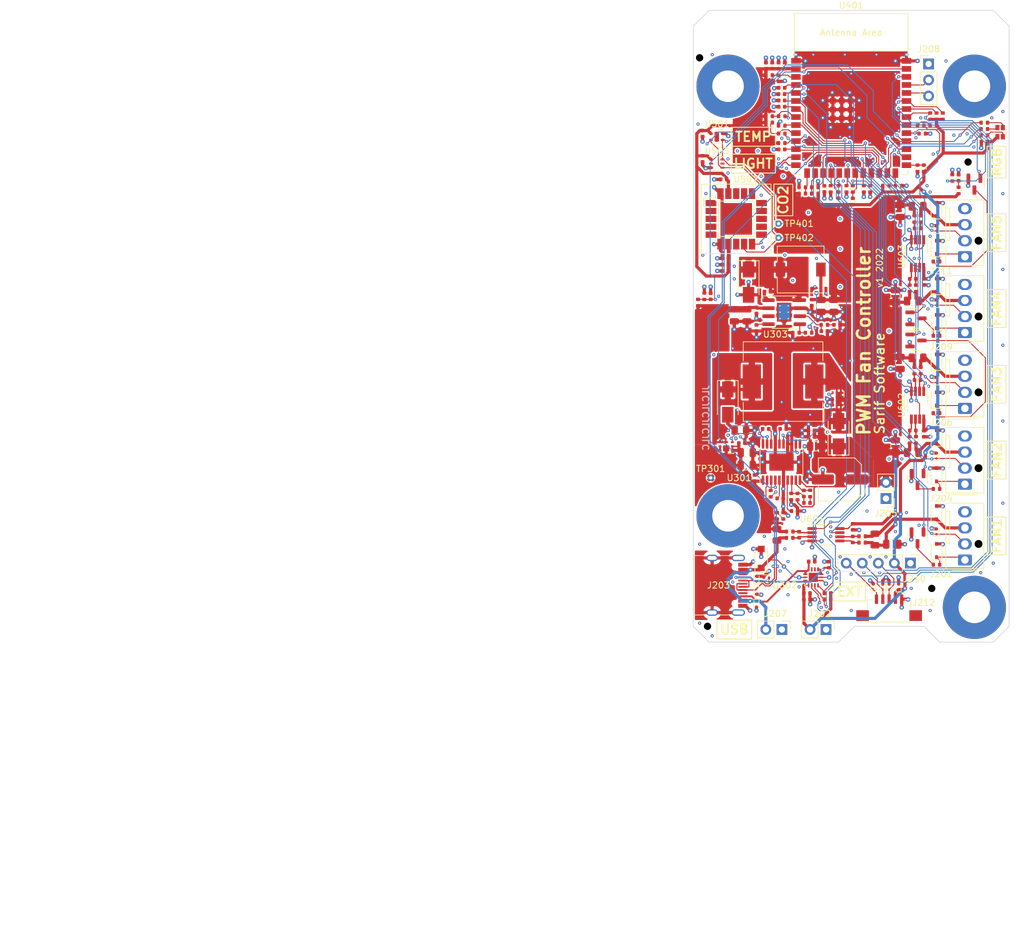
<source format=kicad_pcb>
(kicad_pcb (version 20211014) (generator pcbnew)
  (layers (0 "F.Cu" signal) (1 "In1.Cu" power) (2 "In2.Cu" power) (31 "B.Cu" signal) (34 "B.Paste" user) (35 "F.Paste" user) (36 "B.SilkS" user "B.Silkscreen") (37 "F.SilkS" user "F.Silkscreen") (38 "B.Mask" user) (39 "F.Mask" user) (44 "Edge.Cuts" user))
  (net 0 "")
  (net 1 "VBUS")
  (net 2 "GND")
  (net 3 "/Power/12V_VCC")
  (net 4 "VBUS_MEAS")
  (net 5 "/Power/12V_HS")
  (net 6 "/Power/12V_HB")
  (net 7 "/Power/12V_SS")
  (net 8 "12V_EN")
  (net 9 "/Power/12V_FB")
  (net 10 "/Power/12V_COMP")
  (net 11 "Net-(C311-Pad2)")
  (net 12 "+12V")
  (net 13 "VBUS_MEAS_P")
  (net 14 "VBUS_MEAS_N")
  (net 15 "12V_MEAS")
  (net 16 "+3V3")
  (net 17 "/Power/3V3_PH")
  (net 18 "/Power/3V3_BOOT")
  (net 19 "USB_CC1")
  (net 20 "USB_CC2")
  (net 21 "/Power/3V3_COMP")
  (net 22 "Net-(C330-Pad1)")
  (net 23 "/Power/3V3_SS")
  (net 24 "/MCU/MCU_EN")
  (net 25 "FAN1_12V_N")
  (net 26 "FAN1_12V_P")
  (net 27 "VBUS_CURR_MEAS")
  (net 28 "FAN1_CURR_MEAS")
  (net 29 "FAN2_12V_N")
  (net 30 "FAN2_12V_P")
  (net 31 "FAN2_CURR_MEAS")
  (net 32 "FAN3_CURR_MEAS")
  (net 33 "FAN3_12V_N")
  (net 34 "FAN3_12V_P")
  (net 35 "FAN1_12V")
  (net 36 "FAN1_TACH_B")
  (net 37 "FAN1_PWM_B")
  (net 38 "VUSB")
  (net 39 "USB_D-")
  (net 40 "USB_D+")
  (net 41 "FAN2_12V")
  (net 42 "FAN2_TACH_B")
  (net 43 "FAN2_PWM_B")
  (net 44 "FAN3_12V")
  (net 45 "FAN3_TACH_B")
  (net 46 "FAN3_PWM_B")
  (net 47 "I2C_EXT_SCL")
  (net 48 "I2C_EXT_SDA")
  (net 49 "EXT_INT_N")
  (net 50 "/Power/12V_CS")
  (net 51 "Net-(D401-Pad3)")
  (net 54 "GNDS")
  (net 55 "MCU_RXD")
  (net 56 "MCU_TXD")
  (net 57 "/Power/12V_HO")
  (net 58 "/Power/12V_LO")
  (net 59 "FAN1_PWM")
  (net 60 "/Fans/FAN1_PWM_C")
  (net 61 "FAN2_PWM")
  (net 62 "FAN3_PWM")
  (net 63 "/Power/12V_UVLO")
  (net 64 "/Power/12V_RT")
  (net 65 "/Power/3V3_VSENSE")
  (net 66 "LED_R_N")
  (net 67 "MCU_STRAP0")
  (net 68 "MCU_STRAP3")
  (net 69 "MCU_STRAP45")
  (net 70 "MCU_STRAP46")
  (net 71 "I2C_SDA")
  (net 72 "I2C_SCL")
  (net 73 "PD_INT_N")
  (net 74 "LED_G_N")
  (net 75 "LED_B_N")
  (net 76 "FAN1_TACH")
  (net 77 "FAN2_TACH")
  (net 78 "FAN3_TACH")
  (net 85 "FAN4_12V_N")
  (net 86 "FAN4_12V_P")
  (net 87 "FAN4_CURR_MEAS")
  (net 88 "FAN5_CURR_MEAS")
  (net 89 "FAN5_12V_N")
  (net 90 "FAN5_12V_P")
  (net 91 "FAN4_12V")
  (net 92 "FAN4_TACH_B")
  (net 93 "FAN4_PWM_B")
  (net 94 "FAN5_12V")
  (net 95 "FAN5_TACH_B")
  (net 96 "FAN5_PWM_B")
  (net 97 "/Fans/FAN2_PWM_C")
  (net 98 "/Fans/FAN3_PWM_C")
  (net 99 "FAN4_PWM")
  (net 100 "/Fans/FAN4_PWM_C")
  (net 101 "FAN5_PWM")
  (net 102 "/Fans/FAN5_PWM_C")
  (net 103 "FAN4_TACH")
  (net 104 "FAN5_TACH")
  (net 106 "/Power/12V_RAMP")
  (net 107 "Net-(D401-Pad1)")
  (net 108 "Net-(D401-Pad2)")
  (net 109 "/Power/12V_MI")
  (footprint "Capacitor_SMD:CP_Elec_6.3x7.7" (layer "F.Cu") (at 148.21 124.25 180)
    (fp_text reference "C315" hide)
    (fp_text value "100uF")
  )
  (footprint "Resistor_SMD:R_0402_1005Metric" (layer "F.Cu") (at 146.75 78.25 90)
    (fp_text reference "R618" hide)
    (fp_text value "100K")
  )
  (footprint "Resistor_SMD:R_0805_2012Metric" (layer "F.Cu") (at 153.75 133.75 90)
    (fp_text reference "R608" hide)
    (fp_text value "30mR 1%")
  )
  (footprint "Capacitor_SMD:C_0402_1005Metric" (layer "F.Cu") (at 161.5 92.98 -90)
    (fp_text reference "C617" hide)
    (fp_text value "100nF")
  )
  (footprint "Resistor_SMD:R_0402_1005Metric" (layer "F.Cu") (at 137 67.75 180)
    (fp_text reference "R604" hide)
    (fp_text value "100K")
  )
  (footprint "Resistor_SMD:R_0402_1005Metric" (layer "F.Cu") (at 161 68.25 180)
    (fp_text reference "R613" hide)
    (fp_text value "1K")
  )
  (footprint "Diode_SMD:D_SOD-323" (layer "F.Cu") (at 163.5 81.5 90)
    (fp_text reference "D218" hide)
    (fp_text value "AQ4022-01FTG")
  )
  (footprint "fancontroller:JLCPCB tooling hole" (layer "F.Cu") (at 168.5 74)
    (fp_text reference "H105" hide)
    (fp_text value "ToolingHole")
  )
  (footprint "Capacitor_SMD:C_0402_1005Metric" (layer "F.Cu") (at 136.46 116.25)
    (fp_text reference "C307" hide)
    (fp_text value "100nF")
  )
  (footprint "Resistor_SMD:R_0402_1005Metric" (layer "F.Cu") (at 151.74 133.25 180)
    (fp_text reference "R611" hide)
    (fp_text value "0R")
  )
  (footprint "Capacitor_SMD:C_0805_2012Metric" (layer "F.Cu") (at 133.46 122)
    (fp_text reference "C304" hide)
    (fp_text value "10uF")
  )
  (footprint "Diode_SMD:D_SMA" (layer "F.Cu") (at 133.75 93.02 -90)
    (fp_text reference "D303" hide)
    (fp_text value "SS54")
  )
  (footprint "Capacitor_SMD:C_0402_1005Metric" (layer "F.Cu") (at 137.5 58.75 90)
    (fp_text reference "C404" hide)
    (fp_text value "10uF")
  )
  (footprint "Package_SO:VSSOP-8_3.0x3.0mm_P0.65mm" (layer "F.Cu") (at 160.5 88.5 -90)
    (fp_text reference "U603")
    (fp_text value "INA2180A1IDGKR")
  )
  (footprint "Capacitor_SMD:C_0402_1005Metric" (layer "F.Cu") (at 139 72 180)
    (fp_text reference "C616" hide)
    (fp_text value "DNP")
  )
  (footprint "Resistor_SMD:R_0402_1005Metric" (layer "F.Cu") (at 152 78.25 90)
    (fp_text reference "R626" hide)
    (fp_text value "100K")
  )
  (footprint "Capacitor_SMD:C_0402_1005Metric" (layer "F.Cu") (at 126.4675 73.5 -90)
    (fp_text reference "C505" hide)
    (fp_text value "1uF")
  )
  (footprint "Diode_SMD:D_SOD-923" (layer "F.Cu") (at 163.5 84.5 90)
    (fp_text reference "D219" hide)
    (fp_text value "ESD9L3.3ST5G")
  )
  (footprint "Resistor_SMD:R_0805_2012Metric" (layer "F.Cu") (at 160.5 81)
    (fp_text reference "R631" hide)
    (fp_text value "30mR 1%")
  )
  (footprint "Package_TO_SOT_SMD:SOT-23" (layer "F.Cu") (at 160.5 133.5 -90)
    (fp_text reference "Q601" hide)
    (fp_text value "2N7002")
  )
  (footprint "LED_SMD:LED_LiteOn_LTST-C19HE1WT" (layer "F.Cu") (at 173.575 69.275)
    (fp_text reference "D401" hide)
    (fp_text value "LED_RGBA")
  )
  (footprint "Resistor_SMD:R_0402_1005Metric" (layer "F.Cu") (at 167 78.5 -90)
    (fp_text reference "R309" hide)
    (fp_text value "100K")
  )
  (footprint "Capacitor_SMD:C_0402_1005Metric" (layer "F.Cu") (at 143 142.25)
    (fp_text reference "C319" hide)
    (fp_text value "100nF")
  )
  (footprint "Diode_SMD:D_SMA" (layer "F.Cu") (at 130.46 112 -90)
    (fp_text reference "D301" hide)
    (fp_text value "SS54")
  )
  (footprint "Capacitor_SMD:C_0402_1005Metric" (layer "F.Cu") (at 130.0525 90.25 180)
    (fp_text reference "C502" hide)
    (fp_text value "1uF")
  )
  (footprint "Inductor_SMD:L_7.3x7.3_H4.5" (layer "F.Cu") (at 142 91.02)
    (fp_text reference "L302" hide)
    (fp_text value "SCDS6D38T-220M-S-N")
  )
  (footprint "Package_TO_SOT_SMD:SOT-23" (layer "F.Cu") (at 160.25 102.25)
    (fp_text reference "Q603" hide)
    (fp_text value "2N7002")
  )
  (footprint "Diode_SMD:D_SOD-923" (layer "F.Cu") (at 157.5 141.25 90)
    (fp_text reference "D221" hide)
    (fp_text value "ESD9L3.3ST5G")
  )
  (footprint "fancontroller:TYPE-C-2.0-16PIN-SMT-3" (layer "F.Cu") (at 129 141 -90)
    (fp_text reference "J203")
    (fp_text value "TYPE-C-2.0-16PIN-SMT-3")
  )
  (footprint "Resistor_SMD:R_0805_2012Metric" (layer "F.Cu") (at 160.5 105)
    (fp_text reference "R619" hide)
    (fp_text value "30mR 1%")
  )
  (footprint "fancontroller:Molex_470531000_PWM_fan" (layer "F.Cu") (at 168 113 90)
    (fp_text reference "J206")
    (fp_text value "470531000")
  )
  (footprint "Capacitor_SMD:C_0402_1005Metric" (layer "F.Cu") (at 134.71 124.02 90)
    (fp_text reference "C301" hide)
    (fp_text value "100nF")
  )
  (footprint "Capacitor_SMD:C_0402_1005Metric" (layer "F.Cu") (at 135 100.27 -90)
    (fp_text reference "C331" hide)
    (fp_text value "10nF")
  )
  (footprint "Resistor_SMD:R_0402_1005Metric" (layer "F.Cu") (at 160.25 117.99 90)
    (fp_text reference "R615" hide)
    (fp_text value "0R")
  )
  (footprint "fancontroller:JLCPCB tooling hole" (layer "F.Cu") (at 162.75 141.5)
    (fp_text reference "H101" hide)
    (fp_text value "ToolingHole")
  )
  (footprint "Capacitor_SMD:C_0402_1005Metric" (layer "F.Cu") (at 143 143.25)
    (fp_text reference "C318" hide)
    (fp_text value "1uF")
  )
  (footprint "Resistor_SMD:R_0402_1005Metric" (layer "F.Cu") (at 155.5 77.75)
    (fp_text reference "R404" hide)
    (fp_text value "DNP")
  )
  (footprint "Resistor_SMD:R_0402_1005Metric" (layer "F.Cu") (at 140.26 132.5 180)
    (fp_text reference "R312" hide)
    (fp_text value "0R")
  )
  (footprint "Resistor_SMD:R_0402_1005Metric" (layer "F.Cu") (at 163.49 113.75 180)
    (fp_text reference "R624" hide)
    (fp_text value "0R")
  )
  (footprint "Capacitor_SMD:C_0805_2012Metric" (layer "F.Cu") (at 145.25 96.77 -90)
    (fp_text reference "C327" hide)
    (fp_text value "10uF")
  )
  (footprint "Resistor_SMD:R_0402_1005Metric" (layer "F.Cu") (at 141.25 101.02)
    (fp_text reference "R318" hide)
    (fp_text value "3K24")
  )
  (footprint "Capacitor_SMD:C_0402_1005Metric" (layer "F.Cu") (at 145.75 100.77)
    (fp_text reference "C329" hide)
    (fp_text value "5.6nF")
  )
  (footprint "Capacitor_SMD:C_0402_1005Metric" (layer "F.Cu") (at 136.5 58.75 90)
    (fp_text reference "C403" hide)
    (fp_text value "10uF")
  )
  (footprint "Resistor_SMD:R_0402_1005Metric" (layer "F.Cu") (at 139 68.25)
    (fp_text reference "R630" hide)
    (fp_text value "100K")
  )
  (footprint "Capacitor_SMD:C_0402_1005Metric" (layer "F.Cu") (at 138.98 63.25 180)
    (fp_text reference "C602" hide)
    (fp_text value "DNP")
  )
  (footprint "Package_SO:VSSOP-8_3.0x3.0mm_P0.65mm" (layer "F.Cu") (at 146 133)
    (fp_text reference "U601")
    (fp_text value "INA2180A1IDGKR")
  )
  (footprint "Diode_SMD:D_SOD-923" (layer "F.Cu") (at 153.5 141.25 90)
    (fp_text reference "D224" hide)
    (fp_text value "ESD9L3.3ST5G")
  )
  (footprint "Capacitor_SMD:C_0402_1005Metric" (layer "F.Cu") (at 129.8225 76.75 180)
    (fp_text reference "C504" hide)
    (fp_text value "100nF")
  )
  (footprint "Capacitor_SMD:C_0402_1005Metric" (layer "F.Cu") (at 160.5 108.5 180)
    (fp_text reference "C612" hide)
    (fp_text value "DNP")
  )
  (footprint "Resistor_SMD:R_0402_1005Metric" (layer "F.Cu") (at 148 78.25 -90)
    (fp_text reference "R606" hide)
    (fp_text value "1K")
  )
  (footprint "Resistor_SMD:R_0402_1005Metric" (layer "F.Cu") (at 161 83 -90)
    (fp_text reference "R632" hide)
    (fp_text value "0R")
  )
  (footprint "Diode_SMD:D_SOD-923" (layer "F.Cu") (at 163.5 120.5 90)
    (fp_text reference "D210" hide)
    (fp_text value "ESD9L3.3ST5G")
  )
  (footprint "Resistor_SMD:R_0402_1005Metric" (layer "F.Cu") (at 139 69.5 180)
    (fp_text reference "R610" hide)
    (fp_text value "1K")
  )
  (footprint "Resistor_SMD:R_0402_1005Metric" (layer "F.Cu") (at 140.25 133.5)
    (fp_text reference "R311" hide)
    (fp_text value "0R")
  )
  (footprint "Capacitor_SMD:C_0402_1005Metric" (layer "F.Cu") (at 136.75 94.52 180)
    (fp_text reference "C323" hide)
    (fp_text value "100nF")
  )
  (footprint "Capacitor_SMD:C_0402_1005Metric" (layer "F.Cu") (at 159.75 92.5 180)
    (fp_text reference "C614" hide)
    (fp_text value "DNP")
  )
  (footprint "Resistor_SMD:R_0402_1005Metric" (layer "F.Cu") (at 141.5 126.96875 -90)
    (fp_text reference "R305" hide)
    (fp_text value "8K66")
  )
  (footprint "Resistor_SMD:R_0402_1005Metric" (layer "F.Cu") (at 160.5 75 -90)
    (fp_text reference "R414" hide)
    (fp_text value "DNP")
  )
  (footprint "Diode_SMD:D_SOD-923" (layer "F.Cu") (at 135 144 -90)
    (fp_text reference "D208" hide)
    (fp_text value "ESD9X5.0ST5G")
  )
  (footprint "Diode_SMD:D_SOD-323" (layer "F.Cu") (at 163.5 87.5 90)
    (fp_text reference "D220" hide)
    (fp_text value "AQ4022-01FTG")
  )
  (footprint "Resistor_SMD:R_0402_1005Metric" (layer "F.Cu") (at 153 78.25 90)
    (fp_text reference "R306" hide)
    (fp_text value "100K")
  )
  (footprint "Package_TO_SOT_SMD:SOT-23" (layer "F.Cu") (at 160.5 124.25 -90)
    (fp_text reference "Q602" hide)
    (fp_text value "2N7002")
  )
  (footprint "Resistor_SMD:R_0402_1005Metric" (layer "F.Cu") (at 126.75 95.25 90)
    (fp_text reference "R303" hide)
    (fp_text value "4K7")
  )
  (footprint "Capacitor_SMD:C_0805_2012Metric" (layer "F.Cu") (at 133.46 120)
    (fp_text reference "C303" hide)
    (fp_text value "10uF")
  )
  (footprint "Capacitor_SMD:C_0402_1005Metric" (layer "F.Cu") (at 127.75 95.25 90)
    (fp_text reference "C306" hide)
    (fp_text value "10nF")
  )
  (footprint "Resistor_SMD:R_0402_1005Metric" (layer "F.Cu") (at 171.075 67.775)
    (fp_text reference "R412" hide)
    (fp_text value "49R9")
  )
  (footprint "Diode_SMD:D_SMA" (layer "F.Cu") (at 148 117 90)
    (fp_text reference "D302" hide)
    (fp_text value "SS54")
  )
  (footprint "Resistor_SMD:R_0402_1005Metric" (layer "F.Cu") (at 161.5 75 90)
    (fp_text reference "R402" hide)
    (fp_text value "DNP")
  )
  (footprint "Diode_SMD:D_SOD-923" (layer "F.Cu") (at 136.58 139.75 180)
    (fp_text reference "D207" hide)
    (fp_text value "ESD9X5.0ST5G")
  )
  (footprint "Capacitor_SMD:C_0805_2012Metric" (layer "F.Cu") (at 157 95.25 90)
    (fp_text reference "C613" hide)
    (fp_text value "10uF")
  )
  (footprint "Capacitor_SMD:C_0805_2012Metric" (layer "F.Cu") (at 131.5 98.27 -90)
    (fp_text reference "C320" hide)
    (fp_text value "10uF")
  )
  (footprint "Resistor_SMD:R_0402_1005Metric" (layer "F.Cu") (at 138.25 130 90)
    (fp_text reference "R302" hide)
    (fp_text value "24K")
  )
  (footprint "Diode_SMD:D_SOD-923" (layer "F.Cu") (at 163.5 132.5 90)
    (fp_text reference "D202" hide)
    (fp_text value "ESD9L3.3ST5G")
  )
  (footprint "Resistor_SMD:R_0402_1005Metric" (layer "F.Cu") (at 139.25 130 -90)
    (fp_text reference "R304" hide)
    (fp_text value "10K")
  )
  (footprint "Diode_SMD:D_SOD-323" (layer "F.Cu") (at 163.5 123.5 90)
    (fp_text reference "D211" hide)
    (fp_text value "AQ4022-01FTG")
  )
  (footprint "Resistor_SMD:R_0402_1005Metric" (layer "F.Cu") (at 159.25 94 -90)
    (fp_text reference "R628" hide)
    (fp_text value "0R")
  )
  (footprint "TestPoint:TestPoint_THTPad_D1.0mm_Drill0.5mm" (layer "F.Cu") (at 138.5 86)
    (fp_text reference "TP402")
    (fp_text value "TestPoint")
  )
  (footprint "Resistor_SMD:R_0402_1005Metric" (layer "F.Cu") (at 142.25 79)
    (fp_text reference "R403" hide)
    (fp_text value "DNP")
  )
  (footprint "Diode_SMD:D_SOD-323" (layer "F.Cu") (at 163.5 117.5 90)
    (fp_text reference "D209" hide)
    (fp_text value "AQ4022-01FTG")
  )
  (footprint "Package_SO:HTSSOP-20-1EP_4.4x6.5mm_P0.65mm_EP2.74x3.86mm" (layer "F.Cu") (at 138.96 121.5 90)
    (fp_text reference "U301")
    (fp_text value "LM25118MH")
  )
  (footprint "fancontroller:F1002-B-05-20T-R" (layer "F.Cu") (at 156 144.5 180)
    (fp_text reference "J212")
    (fp_text value "F1002-B-05-20T-R")
  )
  (footprint "Capacitor_SMD:C_0402_1005Metric" (layer "F.Cu") (at 143.75 137.25)
    (fp_text reference "C325" hide)
    (fp_text value "470pF")
  )
  (footprint "fancontroller:Molex_470531000_PWM_fan" (layer "F.Cu") (at 168 137 90)
    (fp_text reference "J201")
    (fp_text value "470531000")
  )
  (footprint "Capacitor_SMD:C_0402_1005Metric" (layer "F.Cu") (at 143.75 96.25 -90)
    (fp_text reference "C326" hide)
    (fp_text value "1uF")
  )
  (footprint "Resistor_SMD:R_0402_1005Metric" (layer "F.Cu") (at 160.25 94 90)
    (fp_text reference "R627" hide)
    (fp_text value "0R")
  )
  (footprint "Resistor_SMD:R_0402_1005Metric" (layer "F.Cu") (at 146.25 143.25 180)
    (fp_text reference "R407" hide)
    (fp_text value "10K")
  )
  (footprint "Capacitor_SMD:C_0402_1005Metric" (layer "F.Cu") (at 132.69 118.5)
    (fp_text reference "C305" hide)
    (fp_text value "1uF")
  )
  (footprint "Resistor_SMD:R_0402_1005Metric" (layer "F.Cu") (at 151.74 134.25)
    (fp_text reference "R612" hide)
    (fp_text value "0R")
  )
  (footprint "Capacitor_SMD:C_0402_1005Metric" (layer "F.Cu") (at 160.5 84.5 180)
    (fp_text reference "C619" hide)
    (fp_text value "DNP")
  )
  (footprint "Capacitor_SMD:C_0805_2012Metric" (layer "F.Cu") (at 157.75 105.8 -90)
    (fp_text reference "C611" hide)
    (fp_text value "10uF")
  )
  (footprint "Capacitor_SMD:C_0402_1005Metric" (layer "F.Cu") (at 141.02 129.25)
    (fp_text reference "C308" hide)
    (fp_text value "100nF")
  )
  (footprint "fancontroller:Molex_470531000_PWM_fan" (layer "F.Cu") (at 168 89 90)
    (fp_text reference "J211")
    (fp_text value "470531000")
  )
  (footprint "Capacitor_SMD:C_0402_1005Metric" (layer "F.Cu") (at 171.075 70.775 180)
    (fp_text reference "C401" hide)
    (fp_text value "10uF")
  )
  (footprint "Package_TO_SOT_SMD:SOT-23" (layer "F.Cu") (at 169.5 77.5 -90)
    (fp_text reference "Q605" hide)
    (fp_text value "2N7002")
  )
  (footprint "Capacitor_SMD:C_0402_1005Metric" (layer "F.Cu") (at 143 127.96875)
    (fp_text reference "C311" hide)
    (fp_text value "47nF")
  )
  (footprint "Resistor_SMD:R_0402_1005Metric" (layer "F.Cu") (at 163.5 89.75 180)
    (fp_text reference "R634" hide)
    (fp_text value "0R")
  )
  (footprint "Resistor_SMD:R_0402_1005Metric" (layer "F.Cu") (at 146.25 142.25 180)
    (fp_text reference "R406" hide)
    (fp_text value "10K")
  )
  (footprint "Capacitor_SMD:C_0402_1005Metric" (layer "F.Cu") (at 130.0525 89.25 180)
    (fp_text reference "C503" hide)
    (fp_text value "100nF")
  )
  (footprint "Resistor_SMD:R_0402_1005Metric" (layer "F.Cu") (at 149.25 78.25 90)
    (fp_text reference "R623" hide)
    (fp_text value "100K")
  )
  (footprint "Package_DFN_QFN:WQFN-14-1EP_2.5x2.5mm_P0.5mm_EP1.45x1.45mm" (layer "F.Cu") (at 144 139.75)
    (fp_text reference "U302")
    (fp_text value "FUSB302BMPX")
  )
  (footprint "Resistor_SMD:R_0402_1005Metric" (layer "F.Cu") (at 137 66.75 180)
    (fp_text reference "R603" hide)
    (fp_text value "100K")
  )
  (footprint "Diode_SMD:D_SOD-323" (layer "F.Cu") (at 163.5 105.5 90)
    (fp_text reference "D212" hide)
    (fp_text value "AQ4022-01FTG")
  )
  (footprint "Capacitor_SMD:C_0402_1005Metric" (layer "F.Cu") (at 130.0525 91.25 180)
    (fp_text reference "C501" hide)
    (fp_text value "10uF")
  )
  (footprint "Capacitor_SMD:C_0402_1005Metric" (layer "F.Cu") (at 143.71 117.5 180)
    (fp_text reference "C313" hide)
    (fp_text value "1uF")
  )
  (footprint "Diode_SMD:D_SOD-323" (layer "F.Cu") (at 163.5 129.5 90)
    (fp_text reference "D201" hide)
    (fp_text value "AQ4022-01FTG")
  )
  (footprint "TestPoint:TestPoint_THTPad_D1.0mm_Drill0.5mm" (layer "F.Cu") (at 127.75 124)
    (fp_text reference "TP301")
    (fp_text value "TestPoint")
  )
  (footprint "Package_SO:VSSOP-8_3.0x3.0mm_P0.65mm" (layer "F.Cu") (at 160.5 112.5 -90)
    (fp_text reference "U602")
    (fp_text value "INA2180A1IDGKR")
  )
  (footprint "fancontroller:MountingHole_5mm_Keepout" (layer "F.Cu") (at 169.5 62)
    (fp_text reference "H108" hide)
    (fp_text value "MountingHole")
  )
  (footprint "Resistor_SMD:R_0402_1005Metric" (layer "F.Cu") (at 161.25 69.5 180)
    (fp_text reference "R635" hide)
    (fp_text value "100K")
  )
  (footprint "Resistor_SMD:R_0402_1005Metric" (layer "F.Cu") (at 142.25 78 180)
    (fp_text reference "R415" hide)
    (fp_text value "DNP")
  )
  (footprint "Capacitor_SMD:C_0402_1005Metric" (layer "F.Cu") (at 138.5 58.75 90)
    (fp_text reference "C405" hide)
    (fp_text value "1uF")
  )
  (footprint "Resistor_SMD:R_0402_1005Metric" (layer "F.Cu") (at 163 68.25)
    (fp_text reference "R605" hide)
    (fp_text value "100K")
  )
  (footprint "Espressif:ESP32-S3-WROOM-1" (layer "F.Cu") (at 150 66.25)
    (fp_text reference "U401")
    (fp_text value "ESP32-S3-WROOM-1-N8")
  )
  (footprint "Capacitor_SMD:C_0402_1005Metric" (layer "F.Cu") (at 146.5 137.75 90)
    (fp_text reference "C324" hide)
    (fp_text value "470pF")
  )
  (footprint "Capacitor_SMD:C_0402_1005Metric" (layer "F.Cu") (at 139 65.25 180)
    (fp_text reference "C608" hide)
    (fp_text value "DNP")
  )
  (footprint "TestPoint:TestPoint_THTPad_D1.0mm_Drill0.5mm" (layer "F.Cu") (at 138.5 83.75)
    (fp_text reference "TP401")
    (fp_text value "TestPoint")
  )
  (footprint "Connector_PinHeader_2.54mm:PinHeader_1x02_P2.54mm_Vertical" (layer "F.Cu") (at 139.025 148 -90)
    (fp_text reference "J207")
    (fp_text value "Pin Header")
  )
  (footprint "Capacitor_SMD:C_0402_1005Metric" (layer "F.Cu") (at 139.5 58.75 90)
    (fp_text reference "C406" hide)
    (fp_text value "100nF")
  )
  (footprint "fancontroller:MountingHole_5mm_Keepout" (layer "F.Cu") (at 130.5 130)
    (fp_text reference "H103" hide)
    (fp_text value "MountingHole")
  )
  (footprint "fancontroller:SCD4x" (layer "F.Cu") (at 131.8025 83)
    (fp_text reference "U502")
    (fp_text value "SCD40")
  )
  (footprint "Package_SO:SOIC-8-1EP_3.9x4.9mm_P1.27mm_EP2.29x3mm_ThermalVias" (layer "F.Cu") (at 139.38 97.77)
    (fp_text reference "U303")
    (fp_text value "TPS54332DDAR")
  )
  (footprint "fancontroller:CSD17571Q2" (layer "F.Cu") (at 147.71 111.5 -90)
    (fp_text reference "Q302" hide)
    (fp_text value "CSD17571Q2" hide)
  )
  (footprint "Capacitor_SMD:C_0805_2012Metric" (layer "F.Cu") (at 157.75 81.75 -90)
    (fp_text reference "C618" hide)
    (fp_text value "10uF")
  )
  (footprint "Capacitor_SMD:C_0805_2012Metric" (layer "F.Cu") (at 133.5 98.27 -90)
    (fp_text reference "C321" hide)
    (fp_text value "10uF")
  )
  (footprint "Capacitor_SMD:C_0402_1005Metric" (layer "F.Cu") (at 126.4675 69.5 -90)
    (fp_text reference "C506" hide)
    (fp_text value "100nF")
  )
  (footprint "Resistor_SMD:R_0402_1005Metric" (layer "F.Cu") (at 160 107 90)
    (fp_text reference "R622" hide)
    (fp_text value "0R")
  )
  (footprint "OptoDevice:Lite-On_LTR-303ALS-01" (layer "F.Cu") (at 128.7175 74.25)
    (fp_text reference "U503")
    (fp_text value "LTR-303ALS-01")
  )
  (footprint "Resistor_SMD:R_0805_2012Metric" (layer "F.Cu") (at 132.46 116.5 180)
    (fp_text reference "R313" hide)
    (fp_text value "30mR 1%")
  )
  (footprint "Capacitor_SMD:C_0402_1005Metric" (layer "F.Cu") (at 161.5 117.02 -90)
    (fp_text reference "C610" hide)
    (fp_text value "100nF")
  )
  (footprint "Diode_SMD:D_SOD-923" (layer "F.Cu") (at 163.5 108.5 90)
    (fp_text reference "D213" hide)
    (fp_text value "ESD9L3.3ST5G")
  )
  (footprint "Package_TO_SOT_SMD:SOT-23" (layer "F.Cu") (at 160.25 98.75)
    (fp_text reference "Q604" hide)
    (fp_text value "2N7002")
  )
  (footprint "Connector_PinHeader_2.54mm:PinHeader_1x03_P2.54mm_Vertical" (layer "F.Cu") (at 162.25 58.475)
    (fp_text reference "J208")
    (fp_text value "Pin Header")
  )
  (footprint "Capacitor_SMD:C_0805_2012Metric" (layer "F.Cu") (at 144.46 119 180)
    (fp_text reference "C314" hide)
    (fp_text value "10uF")
  )
  (footprint "Diode_SMD:D_SOD-323" (layer "F.Cu") (at 163.5 111.5 90)
    (fp_text reference "D214" hide)
    (fp_text value "AQ4022-01FTG")
  )
  (footprint "Resistor_SMD:R_0402_1005Metric" (layer "F.Cu") (at 143.5 126.46875 -90)
    (fp_text reference "R314" hide)
    (fp_text value "15K4 1%")
  )
  (footprint "Capacitor_SMD:C_0402_1005Metric" (layer "F.Cu") (at 142.5 126.46875 90)
    (fp_text reference "C310" hide)
    (fp_text value "680pF")
  )
  (footprint "Resistor_SMD:R_0402_1005Metric" (layer "F.Cu") (at 150.25 78.25 -90)
    (fp_text reference "R607" hide)
    (fp_text value "1K")
  )
  (footprint "Capacitor_SMD:C_0402_1005Metric" (layer "F.Cu") (at 135 97.5 -90)
    (fp_text reference "C322" hide)
    (fp_text value "1uF")
  )
  (footprint "Resistor_SMD:R_0805_2012Metric" (layer "F.Cu") (at 138.25 133 -90)
    (fp_text reference "R308" hide)
    (fp_text value "30mR 1%")
  )
  (footprint "Resistor_SMD:R_0402_1005Metric" (layer "F.Cu") (at 171.075 69.775)
    (fp_text reference "R413" hide)
    (fp_text value "49R9")
  )
  (footprint "Resistor_SMD:R_0402_1005Metric" (layer "F.Cu") (at 166 76.5 90)
    (fp_text reference "R315" hide)
    (fp_text value "4K7")
  )
  (footprint "Diode_SMD:D_SOD-923" (layer "F.Cu") (at 155 141.25 90)
    (fp_text reference "D223" hide)
    (fp_text value "ESD9L3.3ST5G")
  )
  (footprint "Capacitor_SMD:C_0402_1005Metric" (layer "F.Cu") (at 159.75 116.5 180)
    (fp_text reference "C607" hide)
    (fp_text value "DNP")
  )
  (footprint "Capacitor_SMD:C_0402_1005Metric" (layer "F.Cu") (at 143.71 116.5 180)
    (fp_text reference "C312" hide)
    (fp_text value "100nF")
  )
  (footprint "fancontroller:Molex_470531000_PWM_fan" (layer "F.Cu") (at 168 101 90)
    (fp_text reference "J209")
    (fp_text value "470531000")
  )
  (footprint "Resistor_SMD:R_0402_1005Metric" (layer "F.Cu") (at 144.25 79 180)
    (fp_text reference "R405" hide)
    (fp_text value "DNP")
  )
  (footprint "Resistor_SMD:R_0402_1005Metric" (layer "F.Cu") (at 163.5 137.75 180)
    (fp_text reference "R617" hide)
    (fp_text value "0R")
  )
  (footprint "Resistor_SMD:R_0805_2012Metric" (layer "F.Cu") (at 159.75 120)
    (fp_text reference "R614" hide)
    (fp_text value "30mR 1%")
  )
  (footprint "fancontroller:JLCPCB tooling hole" (layer "F.Cu") (at 127.25 147.5)
    (fp_text reference "H104" hide)
    (fp_text value "ToolingHole")
  )
  (footprint "Diode_SMD:D_SOD-923" (layer "F.Cu") (at 135 142 -90)
    (fp_text reference "D206" hide)
    (fp_text value "ESD9L3.3ST5G")
  )
  (footprint "Resistor_SMD:R_0402_1005Metric" (layer "F.Cu") (at 159.25 117.99 -90)
    (fp_text reference "R616" hide)
    (fp_text value "0R")
  )
  (footprint "Capacitor_SMD:C_0805_2012Metric" (layer "F.Cu") (at 157 119 90)
    (fp_text reference "C606" hide)
    (fp_text value "10uF")
  )
  (footprint "Diode_SMD:D_SOD-323" (layer "F.Cu") (at 163.5 99.25 90)
    (fp_text reference "D217" hide)
    (fp_text value "AQ4022-01FTG")
  )
  (footprint "Resistor_SMD:R_0402_1005Metric" (layer "F.Cu") (at 163.5 101.5 180)
    (fp_text reference "R629" hide)
    (fp_text value "0R")
  )
  (footprint "Diode_SMD:D_SOD-323" (layer "F.Cu") (at 163.5 93.5 90)
    (fp_text reference "D215" hide)
    (fp_text value "AQ4022-01FTG")
  )
  (footprint "Capacitor_SMD:C_0805_2012Metric" (layer "F.Cu") (at 156.5 134.5)
    (fp_text reference "C604" hide)
    (fp_text value "10uF")
  )
  (footprint "Resistor_SMD:R_0402_1005Metric" (layer "F.Cu") (at 137 60.25)
    (fp_text reference "R418" hide)
    (fp_text value "10K")
  )
  (footprint "Capacitor_SMD:C_0402_1005Metric" (layer "F.Cu") (at 139 64.25 180)
    (fp_text reference "C609" hide)
    (fp_text value "DNP")
  )
  (footprint "fancontroller:Molex_470531000_PWM_fan" (layer "F.Cu") (at 168 125 90)
    (fp_text reference "J204")
    (fp_text value "470531000")
  )
  (footprint "Capacitor_SMD:C_0402_1005Metric" (layer "F.Cu") (at 150.25 133.75 -90)
    (fp_text reference "C605" hide)
    (fp_text value "DNP")
  )
  (footprint "Resistor_SMD:R_0402_1005Metric" (layer "F.Cu") (at 171.075 68.775)
    (fp_text reference "R401" hide)
    (fp_text value "150R")
  )
  (footprint "Capacitor_SMD:C_0402_1005Metric" (layer "F.Cu") (at 138.75 127.25)
    (fp_text reference "C309" hide)
    (fp_text value "470pF")
  )
  (footprint "Resistor_SMD:R_0402_1005Metric" (layer "F.Cu") (at 163.5 66.75 90)
    (fp_text reference "R410" hide)
    (fp_text value "DNP")
  )
  (footprint "Inductor_SMD:L_12x12mm_H8mm" (layer "F.Cu") (at 139.21 108.75)
    (fp_text reference "L301" hide)
    (fp_text value "CDRH127NP-180MC")
  )
  (footprint "Resistor_SMD:R_0402_1005Metric" (layer "F.Cu") (at 157.5 77.75)
    (fp_text reference "R416" hide)
    (fp_text value "DNP")
  )
  (footprint "Resistor_SMD:R_0402_1005Metric" (layer "F.Cu") (at 161 107 -90)
    (fp_text reference "R621" hide)
    (fp_text value "0R")
  )
  (footprint "Capacitor_SMD:C_0805_2012Metric" (layer "F.Cu") (at 147.25 96.77 -90)
    (fp_text reference "C328" hide)
    (fp_text value "10uF")
  )
  (footprint "Resistor_SMD:R_0402_1005Metric" (layer "F.Cu") (at 148 80.25 -90)
    (fp_text reference "R601" hide)
    (fp_text value "100K")
  )
  (footprint "fancontroller:MountingHole_5mm_Keepout" (layer "F.Cu") (at 130.5 62)
    (fp_text reference "H106" hide)
    (fp_text value "MountingHole")
  )
  (footprint "Resistor_SMD:R_0402_1005Metric" (layer "F.Cu") (at 150.25 80.25 -90)
    (fp_text reference "R602" hide)
    (fp_text value "100K")
  )
  (footprint "Capacitor_SMD:C_0402_1005Metric" (layer "F.Cu") (at 141.75 133 90)
    (fp_text reference "C316" hide)
    (fp_text value "DNP")
  )
  (footprint "fancontroller:D_SOD-123S" (layer "F.Cu") (at 135.75 136.75 90)
    (fp_text reference "D204" hide)
    (fp_text value "SJD12A28L01")
  )
  (footprint "Resistor_SMD:R_0402_1005Metric" (layer "F.Cu") (at 162.5 66.75 90)
    (fp_text reference "R409" hide)
    (fp_text value "DNP")
  )
  (footprint "Diode_SMD:D_SOD-923" (layer "F.Cu") (at 156 141.25 90)
    (fp_text reference "D222" hide)
    (fp_text value "ESD9L3.3ST5G")
  )
  (footprint "Diode_SMD:D_SOD-923" (layer "F.Cu") (at 163.5 96.25 90)
    (fp_text reference "D216" hide)
    (fp_text value "ESD9L3.3ST5G")
  )
  (footprint "Resistor_SMD:R_0402_1005Metric" (layer "F.Cu") (at 125.75 96.25 -90)
    (fp_text reference "R301" hide)
    (fp_text value "100K")
  )
  (footprint "Sensor_Humidity:Sensirion_DFN-4-1EP_2x2mm_P1mm_EP0.7x1.6mm" (layer "F.Cu") (at 128.7175 70)
    (fp_text reference "U501")
    (fp_text value "SHTC3")
  )
  (footprint "Resistor_SMD:R_0805_2012Metric" (layer "F.Cu") (at 159.75 96)
    (fp_text reference "R625" hide)
    (fp_text value "30mR 1%")
  )
  (footprint "Capacitor_SMD:C_0402_1005Metric" (layer "F.Cu") (at 139.23 116.25)
    (fp_text reference "C302" hide)
    (fp_text value "1uF")
  )
  (footprint "Capacitor_SMD:C_0402_1005Metric" (layer "F.Cu") (at 147.75 99.77)
    (fp_text reference "C330" hide)
    (fp_text value "10nF")
  )
  (footprint "Resistor_SMD:R_0402_1005Metric" (layer "F.Cu") (at 139 71)
    (fp_text reference "R408" hide)
    (fp_text value "10K")
  )
  (footprint "fancontroller:CSD17571Q2" (layer "F.Cu") (at 130.21 119 180)
    (fp_text reference "Q301" hide)
    (fp_text value "CSD17571Q2" hide)
  )
  (footprint "Capacitor_SMD:C_0402_1005Metric" (layer "F.Cu") (at 145.75 78.25 -90)
    (fp_text reference "C615" hide)
    (fp_text value "DNP")
  )
  (footprint "Resistor_SMD:R_0402_1005Metric" (layer "F.Cu") (at 163.5 125.75 180)
    (fp_text reference "R620" hide)
    (fp_text value "0R")
  )
  (footprint "Diode_SMD:D_SOD-323" (layer "F.Cu") (at 163.5 135.5 90)
    (fp_text reference "D203" hide)
    (fp_text value "AQ4022-01FTG")
  )
  (footprint "Connector_PinHeader_2.54mm:PinHeader_1x05_P2.54mm_Vertical" (layer "F.Cu") (at 159.37 137.5 -90)
    (fp_text reference "J210")
    (fp_text value "Pin Header")
  )
  (footprint "Resistor_SMD:R_0402_1005Metric" (layer "F.Cu") (at 160 83 90)
    (fp_text reference "R633" hide)
    (fp_text value "0R")
  )
  (footprint "Capacitor_SMD:C_0402_1005Metric" (layer "F.Cu") (at 167 76.48 90)
    (fp_text reference "C317" hide)
    (fp_text value "10nF")
  )
  (footprint "Resistor_SMD:R_0402_1005Metric" (layer "F.Cu") (at 145.75 99.77 180)
    (fp_text reference "R317" hide)
    (fp_text value "100")
  )
  (footprint "Resistor_SMD:R_0402_1005Metric" (layer "F.Cu") (at 164.5 66.75 90)
    (fp_text reference "R411" hide)
    (fp_text value "DNP")
  )
  (footprint "Resistor_SMD:R_0402_1005Metric" (layer "F.Cu") (at 144.25 78)
    (fp_text reference "R417" hide)
    (fp_text value "DNP")
  )
  (footprint "Resistor_SMD:R_0402_1005Metric" (layer "F.Cu") (at 140.5 126.96875 90)
    (fp_text reference "R310" hide)
    (fp_text value "1K 1%")
  )
  (footprint "Resistor_SMD:R_0402_1005Metric" (layer "F.Cu") (at 143.25 101.02)
    (fp_text reference "R316" hide)
    (fp_text value "10K")
  )
  (footprint "Resistor_SMD:R_0402_1005Metric" (layer "F.Cu") (at 137.25 126.5 90)
    (fp_text reference "R307" hide)
    (fp_text value "18K7")
  )
  (footprint "Resistor_SMD:R_0402_1005Metric" (layer "F.Cu") (at 139.01 66.75 180)
    (fp_text reference "R609" hide)
    (fp_text value "1K")
  )
  (footprint "Capacitor_SMD:C_0402_1005Metric" (layer "F.Cu") (at 139 62.25 180)
    (fp_text reference "C601" hide)
    (fp_text value "DNP")
  )
  (footprint "fancontroller:JLCPCB tooling hole" (layer "F.Cu") (at 126 57.5)
    (fp_text reference "H107" hide)
    (fp_text value "ToolingHole")
  )
  (footprint "Diode_SMD:D_SOD-923" (layer "F.Cu") (at 135 140 90)
    (fp_text reference "D205" hide)
    (fp_text value "ESD9L3.3ST5G")
  )
  (footprint "Connector_PinHeader_2.54mm:PinHeader_1x02_P2.54mm_Vertical" (layer "F.Cu") (at 146.025 148 -90)
    (fp_text reference "J202")
    (fp_text value "Pin Header")
  )
  (footprint "Capacitor_SMD:C_0402_1005Metric" (layer "F.Cu") (at 150.25 131.75 -90)
    (fp_text reference "C603" hide)
    (fp_text value "100nF")
  )
  (footprint "Capacitor_SMD:C_0402_1005Metric" (layer "F.Cu") (at 138.5 60.75 -90)
    (fp_text reference "C402" hide)
    (fp_text value "1uF")
  )
  (footprint "Connector_PinHeader_2.54mm:PinHeader_1x02_P2.54mm_Vertical" (layer "F.Cu") (at 155.5 127.275 180)
    (fp_text reference "J205")
    (fp_text value "Pin Header")
  )
  (footprint "fancontroller:MountingHole_5mm_Keepout" (layer "F.Cu") (at 169.5 144.5)
    (fp_text reference "H102" hide)
    (fp_text value "MountingHole")
  )
  (gr_rect (start 138 68.5) (end 131 71.5) (layer "F.SilkS") (width 0.15) (fill none))
  (gr_rect (start 137.75 77.5) (end 140.75 82.5) (layer "F.SilkS") (width 0.15) (fill none))
  (gr_rect (start 171.5 130.19) (end 174.5 136.19) (layer "F.SilkS") (width 0.15) (fill none))
  (gr_rect (start 138 72.75) (end 131 75.75) (layer "F.SilkS") (width 0.15) (fill none))
  (gr_rect (start 171.5 82.19) (end 174.5 88.19) (layer "F.SilkS") (width 0.15) (fill none))
  (gr_rect (start 171.5 94.19) (end 174.5 100.19) (layer "F.SilkS") (width 0.15) (fill none))
  (gr_rect (start 171.5 71.5) (end 174.5 76.5) (layer "F.SilkS") (width 0.15) (fill none))
  (gr_rect (start 152.25 140.5) (end 147.25 143.5) (layer "F.SilkS") (width 0.15) (fill none))
  (gr_rect (start 134.25 146.5) (end 128.75 149.5) (layer "F.SilkS") (width 0.15) (fill none))
  (gr_rect (start 171.5 118.19) (end 174.5 124.19) (layer "F.SilkS") (width 0.15) (fill none))
  (gr_rect (start 171.5 106.19) (end 174.5 112.19) (layer "F.SilkS") (width 0.15) (fill none))
  (gr_poly (pts (xy 175 52.5) (xy 175 147.5) (xy 172.5 150) (xy 164 150) (xy 161.5 147.5) (xy 150.5 147.5) (xy 148 150) (xy 127.5 150) (xy 125 147.5) (xy 125 52.5) (xy 127.5 50) (xy 172.5 50)) (layer "Edge.Cuts") (width 0.1) (fill none))
  (gr_text "JLCJLCJLCJLC" (at 127 114.5 90) (layer "B.SilkS") (effects (font (size 1 1) (thickness 0.2)) (justify mirror)))
  (gr_text "RGB" (at 173 74 90) (layer "F.SilkS") (effects (font (size 1.5 1.5) (thickness 0.3))))
  (gr_text "EXT" (at 149.75 142) (layer "F.SilkS") (effects (font (size 1.5 1.5) (thickness 0.3))))
  (gr_text "FAN2" (at 173 121.19 90) (layer "F.SilkS") (effects (font (size 1.5 1.5) (thickness 0.3))))
  (gr_text "PWM Fan Controller" (at 152 117.5 90) (layer "F.SilkS") (effects (font (size 2 2) (thickness 0.4)) (justify left)))
  (gr_text "Sarif Software" (at 154.5 117.25 90) (layer "F.SilkS") (effects (font (size 1.5 1.5) (thickness 0.25)) (justify left)))
  (gr_text "FAN1" (at 173 133.19 90) (layer "F.SilkS") (effects (font (size 1.5 1.5) (thickness 0.3))))
  (gr_text "TEMP" (at 134.5 70) (layer "F.SilkS") (effects (font (size 1.5 1.5) (thickness 0.3))))
  (gr_text "FAN4" (at 173 97.19 90) (layer "F.SilkS") (effects (font (size 1.5 1.5) (thickness 0.3))))
  (gr_text "FAN3" (at 173 109.19 90) (layer "F.SilkS") (effects (font (size 1.5 1.5) (thickness 0.3))))
  (gr_text "FAN5" (at 173 85.19 90) (layer "F.SilkS") (effects (font (size 1.5 1.5) (thickness 0.3))))
  (gr_text "USB" (at 131.5 148) (layer "F.SilkS") (effects (font (size 1.5 1.5) (thickness 0.3))))
  (gr_text "v1 2022" (at 154.5 94 90) (layer "F.SilkS") (effects (font (size 1 1)) (justify left)))
  (gr_text "CO2" (at 139.25 80 90) (layer "F.SilkS") (effects (font (size 1.5 1.5) (thickness 0.3))))
  (gr_text "LIGHT" (at 134.5 74.25) (layer "F.SilkS") (effects (font (size 1.5 1.5) (thickness 0.3))))
  (segment (start 135.115 97.135) (end 135 97.02) (width 0.5) (layer "F.Cu") (net 1))
  (segment (start 132.21 119.7) (end 132.51 120) (width 0.5) (layer "F.Cu") (net 1))
  (segment (start 132.160001 119.650001) (end 132.51 120) (width 0.5) (layer "F.Cu") (net 1))
  (segment (start 139.75 132.5) (end 138.6625 132.5) (width 0.5) (layer "F.Cu") (net 1))
  (segment (start 137.431342 128.923804) (end 135.975 127.467462) (width 0.5) (layer "F.Cu") (net 1))
  (segment (start 134.71 124.52) (end 135.8775 124.52) (width 0.5) (layer "F.Cu") (net 1))
  (segment (start 136.905 97.135) (end 135.115 97.135) (width 0.5) (layer "F.Cu") (net 1))
  (segment (start 135.975 127.467462) (end 135.975 126.475) (width 0.5) (layer "F.Cu") (net 1))
  (segment (start 135 97.02) (end 133.8 97.02) (width 0.5) (layer "F.Cu") (net 1))
  (segment (start 138.6625 132.5) (end 138.25 132.0875) (width 0.5) (layer "F.Cu") (net 1))
  (segment (start 133.8 97.02) (end 133.5 97.32) (width 0.5) (layer "F.Cu") (net 1))
  (segment (start 131.184999 119.650001) (end 132.160001 119.650001) (width 0.5) (layer "F.Cu") (net 1))
  (segment (start 132.17 119) (end 132.21 118.96) (width 0.2) (layer "F.Cu") (net 1))
  (segment (start 131.184999 119) (end 132.17 119) (width 0.2) (layer "F.Cu") (net 1))
  (segment (start 132.21 118.96) (end 132.21 119.7) (width 0.5) (layer "F.Cu") (net 1))
  (segment (start 137.431342 129.818658) (end 137.431342 128.923804) (width 0.5) (layer "F.Cu") (net 1))
  (segment (start 134.71 125.21) (end 134.71 124.5) (width 0.5) (layer "F.Cu") (net 1))
  (segment (start 135.975 126.475) (end 134.71 125.21) (width 0.5) (layer "F.Cu") (net 1))
  (segment (start 138.25 132.0875) (end 138.25 130.51) (width 0.5) (layer "F.Cu") (net 1))
  (segment (start 134.69 124.5) (end 134.71 124.52) (width 0.5) (layer "F.Cu") (net 1))
  (segment (start 132.21 118.5) (end 132.21 118.96) (width 0.5) (layer "F.Cu") (net 1))
  (segment (start 135.8775 124.52) (end 136.035 124.3625) (width 0.5) (layer "F.Cu") (net 1))
  (segment (start 138.122685 130.51) (end 137.431342 129.818658) (width 0.5) (layer "F.Cu") (net 1))
  (segment (start 133.5 97.32) (end 131.5 97.32) (width 0.5) (layer "F.Cu") (net 1))
  (segment (start 138.25 130.51) (end 138.122685 130.51) (width 0.5) (layer "F.Cu") (net 1))
  (segment (start 129.5525 79.25) (end 129.3025 79) (width 0.5) (layer "F.Cu") (net 2))
  (segment (start 159.55 132.5625) (end 159.55 133.7) (width 0.5) (layer "F.Cu") (net 2))
  (segment (start 132.02 95.02) (end 132 95) (width 0.5) (layer "F.Cu") (net 2))
  (segment (start 138.52 65.25) (end 137.75 65.25) (width 0.5) (layer "F.Cu") (net 2))
  (segment (start 157.75 106.7125) (end 157.75 107.8) (width 0.5) (layer "F.Cu") (net 2))
  (segment (start 139.935 117.275) (end 140.21 117) (width 0.5) (layer "F.Cu") (net 2))
  (segment (start 135.99 139.58) (end 136.16 139.75) (width 0.5) (layer "F.Cu") (net 2))
  (segment (start 143.51 119) (end 143.51 120.45) (width 0.5) (layer "F.Cu") (net 2))
  (segment (start 162.83 84.08) (end 162.75 84) (width 0.5) (layer "F.Cu") (net 2))
  (segment (start 163.5 122.45) (end 162.55 122.45) (width 0.5) (layer "F.Cu") (net 2))
  (segment (start 140.5 128.25) (end 141 128.25) (width 0.5) (layer "F.Cu") (net 2))
  (segment (start 170.595 71.755) (end 170.575 71.775) (width 0.5) (layer "F.Cu") (net 2))
  (segment (start 157 94.3) (end 155.55 94.3) (width 0.5) (layer "F.Cu") (net 2))
  (segment (start 164.45 80.45) (end 164.5 80.5) (width 0.5) (layer "F.Cu") (net 2))
  (segment (start 141.5 129.25) (end 142.52 129.25) (width 0.5) (layer "F.Cu") (net 2))
  (segment (start 151.14 67.11) (end 151.25 67) (width 0.5) (layer "F.Cu") (net 2))
  (segment (start 126.4675 69.98) (end 126.4675 70.75) (width 0.5) (layer "F.Cu") (net 2))
  (segment (start 129.3025 87) (end 128.3025 87) (width 0.5) (layer "F.Cu") (net 2))
  (segment (start 157.75 106.75) (end 156.25 106.75) (width 0.5) (layer "F.Cu") (net 2))
  (segment (start 157 118.05) (end 157 116.75) (width 0.5) (layer "F.Cu") (net 2))
  (segment (start 157 94.3) (end 158.327578 94.3) (width 0.5) (layer "F.Cu") (net 2))
  (segment (start 147.1 67.11) (end 145.61 67.11) (width 0.5) (layer "F.Cu") (net 2))
  (segment (start 145.2625 140.25) (end 145.5 140.25) (width 0.15) (layer "F.Cu") (net 2))
  (segment (start 133.3725 116.5) (end 134.71 116.5) (width 0.5) (layer "F.Cu") (net 2))
  (segment (start 163.5 116.45) (end 164.45 116.45) (width 0.5) (layer "F.Cu") (net 2))
  (segment (start 147.060001 112.475002) (end 146.232673 112.475002) (width 0.5) (layer "F.Cu") (net 2))
  (segment (start 139.5 58.27) (end 139.5 57.5) (width 0.5) (layer "F.Cu") (net 2))
  (segment (start 158.75 57.99) (end 158.75 57) (width 0.5) (layer "F.Cu") (net 2))
  (segment (start 145.51 124.25) (end 145.51 122.76) (width 0.5) (layer "F.Cu") (net 2))
  (segment (start 136.5 58.27) (end 136.5 57.5) (width 0.5) (layer "F.Cu") (net 2))
  (segment (start 163.5 122.45) (end 164.45 122.45) (width 0.5) (layer "F.Cu") (net 2))
  (segment (start 158.8 110.3) (end 158.75 110.25) (width 0.2) (layer "F.Cu") (net 2))
  (segment (start 126.4675 73.98) (end 126.4675 74.5) (width 0.5) (layer "F.Cu") (net 2))
  (segment (start 134.71 123.54) (end 134.96 123.54) (width 0.5) (layer "F.Cu") (net 2))
  (segment (start 135 139.58) (end 135.99 139.58) (width 0.5) (layer "F.Cu") (net 2))
  (segment (start 137.5 58.27) (end 137.5 57.5) (width 0.5) (layer "F.Cu") (net 2))
  (segment (start 129.5725 91.25) (end 128.8025 91.25) (width 0.5) (layer "F.Cu") (net 2))
  (segment (start 135.75 135.25) (end 134.5 135.25) (width 0.5) (layer "F.Cu") (net 2))
  (segment (start 138.5 61.23) (end 139.4245 61.23) (width 0.5) (layer "F.Cu") (net 2))
  (segment (start 139.285 121.825) (end 138.96 121.5) (width 0.5) (layer "F.Cu") (net 2))
  (segment (start 143.8 134.99375) (end 143.79375 135) (width 0.15) (layer "F.Cu") (net 2))
  (segment (start 163.5 98.2) (end 164.45 98.2) (width 0.5) (layer "F.Cu") (net 2))
  (segment (start 163.5 95.83) (end 162.83 95.83) (width 0.5) (layer "F.Cu") (net 2))
  (segment (start 143.8 133.975) (end 142.56875 133.975) (width 0.15) (layer "F.Cu") (net 2))
  (segment (start 138.49 67.883679) (end 138.767033 67.606646) (width 0.5) (layer "F.Cu") (net 2))
  (segment (start 148.23 99.77) (end 148.23 99.02) (width 0.5) (layer "F.Cu") (net 2))
  (segment (start 156 140.83) (end 156 140.25) (width 0.5) (layer "F.Cu") (net 2))
  (segment (start 134.96 123.54) (end 135.5 123) (width 0.5) (layer "F.Cu") (net 2))
  (segment (start 161.5 117.5) (end 162.5 117.5) (width 0.5) (layer "F.Cu") (net 2))
  (segment (start 163.5 92.45) (end 164.45 92.45) (width 0.5) (layer "F.Cu") (net 2))
  (segment (start 143.23 116.5) (end 143.23 115.52) (width 0.5) (layer "F.Cu") (net 2))
  (segment (start 158 143.2) (end 158.95 143.2) (width 0.5) (layer "F.Cu") (net 2))
  (segment (start 164.45 92.45) (end 164.5 92.5) (width 0.5) (layer "F.Cu") (net 2))
  (segment (start 156 140.25) (end 155.5 139.75) (width 0.5) (layer "F.Cu") (net 2))
  (segment (start 129.5525 80.75) (end 129.5525 79.25) (width 0.5) (layer "F.Cu") (net 2))
  (segment (start 134.5 122) (end 135.5 123) (width 0.5) (layer "F.Cu") (net 2))
  (segment (start 129.5725 88.27) (end 129.3025 88) (width 0.5) (layer "F.Cu") (net 2))
  (segment (start 140.585 117.375) (end 140.21 117) (width 0.5) (layer "F.Cu") (net 2))
  (segment (start 140.74 102.24) (end 140.75 102.25) (width 0.5) (layer "F.Cu") (net 2))
  (segment (start 163.5 132.08) (end 162.83 132.08) (width 0.5) (layer "F.Cu") (net 2))
  (segment (start 145.56 64.31) (end 145.5 64.25) (width 0.5) (layer "F.Cu") (net 2))
  (segment (start 147.1 64.31) (end 145.56 64.31) (width 0.5) (layer "F.Cu") (net 2))
  (segment (start 152 78.76) (end 152 79.5) (width 0.5) (layer "F.Cu") (net 2))
  (segment (start 136.16 139.59) (end 137 138.75) (width 0.5) (layer "F.Cu") (net 2))
  (segment (start 163.5 128.45) (end 164.45 128.45) (width 0.5) (layer "F.Cu") (net 2))
  (segment (start 157.45 134.5) (end 158.5 134.5) (width 0.5) (layer "F.Cu") (net 2))
  (segment (start 155.55 94.3) (end 155.5 94.25) (width 0.5) (layer "F.Cu") (net 2))
  (segment (start 133.3725 115.253) (end 133.5 115.1255) (width 0.5) (layer "F.Cu") (net 2))
  (segment (start 147.1 68.15) (end 146.75 68.5) (width 0.5) (layer "F.Cu") (net 2))
  (segment (start 139.25 129.49) (end 139.25 128.5) (width 0.5) (layer "F.Cu") (net 2))
  (segment (start 133.75 95.02) (end 132.02 95.02) (width 0.5) (layer "F.Cu") (net 2))
  (segment (start 143.51 119) (end 142.6345 119) (width 0.5) (layer "F.Cu") (net 2))
  (segment (start 143.51 143.25) (end 143.51 143.99) (width 0.5) (layer "F.Cu") (net 2))
  (segment (start 162.21 93.46) (end 162.25 93.5) (width 0.5) (layer "F.Cu") (net 2))
  (segment (start 137.878152 62.25) (end 137.814076 62.314076) (width 0.5) (layer "F.Cu") (net 2))
  (segment (start 140.585 119.875) (end 138.96 121.5) (width 0.5) (layer "F.Cu") (net 2))
  (segment (start 139.285 124.3625) (end 139.285 125.7155) (width 0.5) (layer "F.Cu") (net 2))
  (segment (start 168.55 77.7) (end 168.5 77.75) (width 0.5) (layer "F.Cu") (net 2))
  (segment (start 139.25 129.49) (end 139.498841 129.49) (width 0.5) (layer "F.Cu") (net 2))
  (segment (start 135 142.42) (end 135.67 142.42) (width 0.5) (layer "F.Cu") (net 2))
  (segment (start 146.23 100.77) (end 146.98 100.77) (width 0.5) (layer "F.Cu") (net 2))
  (segment (start 145.77 137.27) (end 145.75 137.25) (width 0.5) (layer "F.Cu") (net 2))
  (segment (start 142.885 97.135) (end 143.5 97.75) (width 0.5) (layer "F.Cu") (net 2))
  (segment (start 143.75 96.73) (end 143.75 97.5) (width 0.5) (layer "F.Cu") (net 2))
  (segment (start 127.75 94.77) (end 127.75 93.75) (width 0.5) (layer "F.Cu") (net 2))
  (segment (start 126.75 94.74) (end 126.75 93.75) (width 0.5) (layer "F.Cu") (net 2))
  (segment (start 163.5 104.45) (end 164.45 104.45) (width 0.5) (layer "F.Cu") (net 2))
  (segment (start 139.935 120.525) (end 138.96 121.5) (width 0.5) (layer "F.Cu") (net 2))
  (segment (start 159.3125 99.7) (end 159.3125 99.0625) (width 0.5) (layer "F.Cu") (net 2))
  (segment (start 141.5 129.25) (end 141.5 130.25) (width 0.5) (layer "F.Cu") (net 2))
  (segment (start 134.41 120) (end 134.41 118.59) (width 0.5) (layer "F.Cu") (net 2))
  (segment (start 133.25 144.25) (end 134 145) (width 0.5) (layer "F.Cu") (net 2))
  (segment (start 153.5 140.83) (end 153.5 140.75) (width 0.5) (layer "F.Cu") (net 2))
  (segment (start 149.25 78.76) (end 149.25 79.5) (width 0.5) (layer "F.Cu") (net 2))
  (segment (start 158.327578 94.3) (end 158.39561 94.231968) (width 0.5) (layer "F.Cu") (net 2))
  (segment (start 164.45 86.45) (end 164.5 86.5) (width 0.5) (layer "F.Cu") (net 2))
  (segment (start 129.5525 86.75) (end 129.3025 87) (width 0.5) (layer "F.Cu") (net 2))
  (segment (start 159.525 86.3) (end 159.525 85.085866) (width 0.2) (layer "F.Cu") (net 2))
  (segment (start 145.51 124) (end 144.25 124) (width 0.5) (layer "F.Cu") (net 2))
  (segment (start 141.5 128.75) (end 141.5 129.25) (width 0.5) (layer "F.Cu") (net 2))
  (segment (start 144.5 140.25) (end 144 139.75) (width 0.15) (layer "F.Cu") (net 2))
  (segment (start 160.5 75.51) (end 160.5 76.25) (width 0.5) (layer "F.Cu") (net 2))
  (segment (start 143.8 133.975) (end 145.26875 133.975) (width 0.15) (layer "F.Cu") (net 2))
  (segment (start 159.55 133.7) (end 159.5 133.75) (width 0.5) (layer "F.Cu") (net 2))
  (segment (start 143.23 117.5) (end 142.351 117.5) (width 0.5) (layer "F.Cu") (net 2))
  (segment (start 144.23 136.52) (end 144.25 136.5) (width 0.5) (layer "F.Cu") (net 2))
  (segment (start 145.2625 140.25) (end 144.5 140.25) (width 0.15) (layer "F.Cu") (net 2))
  (segment (start 135 97.98) (end 135 98.75) (width 0.5) (layer "F.Cu") (net 2))
  (segment (start 164.45 116.45) (end 164.5 116.5) (width 0.5) (layer "F.Cu") (net 2))
  (segment (start 137.985 117.025) (end 137.96 117) (width 0.5) (layer "F.Cu") (net 2))
  (segment (start 139.935 118.6375) (end 139.935 120.525) (width 0.5) (layer "F.Cu") (net 2))
  (segment (start 134.41 120) (end 135.25 120) (width 0.5) (layer "F.Cu") (net 2))
  (segment (start 155.55 118.05) (end 155.5 118) (width 0.5) (layer "F.Cu") (net 2))
  (segment (start 138.96 121.5) (end 141.71 121.5) (width 0.5) (layer "F.Cu") (net 2))
  (segment (start 162.83 108.08) (end 162.75 108) (width 0.5) (layer "F.Cu") (net 2))
  (segment (start 153 78.76) (end 153 79.5) (width 0.5) (layer "F.Cu") (net 2))
  (segment (start 159.525 111.725) (end 159.5 111.75) (width 0.2) (layer "F.Cu") (net 2))
  (segment (start 157 118.05) (end 155.55 118.05) (width 0.5) (layer "F.Cu") (net 2))
  (segment (start 159.077578 82.7) (end 159.14561 82.768032) (width 0.5) (layer "F.Cu") (net 2))
  (segment (start 129.3025 87) (end 129.3025 88) (width 0.5) (layer "F.Cu") (net 2))
  (segment (start 162.83 95.83) (end 162.75 95.75) (width 0.5) (layer "F.Cu") (net 2))
  (segment (start 145.2625 139.75) (end 144 139.75) (width 0.15) (layer "F.Cu") (net 2))
  (segment (start 129.5725 89.25) (end 129.5725 88.27) (width 0.5) (layer "F.Cu") (net 2))
  (segment (start 166 75.99) (end 166 75.25) (width 0.5) (layer "F.Cu") (net 2))
  (segment (start 133.5 99.22) (end 133.5 100.5) (width 0.5) (layer "F.Cu") (net 2))
  (segment (start 145.51 122.76) (end 145.5 122.75) (width 0.5) (layer "F.Cu") (net 2))
  (segment (start 140.585 118.6375) (end 140.585 117.375) (width 0.5) (layer "F.Cu") (net 2))
  (segment (start 159.55 124.45) (end 159.5 124.5) (width 0.5) (layer "F.Cu") (net 2))
  (segment (start 146.5 137.27) (end 145.77 137.27) (width 0.5) (layer "F.Cu") (net 2))
  (segment (start 153.5 140.75) (end 153 140.25) (width 0.5) (layer "F.Cu") (net 2))
  (segment (start 136.16 139.75) (end 136.16 139.59) (width 0.5) (layer "F.Cu") (net 2))
  (segment (start 146.293701 111.595001) (end 146.207175 111.508475) (width 0.5) (layer "F.Cu") (net 2))
  (segment (start 145.25 97.72) (end 143.53 97.72) (width 0.5) (layer "F.Cu") (net 2))
  (segment (start 168.55 76.5625) (end 168.55 77.7) (width 0.5) (layer "F.Cu") (net 2))
  (segment (start 141.855 97.135) (end 142.885 97.135) (width 0.5) (layer "F.Cu") (net 2))
  (segment (start 163.5 86.45) (end 164.45 86.45) (width 0.5) (layer "F.Cu") (net 2))
  (segment (start 129.3425 76.75) (end 128.3025 76.75) (width 0.5) (layer "F.Cu") (net 2))
  (segment (start 141.74 78) (end 141.74 77.01) (width 0.5) (layer "F.Cu") (net 2))
  (segment (start 139.2505 125.75) (end 139.2505 127.2295) (width 0.5) (layer "F.Cu") (net 2))
  (segment (start 163.5 84.08) (end 162.83 84.08) (width 0.5) (layer "F.Cu") (net 2))
  (segment (start 139.935 118.6375) (end 139.935 117.275) (width 0.5) (layer "F.Cu") (net 2))
  (segment (start 159.525 86.3) (end 159.525 87.725) (width 0.2) (layer "F.Cu") (net 2))
  (segment (start 148.5955 97.72) (end 148.6255 97.75) (width 0.5) (layer "F.Cu") (net 2))
  (segment (start 127.8175 74.9) (end 127.0675 74.9) (width 0.5) (layer "F.Cu") (net 2))
  (segment (start 158.95 143.2) (end 159 143.25) (width 0.5) (layer "F.Cu") (net 2))
  (segment (start 129.5725 89.25) (end 128.8025 89.25) (width 0.5) (layer "F.Cu") (net 2))
  (segment (start 145.2625 139.75) (end 146.5 139.75) (width 0.15) (layer "F.Cu") (net 2))
  (segment (start 135.75 135.25) (end 135.75 136.5) (width 0.5) (layer "F.Cu") (net 2))
  (segment (start 137.985 118.6375) (end 137.985 117.025) (width 0.5) (layer "F.Cu") (net 2))
  (segment (start 159.525 110.3) (end 159.525 109.085866) (width 0.2) (layer "F.Cu") (net 2))
  (segment (start 145.5 140.25) (end 146 140.75) (width 0.15) (layer "F.Cu") (net 2))
  (segment (start 157.75 82.7) (end 156.3 82.7) (width 0.5) (layer "F.Cu") (net 2))
  (segment (start 148.23 99.02) (end 148.25 99) (width 0.5) (layer "F.Cu") (net 2))
  (segment (start 146.98 100.77) (end 147 100.75) (width 0.5) (layer "F.Cu") (net 2))
  (segment (start 143.51 120.45) (end 143.46 120.5) (width 0.5) (layer "F.Cu") (net 2))
  (segment (start 134.41 118.59) (end 134.421589 118.578411) (width 0.5) (layer "F.Cu") (net 2))
  (segment (start 159.525 87.725) (end 159.5 87.75) (width 0.2) (layer "F.Cu") (net 2))
  (segment (start 138.5 58.27) (end 138.5 57.5) (width 0.5) (layer "F.Cu") (net 2))
  (segment (start 155 140.83) (end 155 140.25) (width 0.5) (layer "F.Cu") (net 2))
  (segment (start 139.23 127.25) (end 139.23 128.48) (width 0.5) (layer "F.Cu") (net 2))
  (segment (start 139.71 116.25) (end 139.71 115) (width 0.5) (layer "F.Cu") (net 2))
  (segment (start 157.5 140.83) (end 157.5 139.75) (width 0.5) (layer "F.Cu") (net 2))
  (segment (start 143.8 133.975) (end 143.8 134.99375) (width 0.15) (layer "F.Cu") (net 2))
  (segment (start 149.9 64.31) (end 151.19 64.31) (width 0.5) (layer "F.Cu") (net 2))
  (segment (start 126.4675 74.5) (end 126.9675 75) (width 0.5) (layer "F.Cu") (net 2))
  (segment (start 159.525 86.3) (end 158.55 86.3) (width 0.2) (layer "F.Cu") (net 2))
  (segment (start 129.5725 90.25) (end 128.8025 90.25) (width 0.5) (layer "F.Cu") (net 2))
  (segment (start 144.25 124) (end 143.25 123) (width 0.5) (layer "F.Cu") (net 2))
  (segment (start 138.96 121.5) (end 135.96 121.5) (width 0.5) (layer "F.Cu") (net 2))
  (segment (start 149.9 67.11) (end 149.9 68.35) (width 0.5) (layer "F.Cu") (net 2))
  (segment (start 134.343178 118.5) (end 134.421589 118.578411) (width 0.5) (layer "F.Cu") (net 2))
  (segment (start 164.45 98.2) (end 164.5 98.25) (width 0.5) (layer "F.Cu") (net 2))
  (segment (start 141.74 77.01) (end 141.75 77) (width 0.5) (layer "F.Cu") (net 2))
  (segment (start 130.148921 69.5) (end 130.538475 69.889554) (width 0.5) (layer "F.Cu") (net 2))
  (segment (start 170.595 70.775) (end 170.595 71.755) (width 0.5) (layer "F.Cu") (net 2))
  (segment (start 144.76 77.057777) (end 144.751478 77.049255) (width 0.5) (layer "F.Cu") (net 2))
  (segment (start 151.19 64.31) (end 151.25 64.25) (width 0.5) (layer "F.Cu") (net 2))
  (segment (start 138.5 63.25) (end 137.75 63.25) (width 0.5) (layer "F.Cu") (net 2))
  (segment (start 143.53 97.72) (end 143.5 97.75) (width 0.5) (layer "F.Cu") (net 2))
  (segment (start 133.3725 116.5) (end 133.3725 115.253) (width 0.5) (layer "F.Cu") (net 2))
  (segment (start 139.285 125.7155) (end 139.2505 125.75) (width 0.5) (layer "F.Cu") (net 2))
  (segment (start 163.5 120.08) (end 162.83 120.08) (width 0.5) (layer "F.Cu") (net 2))
  (segment (start 132.855 137.75) (end 134 137.75) (width 0.5) (layer "F.Cu") (net 2))
  (segment (start 134 137.75) (end 134.5 137.25) (width 0.5) (layer "F.Cu") (net 2))
  (segment (start 137.985 120.525) (end 138.96 121.5) (width 0.5) (layer "F.Cu") (net 2))
  (segment (start 159.525 110.3) (end 158.8 110.3) (width 0.2) (layer "F.Cu") (net 2))
  (segment (start 140.585 118.6375) (end 140.585 119.875) (width 0.5) (layer "F.Cu") (net 2))
  (segment (start 139.285 124.3625) (end 139.285 121.825) (width 0.5) (layer "F.Cu") (net 2))
  (segment (start 159.3125 102.5625) (end 159.25 102.5) (width 0.5) (layer "F.Cu") (net 2))
  (segment (start 145.75 78.73) (end 145.75 79.75) (width 0.5) (layer "F.Cu") (net 2))
  (segment (start 145.25 97.72) (end 145.25 98.75) (width 0.5) (layer "F.Cu") (net 2))
  (segment (start 164.45 110.45) (end 164.5 110.5) (width 0.5) (layer "F.Cu") (net 2))
  (segment (start 147.1 67.11) (end 147.1 68.15) (width 0.5) (layer "F.Cu") (net 2))
  (segment (start 138.52 64.25) (end 137.75 64.25) (width 0.5) (layer "F.Cu") (net 2))
  (segment (start 162.83 132.08) (end 162.75 132) (width 0.5) (layer "F.Cu") (net 2))
  (segment (start 149.9 68.35) (end 149.75 68.5) (width 0.5) (layer "F.Cu") (net 2))
  (segment (start 139.498841 129.49) (end 140.005314 129.996473) (width 0.5) (layer "F.Cu") (net 2))
  (segment (start 146.232673 112.475002) (end 146.207675 112.5) (width 0.5) (layer "F.Cu") (net 2))
  (segment (start 147.25 97.72) (end 148.5955 97.72) (width 0.5) (layer "F.Cu") (net 2))
  (segment (start 142.351 117.5) (end 142.264911 117.413911) (width 0.5) (layer "F.Cu") (net 2))
  (segment (start 147.059999 111.595001) (end 146.293701 111.595001) (width 0.5) (layer "F.Cu") (net 2))
  (segment (start 147.1 64.31) (end 147.1 63.1) (width 0.5) (layer "F.Cu") (net 2))
  (segment (start 157.01 57.99) (end 157 58) (width 0.5) (layer "F.Cu") (net 2))
  (segment (start 159.525 109.085866) (end 159.195992 108.756858) (width 0.2) (layer "F.Cu") (net 2))
  (segment (start 158.75 57.99) (end 160.49 57.99) (width 0.5) (layer "F.Cu") (net 2))
  (segment (start 129.6425 69.5) (end 130.148921 69.5) (width 0.5) (layer "F.Cu") (net 2))
  (segment (start 143.48 143.25) (end 144.25 143.25) (width 0.5) (layer "F.Cu") (net 2))
  (segment (start 158 143.2) (end 158 144.5) (width 0.5) (layer "F.Cu") (net 2))
  (segment (start 131.8025 82.75) (end 129.5525 80.5) (width 0.5) (layer "F.Cu") (net 2))
  (segment (start 156.3 82.7) (end 156.25 82.75) (width 0.5) (layer "F.Cu") (net 2))
  (segment (start 139.2505 127.2295) (end 139.23 127.25) (width 0.5) (layer "F.Cu") (net 2))
  (segment (start 167 76) (end 167 75.25) (width 0.5) (layer "F.Cu") (net 2))
  (segment (start 151.23 132.23) (end 151.25 132.25) (width 0.5) (layer "F.Cu") (net 2))
  (segment (start 135.67 142.42) (end 135.75 142.5) (width 0.5) (layer "F.Cu") (net 2))
  (segment (start 164.45 128.45) (end 164.5 128.5) (width 0.5) (layer "F.Cu") (net 2))
  (segment (start 141.25 57.99) (end 142.74 57.99) (width 0.5) (layer "F.Cu") (net 2))
  (segment (start 131.5 99.22) (end 131.5 100.5) (width 0.5) (layer "F.Cu") (net 2))
  (segment (start 159.55 123.3125) (end 159.55 124.45) (width 0.5) (layer "F.Cu") (net 2))
  (segment (start 144.76 78) (end 144.76 77.057777) (width 0.5) (layer "F.Cu") (net 2))
  (segment (start 163.5 108.08) (end 162.83 108.08) (width 0.5) (layer "F.Cu") (net 2))
  (segment (start 158.55 86.3) (end 158.5 86.25) (width 0.2) (layer "F.Cu") (net 2))
  (segment (start 145.51 124.25) (end 143 124.25) (width 0.5) (layer "F.Cu") (net 2))
  (segment (start 127.0675 74.9) (end 126.9675 75) (width 0.5) (layer "F.Cu") (net 2))
  (segment (start 138.52 72) (end 137.75 72) (width 0.5) (layer "F.Cu") (net 2))
  (segment (start 158.75 57.99) (end 157.01 57.99) (width 0.5) (layer "F.Cu") (net 2))
  (segment (start 143.75 97.5) (end 143.5 97.75) (width 0.5) (layer "F.Cu") (net 2))
  (segment (start 143.48 143.25) (end 143.48 142.25) (width 0.5) (layer "F.Cu") (net 2))
  (segment (start 149.9 67.11) (end 151.14 67.11) (width 0.5) (layer "F.Cu") (net 2))
  (segment (start 131.8025 82.75) (end 129.5525 85) (width 0.5) (layer "F.Cu") (net 2))
  (segment (start 135.25 120) (end 135.75 120.5) (width 0.5) (layer "F.Cu") (net 2))
  (segment (start 161.76 69.5) (end 162.5 69.5) (width 0.5) (layer "F.Cu") (net 2))
  (segment (start 159.3125 103.2) (end 159.3125 102.5625) (width 0.5) (layer "F.Cu") (net 2))
  (segment (start 163.5 134.45) (end 164.45 134.45) (width 0.5) (layer "F.Cu") (net 2))
  (segment (start 135 144.42) (end 135 145) (width 0.5) (layer "F.Cu") (net 2))
  (segment (start 137.290463 127.01) (end 138.074147 126.226316) (width 0.15) (layer "F.Cu") (net 2))
  (segment (start 159.525 85.085866) (end 159.195992 84.756858) (width 0.2) (layer "F.Cu") (net 2))
  (segment (start 162.55 122.45) (end 162.5 122.5) (width 0.5) (layer "F.Cu") (net 2))
  (segment (start 160.49 57.99) (end 160.5 58) (width 0.5) (layer "F.Cu") (net 2))
  (segment (start 143.51 143.99) (end 143.5 144) (width 0.5) (layer "F.Cu") (net 2))
  (segment (start 162.83 120.08) (end 162.75 120) (width 0.5) (layer "F.Cu") (net 2))
  (segment (start 145.61 67.11) (end 145.5 67) (width 0.5) (layer "F.Cu") (net 2))
  (segment (start 141 128.25) (end 141.5 128.75) (width 0.5) (layer "F.Cu") (net 2))
  (segment (start 138.52 62.25) (end 137.878152 62.25) (width 0.5) (layer "F.Cu") (net 2))
  (segment (start 149.9 63.15) (end 149.75 63) (width 0.5) (layer "F.Cu") (net 2))
  (segment (start 143.23 115.52) (end 143.25 115.5) (width 0.5) (layer "F.Cu") (net 2))
  (segment (start 164.45 122.45) (end 164.5 122.5) (width 0.5) (layer "F.Cu") (net 2))
  (segment (start 139.4245 61.23) (end 139.5 61.1545) (width 0.5) (layer "F.Cu") (net 2))
  (segment (start 142.56875 133.975) (end 142.29375 134.25) (width 0.15) (layer "F.Cu") (net 2))
  (segment (start 161.5 93.46) (end 162.21 93.46) (width 0.5) (layer "F.Cu") (net 2))
  (segment (start 133.17 118.5) (end 134.343178 118.5) (width 0.5) (layer "F.Cu") (net 2))
  (segment (start 158.01 77.75) (end 158.75 77.75) (width 0.5) (layer "F.Cu") (net 2))
  (segment (start 140.74 101.02) (end 140.74 102.24) (width 0.5) (layer "F.Cu") (net 2))
  (segment (start 137.985 118.6375) (end 137.985 120.525) (width 0.5) (layer "F.Cu") (net 2))
  (segment (start 163.5 110.45) (end 164.45 110.45) (width 0.5) (layer "F.Cu") (net 2))
  (segment (start 149.9 64.31) (end 149.9 63.15) (width 0.5) (layer "F.Cu") (net 2))
  (segment (start 137.25 127.01) (end 137.290463 127.01) (width 0.15) (layer "F.Cu") (net 2))
  (segment (start 164.45 104.45) (end 164.5 104.5) (width 0.5) (layer "F.Cu") (net 2))
  (segment (start 147.1 63.1) (end 147 63) (width 0.5) (layer "F.Cu") (net 2))
  (segment (start 141.25 57.99) (end 141.25 57) (width 0.5) (layer "F.Cu") (net 2))
  (segment (start 159.3125 99.0625) (end 159.25 99) (width 0.5) (layer "F.Cu") (net 2))
  (segment (start 129.3025 79) (end 128.3025 78) (width 0.5) (layer "F.Cu") (net 2))
  (segment (start 157.75 82.7) (end 157.75 84) (width 0.5) (layer "F.Cu") (net 2))
  (segment (start 159.525 110.3) (end 159.525 111.725) (width 0.2) (layer "F.Cu") (net 2))
  (segment (start 150.25 132.23) (end 151.23 132.23) (width 0.5) (layer "F.Cu") (net 2))
  (segment (start 144.23 137.25) (end 144.23 136.52) (width 0.5) (layer "F.Cu") (net 2))
  (segment (start 129.5525 85.25) (end 129.5525 86.75) (width 0.5) (layer "F.Cu") (net 2))
  (segment (start 134.41 122) (end 134.5 122) (width 0.5) (layer "F.Cu") (net 2))
  (segment (start 142.74 57.99) (end 142.75 58) (width 0.5) (layer "F.Cu") (net 2))
  (segment (start 146.75 78.76) (end 146.75 79.75) (width 0.5) (layer "F.Cu") (net 2))
  (segment (start 147.25 97.72) (end 147.25 98.75) (width 0.5) (layer "F.Cu") (net 2))
  (segment (start 155 140.25) (end 155.5 139.75) (width 0.5) (layer "F.Cu") (net 2))
  (segment (start 138.49 68.25) (end 138.49 67.883679) (width 0.5) (layer "F.Cu") (net 2))
  (segment (start 135 100.75) (end 135 101.75) (width 0.5) (layer "F.Cu") (net 2))
  (segment (start 163.5 80.45) (end 164.45 80.45) (width 0.5) (layer "F.Cu") (net 2))
  (segment (start 143.23 116.5) (end 142.21 116.5) (width 0.5) (layer "F.Cu") (net 2))
  (segment (start 140.5 127.47875) (end 140.5 128.25) (width 0.5) (layer "F.Cu") (net 2))
  (segment (start 139.23 128.48) (end 139.25 128.5) (width 0.5) (layer "F.Cu") (net 2))
  (segment (start 157.75 82.7) (end 159.077578 82.7) (width 0.5) (layer "F.Cu") (net 2))
  (segment (start 133.75 95.02) (end 133.75 93) (width 0.5) (layer "F.Cu") (net 2))
  (segment (start 164.45 134.45) (end 164.5 134.5) (width 0.5) (layer "F.Cu") (net 2))
  (segment (start 145.26875 133.975) (end 145.29375 134) (width 0.15) (layer "F.Cu") (net 2))
  (segment (start 132.855 144.25) (end 133.25 144.25) (width 0.5) (layer "F.Cu") (net 2))
  (segment (start 157 94.3) (end 157 93) (width 0.5) (layer "F.Cu") (net 2))
  (via (at 172.5 137.5) (size 0.5) (drill 0.2) (layers "F.Cu" "B.Cu") (net 2))
  (via (at 154 57) (size 0.5) (drill 0.2) (layers "F.Cu" "B.Cu") (net 2))
  (via (at 125.75 68) (size 0.5) (drill 0.2) (layers "F.Cu" "B.Cu") (net 2))
  (via (at 128.3025 76.75) (size 0.7) (drill 0.3) (layers "F.Cu" "B.Cu") (net 2))
  (via (at 151.25 64.25) (size 0.7) (drill 0.3) (layers "F.Cu" "B.Cu") (net 2))
  (via (at 134 145) (size 0.7) (drill 0.3) (layers "F.Cu" "B.Cu") (net 2))
  (via (at 139.5 61.1545) (size 0.7) (drill 0.3) (layers "F.Cu" "B.Cu") (net 2))
  (via (at 162.25 109.5) (size 0.5) (drill 0.2) (layers "F.Cu" "B.Cu") (net 2))
  (via (at 155 72.5) (size 0.5) (drill 0.2) (layers "F.Cu" "B.Cu") (net 2))
  (via (at 147.5 74.5) (size 0.5) (drill 0.2) (layers "F.Cu" "B.Cu") (net 2))
  (via (at 145.25 144.5) (size 0.5) (drill 0.2) (layers "F.Cu" "B.Cu") (net 2))
  (via (at 126.4675 70.75) (size 0.7) (drill 0.3) (layers "F.Cu" "B.Cu") (net 2))
  (via (at 162.5 122.5) (size 0.7) (drill 0.3) (layers "F.Cu" "B.Cu") (net 2))
  (via (at 134.5 135.25) (size 0.7) (drill 0.3) (layers "F.Cu" "B.Cu") (net 2))
  (via (at 143.5 114) (size 0.5) (drill 0.2) (layers "F.Cu" "B.Cu") (net 2))
  (via (at 137.5 57.5) (size 0.7) (drill 0.3) (layers "F.Cu" "B.Cu") (net 2))
  (via (at 160.243393 70.159396) (size 0.5) (drill 0.2) (layers "F.Cu" "B.Cu") (net 2))
  (via (at 149.75 68.5) (size 0.7) (drill 0.3) (layers "F.Cu" "B.Cu") (net 2))
  (via (at 139.75 75) (size 0.5) (drill 0.2) (layers "F.Cu" "B.Cu") (net 2))
  (via (at 136.5 57.5) (size 0.7) (drill 0.3) (layers "F.Cu" "B.Cu") (net 2))
  (via (at 138.767033 67.606646) (size 0.7) (drill 0.3) (layers "F.Cu" "B.Cu") (net 2))
  (via (at 135.75 76.25) (size 0.5) (drill 0.2) (layers "F.Cu" "B.Cu") (net 2))
  (via (at 142.29375 134.25) (size 0.7) (drill 0.3) (layers "F.Cu" "B.Cu") (net 2))
  (via (at 144 57) (size 0.5) (drill 0.2) (layers "F.Cu" "B.Cu") (net 2))
  (via (at 144.751478 77.049255) (size 0.7) (drill 0.3) (layers "F.Cu" "B.Cu") (net 2))
  (via (at 160 89.25) (size 0.5) (drill 0.2) (layers "F.Cu" "B.Cu") (net 2))
  (via (at 143.5 144) (size 0.7) (drill 0.3) (layers "F.Cu" "B.Cu") (net 2))
  (via (at 146.207675 112.5) (size 0.7) (drill 0.3) (layers "F.Cu" "B.Cu") (net 2))
  (via (at 162.75 120) (size 0.7) (drill 0.3) (layers "F.Cu" "B.Cu") (net 2))
  (via (at 156.5 70) (size 0.5) (drill 0.2) (layers "F.Cu" "B.Cu") (net 2))
  (via (at 142.5 73.5) (size 0.5) (drill 0.2) (layers "F.Cu" "B.Cu") (net 2))
  (via (at 148.5 100.75) (size 0.5) (drill 0.2) (layers "F.Cu" "B.Cu") (net 2))
  (via (at 165 58) (size 0.5) (drill 0.2) (layers "F.Cu" "B.Cu") (net 2))
  (via (at 166 75.25) (size 0.7) (drill 0.3) (layers "F.Cu" "B.Cu") (net 2))
  (via (at 137.96 117) (size 0.7) (drill 0.3) (layers "F.Cu" "B.Cu") (net 2))
  (via (at 158 144.5) (size 0.7) (drill 0.3) (layers "F.Cu" "B.Cu") (net 2))
  (via (at 126 147) (size 0.5) (drill 0.2) (layers "F.Cu" "B.Cu") (net 2))
  (via (at 139.5 57.5) (size 0.7) (drill 0.3) (layers "F.Cu" "B.Cu") (net 2))
  (via (at 126.5 88.75) (size 0.5) (drill 0.2) (layers "F.Cu" "B.Cu") (net 2))
  (via (at 149 74) (size 0.5) (drill 0.2) (layers "F.Cu" "B.Cu") (net 2))
  (via (at 140.5 128.25) (size 0.7) (drill 0.3) (layers "F.Cu" "B.Cu") (net 2))
  (via (at 162.75 95.75) (size 0.7) (drill 0.3) (layers "F.Cu" "B.Cu") (net 2))
  (via (at 138.5 57.5) (size 0.7) (drill 0.3) (layers "F.Cu" "B.Cu") (net 2))
  (via (at 140.75 92.75) (size 0.5) (drill 0.2) (layers "F.Cu" "B.Cu") (net 2))
  (via (at 135.25 72.25) (size 0.5) (drill 0.2) (layers "F.Cu" "B.Cu") (net 2))
  (via (at 149.75 63) (size 0.7) (drill 0.3) (layers "F.Cu" "B.Cu") (net 2))
  (via (at 163 72.75) (size 0.5) (drill 0.2) (layers "F.Cu" "B.Cu") (net 2))
  (via (at 150 60) (size 0.5) (drill 0.2) (layers "F.Cu" "B.Cu") (net 2))
  (via (at 162.5 78.75) (size 0.5) (drill 0.2) (layers "F.Cu" "B.Cu") (net 2))
  (via (at 148.25 83) (size 0.5) (drill 0.2) (layers "F.Cu" "B.Cu") (net 2))
  (via (at 137.75 64.25) (size 0.7) (drill 0.3) (layers "F.Cu" "B.Cu") (net 2))
  (via (at 128.3025 78) (size 0.7) (drill 0.3) (layers "F.Cu" "B.Cu") (net 2))
  (via (at 158.75 129.5) (size 0.5) (drill 0.2) (layers "F.Cu" "B.Cu") (net 2))
  (via (at 139 112) (size 0.5) (drill 0.2) (layers "F.Cu" "B.Cu") (net 2))
  (via (at 135 145) (size 0.7) (drill 0.3) (layers "F.Cu" "B.Cu") (net 2))
  (via (at 148.25 93.75) (size 0.5) (drill 0.2) (layers "F.Cu" "B.Cu") (net 2))
  (via (at 133.75 93) (size 0.7) (drill 0.3) (layers "F.Cu" "B.Cu") (net 2))
  (via (at 144.25 136.5) (size 0.7) (drill 0.3) (layers "F.Cu" "B.Cu") (net 2))
  (via (at 162.25 93.5) (size 0.7) (drill 0.3) (layers "F.Cu" "B.Cu") (net 2))
  (via (at 144.25 93.75) (size 0.5) (drill 0.2) (layers "F.Cu" "B.Cu") (net 2))
  (via (at 148.75 77) (size 0.5) (drill 0.2) (layers "F.Cu" "B.Cu") (net 2))
  (via (at 160.5 76.25) (size 0.7) (drill 0.3) (layers "F.Cu" "B.Cu") (net 2))
  (via (at 143.5 74.25) (size 0.5) (drill 0.2) (layers "F.Cu" "B.Cu") (net 2))
  (via (at 155.5 136.5) (size 0.5) (drill 0.2) (layers "F.Cu" "B.Cu") (net 2))
  (via (at 127.75 93.75) (size 0.7) (drill 0.3) (layers "F.Cu" "B.Cu") (net 2))
  (via (at 139.5 135.25) (size 0.5) (drill 0.2) (layers "F.Cu" "B.Cu") (net 2))
  (via (at 164.5 92.5) (size 0.7) (drill 0.3) (layers "F.Cu" "B.Cu") (net 2))
  (via (at 127 79) (size 0.5) (drill 0.2) (layers "F.Cu" "B.Cu") (net 2))
  (via (at 126.9675 75) (size 0.7) (drill 0.3) (layers "F.Cu" "B.Cu") (net 2))
  (via (at 156 100.75) (size 0.5) (drill 0.2) (layers "F.Cu" "B.Cu") (net 2))
  (via (at 156.25 82.75) (size 0.7) (drill 0.3) (layers "F.Cu" "B.Cu") (net 2))
  (via (at 156.25 106.75) (size 0.7) (drill 0.3) (layers "F.Cu" "B.Cu") (net 2))
  (via (at 168.5 77.75) (size 0.7) (drill 0.3) (layers "F.Cu" "B.Cu") (net 2))
  (via (at 146.25 139) (size 0.5) (drill 0.2) (layers "F.Cu" "B.Cu") (net 2))
  (via (at 141.25 57) (size 0.7) (drill 0.3) (layers "F.Cu" "B.Cu") (net 2))
  (via (at 153 140.25) (size 0.7) (drill 0.3) (layers "F.Cu" "B.Cu") (net 2))
  (via (at 140 137.25) (size 0.5) (drill 0.2) (layers "F.Cu" "B.Cu") (net 2))
  (via (at 151.25 132.25) (size 0.7) (drill 0.3) (layers "F.Cu" "B.Cu") (net 2))
  (via (at 148.25 87.75) (size 0.5) (drill 0.2) (layers "F.Cu" "B.Cu") (net 2))
  (via (at 142.6345 119) (size 0.7) (drill 0.3) (layers "F.Cu" "B.Cu") (net 2))
  (via (at 153 79.5) (size 0.7) (drill 0.3) (layers "F.Cu" "B.Cu") (net 2))
  (via (at 142.5 70.75) (size 0.5) (drill 0.2) (layers "F.Cu" "B.Cu") (net 2))
  (via (at 139.25 76.25) (size 0.5) (drill 0.2) (layers "F.Cu" "B.Cu") (net 2))
  (via (at 164.5 110.5) (size 0.7) (drill 0.3) (layers "F.Cu" "B.Cu") (net 2))
  (via (at 148.5 106.25) (size 0.5) (drill 0.2) (layers "F.Cu" "B.Cu") (net 2))
  (via (at 157.75 84) (size 0.7) (drill 0.3) (layers "F.Cu" "B.Cu") (net 2))
  (via (at 146.75 79.75) (size 0.7) (drill 0.3) (layers "F.Cu" "B.Cu") (net 2))
  (via (at 155.75 71) (size 0.5) (drill 0.2) (layers "F.Cu" "B.Cu") (net 2))
  (via (at 130.5 75.75) (size 0.5) (drill 0.2) (layers "F.Cu" "B.Cu") (net 2))
  (via (at 139.2505 125.75) (size 0.7) (drill 0.3) (layers "F.Cu" "B.Cu") (net 2))
  (via (at 164.5 104.5) (size 0.7) (drill 0.3) (layers "F.Cu" "B.Cu") (net 2))
  (via (at 159.5 111.75) (size 0.7) (drill 0.3) (layers "F.Cu" "B.Cu") (net 2))
  (via (at 157 132.5) (size 0.5) (drill 0.2) (layers "F.Cu" "B.Cu") (net 2))
  (via (at 164.5 134.5) (size 0.7) (drill 0.3) (layers "F.Cu" "B.Cu") (net 2))
  (via (at 148.6255 97.75) (size 0.7) (drill 0.3) (layers "F.Cu" "B.Cu") (net 2))
  (via (at 169.420751 71.618102) (size 0.5) (drill 0.2) (layers "F.Cu" "B.Cu") (net 2))
  (via (at 143.5 97.75) (size 0.7) (drill 0.3) (layers "F.Cu" "B.Cu") (net 2))
  (via (at 126 134.5) (size 0.5) (drill 0.2) (layers "F.Cu" "B.Cu") (net 2))
  (via (at 153 71) (size 0.5) (drill 0.2) (layers "F.Cu" "B.Cu") (net 2))
  (via (at 131.5 100.5) (size 0.7) (drill 0.3) (layers "F.Cu" "B.Cu") (net 2))
  (via (at 126.75 93.75) (size 0.7) (drill 0.3) (layers "F.Cu" "B.Cu") (net 2))
  (via (at 137.75 65.25) (size 0.7) (drill 0.3) (layers "F.Cu" "B.Cu") (net 2))
  (via (at 145.29375 134) (size 0.7) (drill 0.3) (layers "F.Cu" "B.Cu") (net 2))
  (via (at 146 94.75) (size 0.5) (drill 0.2) (layers "F.Cu" "B.Cu") (net 2))
  (via (at 162.5 117.5) (size 0.7) (drill 0.3) (layers "F.Cu" "B.Cu") (net 2))
  (via (at 159.25 102.5) (size 0.7) (drill 0.3) (layers "F.Cu" "B.Cu") (net 2))
  (via (at 142.21 116.5) (size 0.7) (drill 0.3) (layers "F.Cu" "B.Cu") (net 2))
  (via (at 139.5 88.75) (size 0.5) (drill 0.2) (layers "F.Cu" "B.Cu") (net 2))
  (via (at 141.75 141.25) (size 0.5) (drill 0.2) (layers "F.Cu" "B.Cu") (net 2))
  (via (at 156.25 87.75) (size 0.5) (drill 0.2) (layers "F.Cu" "B.Cu") (net 2))
  (via (at 145.5 122.75) (size 0.7) (drill 0.3) (layers "F.Cu" "B.Cu") (net 2))
  (via (at 145.5 64.25) (size 0.7) (drill 0.3) (layers "F.Cu" "B.Cu") (net 2))
  (via (at 172.25 67) (size 0.5) (drill 0.2) (layers "F.Cu" "B.Cu") (net 2))
  (via (at 136 87.5) (size 0.5) (drill 0.2) (layers "F.Cu" "B.Cu") (net 2))
  (via (at 159.195992 108.756858) (size 0.7) (drill 0.3) (layers "F.Cu" "B.Cu") (net 2))
  (via (at 158.75 77.75) (size 0.7) (drill 0.3) (layers "F.Cu" "B.Cu") (net 2))
  (via (at 150.973965 73.433849) (size 0.5) (drill 0.2) (layers "F.Cu" "B.Cu") (net 2))
  (via (at 143.25 82) (size 0.5) (drill 0.2) (layers "F.Cu" "B.Cu") (net 2))
  (via (at 148.25 136.5) (size 0.5) (drill 0.2) (layers "F.Cu" "B.Cu") (net 2))
  (via (at 159.5 87.75) (size 0.7) (drill 0.3) (layers "F.Cu" "B.Cu") (net 2))
  (via (at 134.71 116.5) (size 0.7) (drill 0.3) (layers "F.Cu" "B.Cu") (net 2))
  (via (at 150 139.25) (size 0.5) (drill 0.2) (layers "F.Cu" "B.Cu") (net 2))
  (via (at 152.5 129.25) (size 0.5) (drill 0.2) (layers "F.Cu" "B.Cu") (net 2))
  (via (at 156 121) (size 0.5) (drill 0.2) (layers "F.Cu" "B.Cu") (net 2))
  (via (at 139 105) (size 0.5) (drill 0.2) (layers "F.Cu" "B.Cu") (net 2))
  (via (at 139 70.25) (size 0.5) (drill 0.2) (layers "F.Cu" "B.Cu") (net 2))
  (via (at 174 103) (size 0.5) (drill 0.2) (layers "F.Cu" "B.Cu") (net 2))
  (via (at 142.5 64) (size 0.5) (drill 0.2) (layers "F.Cu" "B.Cu") (net 2))
  (via (at 174 66) (size 0.5) (drill 0.2) (layers "F.Cu" "B.Cu") (net 2))
  (via (at 149 57) (size 0.5) (drill 0.2) (layers "F.Cu" "B.Cu") (net 2))
  (via (at 135.75 120.5) (size 0.7) (drill 0.3) (layers "F.Cu" "B.Cu") (net 2))
  (via (at 164.5 128.5) (size 0.7) (drill 0.3) (layers "F.Cu" "B.Cu") (net 2))
  (via (at 174 128) (size 0.5) (drill 0.2) (layers "F.Cu" "B.Cu") (net 2))
  (via (at 147 63) (size 0.7) (drill 0.3) (layers "F.Cu" "B.Cu") (net 2))
  (via (at 147.673034 139.893023) (size 0.5) (drill 0.2) (layers "F.Cu" "B.Cu") (net 2))
  (via (at 149.25 79.5) (size 0.7) (drill 0.3) (layers "F.Cu" "B.Cu") (net 2))
  (via (at 144.25 143.25) (size 0.7) (drill 0.3) (layers "F.Cu" "B.Cu") (net 2))
  (via (at 162.5 69.5) (size 0.7) (drill 0.3) (layers "F.Cu" "B.Cu") (net 2))
  (via (at 158.39561 94.231968) (size 0.7) (drill 0.3) (layers "F.Cu" "B.Cu") (net 2))
  (via (at 146.75 133.25) (size 0.5) (drill 0.2) (layers "F.Cu" "B.Cu") (net 2))
  (via (at 162.146994 97.258797) (size 0.5) (drill 0.2) (layers "F.Cu" "B.Cu") (net 2))
  (via (at 152 139) (size 0.5) (drill 0.2) (layers "F.Cu" "B.Cu") (net 2))
  (via (at 144 103.5) (size 0.5) (drill 0.2) (layers "F.Cu" "B.Cu") (net 2))
  (via (at 148.25 99) (size 0.7) (drill 0.3) (layers "F.Cu" "B.Cu") (net 2))
  (via (at 164.5 116.5) (size 0.7) (drill 0.3) (layers "F.Cu" "B.Cu") (net 2))
  (via (at 157 60) (size 0.5) (drill 0.2) (layers "F.Cu" "B.Cu") (net 2))
  (via (at 132 113.25) (size 0.5) (drill 0.2) (layers "F.Cu" "B.Cu") (net 2))
  (via (at 145.75 137.25) (size 0.7) (drill 0.3) (layers "F.Cu" "B.Cu") (net 2))
  (via (at 140 142.5) (size 0.5) (drill 0.2) (layers "F.Cu" "B.Cu") (net 2))
  (via (at 157 93) (size 0.7) (drill 0.3) (layers "F.Cu" "B.Cu") (net 2))
  (via (at 157.5 69) (size 0.5) (drill 0.2) (layers "F.Cu" "B.Cu") (net 2))
  (via (at 139.71 115) (size 0.7) (drill 0.3) (layers "F.Cu" "B.Cu") (net 2))
  (via (at 148 126.25) (size 0.5) (drill 0.2) (layers "F.Cu" "B.Cu") (net 2))
  (via (at 147.25 98.75) (size 0.7) (drill 0.3) (layers "F.Cu" "B.Cu") (net 2))
  (via (at 133.5 100.5) (size 0.7) (drill 0.3) (layers "F.Cu" "B.Cu") (net 2))
  (via (at 141.75 77) (size 0.7) (drill 0.3) (layers "F.Cu" "B.Cu") (net 2))
  (via (at 143.25 62.5) (size 0.5) (drill 0.2) (layers "F.Cu" "B.Cu") (net 2))
  (via (at 158.5 86.25) (size 0.7) (drill 0.3) (layers "F.Cu" "B.Cu") (net 2))
  (via (at 144.5 89.25) (size 0.5) (drill 0.2) (layers "F.Cu" "B.Cu") (net 2))
  (via (at 147 100.75) (size 0.7) (drill 0.3) (layers "F.Cu" "B.Cu") (net 2))
  (via (at 170.575 71.775) (size 0.7) (drill 0.3) (layers "F.Cu" "B.Cu") (net 2))
  (via (at 159.14561 82.768032) (size 0.7) (drill 0.3) (layers "F.Cu" "B.Cu") (net 2))
  (via (at 135.75 142.5) (size 0.7) (drill 0.3) (layers "F.Cu" "B.Cu") (net 2))
  (via (at 141.5 130.25) (size 0.7) (drill 0.3) (layers "F.Cu" "B.Cu") (net 2))
  (via (at 174 115) (size 0.5) (drill 0.2) (layers "F.Cu" "B.Cu") (net 2))
  (via (at 128 149) (size 0.5) (drill 0.2) (layers "F.Cu" "B.Cu") (net 2))
  (via (at 137.814076 62.314076) (size 0.7) (drill 0.3) (layers "F.Cu" "B.Cu") (net 2))
  (via (at 160.5 58) (size 0.7) (drill 0.3) (layers "F.Cu" "B.Cu") (net 2))
  (via (at 128 57) (size 0.5) (drill 0.2) (layers "F.Cu" "B.Cu") (net 2))
  (via (at 142.25 120) (size 0.5) (drill 0.2) (layers "F.Cu" "B.Cu") (net 2))
  (via (at 143.25 115.5) (size 0.7) (drill 0.3) (layers "F.Cu" "B.Cu") (net 2))
  (via (at 158.5 134.5) (size 0.7) (drill 0.3) (layers "F.Cu" "B.Cu") (net 2))
  (via (at 170.5 139) (size 0.5) (drill 0.2) (layers "F.Cu" "B.Cu") (net 2))
  (via (at 135.96 121.5) (size 0.7) (drill 0.3) (layers "F.Cu" "B.Cu") (net 2))
  (via (at 136.5 103.5) (size 0.5) (drill 0.2) (layers "F.Cu" "B.Cu") (net 2))
  (via (at 162.75 108) (size 0.7) (drill 0.3) (layers "F.Cu" "B.Cu") (net 2))
  (via (at 164.5 98.25) (size 0.7) (drill 0.3) (layers "F.Cu" "B.Cu") (net 2))
  (via (at 145.5 67) (size 0.7) (drill 0.3) (layers "F.Cu" "B.Cu") (net 2))
  (via (at 155.5 139.75) (size 0.7) (drill 0.3) (layers "F.Cu" "B.Cu") (net 2))
  (via (at 141.71 121.5) (size 0.7) (drill 0.3) (layers "F.Cu" "B.Cu") (net 2))
  (via (at 158.75 57) (size 0.7) (drill 0.3) (layers "F.Cu" "B.Cu") (net 2))
  (via (at 161 67) (size 0.5) (drill 0.2) (layers "F.Cu" "B.Cu") (net 2))
  (via (at 143.79375 135) (size 0.7) (drill 0.3) (layers "F.Cu" "B.Cu") (net 2))
  (via (at 153.435093 73.769073) (size 0.5) (drill 0.2) (layers "F.Cu" "B.Cu") (net 2))
  (via (at 157.5 63.75) (size 0.5) (drill 0.2) (layers "F.Cu" "B.Cu") (net 2))
  (via (at 138.074147 126.226316) (size 0.5) (drill 0.2) (layers "F.Cu" "B.Cu") (net 2))
  (via (at 174 79) (size 0.5) (drill 0.2) (layers "F.Cu" "B.Cu") (net 2))
  (via (at 128.25 104.5) (size 0.5) (drill 0.2) (layers "F.Cu" "B.Cu") (net 2))
  (via (at 137 138.75) (size 0.7) (drill 0.3) (layers "F.Cu" "B.Cu") (net 2))
  (via (at 162.75 84) (size 0.7) (drill 0.3) (layers "F.Cu" "B.Cu") (net 2))
  (via (at 145.25 98.75) (size 0.7) (drill 0.3) (layers "F.Cu" "B.Cu") (net 2))
  (via (at 157 58) (size 0.7) (drill 0.3) (layers "F.Cu" "B.Cu") (net 2))
  (via (at 128.8025 89.25) (size 0.7) (drill 0.3) (layers "F.Cu" "B.Cu") (net 2))
  (via (at 157.5 66.5) (size 0.5) (drill 0.2) (layers "F.Cu" "B.Cu") (net 2))
  (via (at 159.25 99) (size 0.7) (drill 0.3) (layers "F.Cu" "B.Cu") (net 2))
  (via (at 131.5 92.5) (size 0.5) (drill 0.2) (layers "F.Cu" "B.Cu") (net 2))
  (via (at 128.3025 87) (size 0.7) (drill 0.3) (layers "F.Cu" "B.Cu") (net 2))
  (via (at 160.75 131.5) (size 0.5) (drill 0.2) (layers "F.Cu" "B.Cu") (net 2))
  (via (at 151.25 67) (size 0.7) (drill 0.3) (layers "F.Cu" "B.Cu") (net 2))
  (via (at 137.75 72) (size 0.7) (drill 0.3) (layers "F.Cu" "B.Cu") (net 2))
  (via (at 162.75 132) (size 0.7) (drill 0.3) (layers "F.Cu" "B.Cu") (net 2))
  (via (at 145.75 79.75) (size 0.7) (drill 0.3) (layers "F.Cu" "B.Cu") (net 2))
  (via (at 159 143.25) (size 0.7) (drill 0.3) (layers "F.Cu" "B.Cu") (net 2))
  (via (at 135 101.75) (size 0.7) (drill 0.3) (layers "F.Cu" "B.Cu") (net 2))
  (via (at 162.5 145) (size 0.5) (drill 0.2) (layers "F.Cu" "B.Cu") (net 2))
  (via (at 135.75 136.5) (size 0.7) (drill 0.3) (layers "F.Cu" "B.Cu") (net 2))
  (via (at 132 95) (size 0.7) (drill 0.3) (layers "F.Cu" "B.Cu") (net 2))
  (via (at 159.5 124.5) (size 0.7) (drill 0.3) (layers "F.Cu" "B.Cu") (net 2))
  (via (at 143.25 60) (size 0.5) (drill 0.2) (layers "F.Cu" "B.Cu") (net 2))
  (via (at 167 75.25) (size 0.7) (drill 0.3) (layers "F.Cu" "B.Cu") (net 2))
  (via (at 168.34589 69.533256) (size 0.5) (drill 0.2) (layers "F.Cu" "B.Cu") (net 2))
  (via (at 134.421589 118.578411) (size 0.7) (drill 0.3) (layers "F.Cu" "B.Cu") (net 2))
  (via (at 161.5 101.25) (size 0.5) (drill 0.2) (layers "F.Cu" "B.Cu") (net 2))
  (via (at 131.75 117.75) (size 0.5) (drill 0.2) (layers "F.Cu" "B.Cu") (net 2))
  (via (at 142.264911 117.413911) (size 0.7) (drill 0.3) (layers "F.Cu" "B.Cu") (net 2))
  (via (at 149.75 70) (size 0.5) (drill 0.2) (layers "F.Cu" "B.Cu") (net 2))
  (via (at 136.25 133.25) (size 0.5) (drill 0.2) (layers "F.Cu" "B.Cu") (net 2))
  (via (at 158 121) (size 0.5) (drill 0.2) (layers "F.Cu" "B.Cu") (net 2))
  (via (at 133.5 115.1255) (size 0.7) (drill 0.3) (layers "F.Cu" "B.Cu") (net 2))
  (via (at 156.834999 72.849976) (size 0.5) (drill 0.2) (layers "F.Cu" "B.Cu") (net 2))
  (via (at 146.75 131.75) (size 0.5) (drill 0.2) (layers "F.Cu" "B.Cu") (net 2))
  (via (at 130.538475 69.889554) (size 0.7) (drill 0.3) (layers "F.Cu" "B.Cu") (net 2))
  (via (at 128.8025 90.25) (size 0.7) (drill 0.3) (layers "F.Cu" "B.Cu") (net 2))
  (via (at 130.5 73.5) (size 0.5) (drill 0.2) (layers "F.Cu" "B.Cu") (net 2))
  (via (at 174 91) (size 0.5) (drill 0.2) (layers "F.Cu" "B.Cu") (net 2))
  (via (at 146 140.75) (size 0.7) (drill 0.3) (layers "F.Cu" "B.Cu") (net 2))
  (via (at 140.75 102.25) (size 0.7) (drill 0.3) (layers "F.Cu" "B.Cu") (net 2))
  (via (at 135 98.75) (size 0.7) (drill 0.3) (layers "F.Cu" "B.Cu") (net 2))
  (via (at 130.5 117.25) (size 0.5) (drill 0.2) (layers "F.Cu" "B.Cu") (net 2))
  (via (at 153 136.5) (size 0.5) (drill 0.2) (layers "F.Cu" "B.Cu") (net 2))
  (via (at 146.25 116.75) (size 0.5) (drill 0.2) (layers "F.Cu" "B.Cu") (net 2))
  (via (at 155 74) (size 0.5) (drill 0.2) (layers "F.Cu" "B.Cu") (net 2))
  (via (at 164.5 86.5) (size 0.7) (drill 0.3) (layers "F.Cu" "B.Cu") (net 2))
  (via (at 146.75 68.5) (size 0.7) (drill 0.3) (layers "F.Cu" "B.Cu") (net 2))
  (via (at 132 72.25) (size 0.5) (drill 0.2) (layers "F.Cu" "B.Cu") (net 2))
  (via (at 142.75 58) (size 0.7) (drill 0.3) (layers "F.Cu" "B.Cu") (net 2))
  (via (at 156 112.25) (size 0.5) (drill 0.2) (layers "F.Cu" "B.Cu") (net 2))
  (via (at 129 95.25) (size 0.5) (drill 0.2) (layers "F.Cu" "B.Cu") (net 2))
  (via (at 157 116.75) (size 0.7) (drill 0.3) (layers "F.Cu" "B.Cu") (net 2))
  (via (at 159.195992 84.756858) (size 0.7) (drill 0.3) (layers "F.Cu" "B.Cu") (net 2))
  (via (at 162.25 91.5) (size 0.5) (drill 0.2) (layers "F.Cu" "B.Cu") (net 2))
  (via (at 164.5 122.5) (size 0.7) (drill 0.3) (layers "F.Cu" "B.Cu") (net 2))
  (via (at 157.75 107.8) (size 0.7) (drill 0.3) (layers "F.Cu" "B.Cu") (net 2))
  (via (at 146.207175 111.508475) (size 0.7) (drill 0.3) (layers "F.Cu" "B.Cu") (net 2))
  (via (at 155.5 118) (size 0.7) (drill 0.3) (layers "F.Cu" "B.Cu") (net 2))
  (via (at 149.816445 105.456867) (size 0.5) (drill 0.2) (layers "F.Cu" "B.Cu") (net 2))
  (via (at 162 77.75) (size 0.5) (drill 0.2) (layers "F.Cu" "B.Cu") (net 2))
  (via (at 139.25 128.5) (size 0.7) (drill 0.3) (layers "F.Cu" "B.Cu") (net 2))
  (via (at 148.5 97) (size 0.5) (drill 0.2) (layers "F.Cu" "B.Cu") (net 2))
  (via (at 152 79.5) (size 0.7) (drill 0.3) (layers "F.Cu" "B.Cu") (net 2))
  (via (at 154.5 139) (size 0.5) (drill 0.2) (layers "F.Cu" "B.Cu") (net 2))
  (via (at 131.25 140.5) (size 0.5) (drill 0.2) (layers "F.Cu" "B.Cu") (net 2))
  (via (at 164.5 80.5) (size 0.7) (drill 0.3) (layers "F.Cu" "B.Cu") (net 2))
  (via (at 131.5 90.5) (size 0.5) (drill 0.2) (layers "F.Cu" "B.Cu") (net 2))
  (via (at 138.75 138.75) (size 0.5) (drill 0.2) (layers "F.Cu" "B.Cu") (net 2))
  (via (at 142.52 129.25) (size 0.7) (drill 0.3) (layers "F.Cu" "B.Cu") (net 2))
  (via (at 135.5 123) (size 0.7) (drill 0.3) (layers "F.Cu" "B.Cu") (net 2))
  (via (at 140.005314 129.996473) (size 0.7) (drill 0.3) (layers "F.Cu" "B.Cu") (net 2))
  (via (at 144.350557 100.304977) (size 0.5) (drill 0.2) (layers "F.Cu" "B.Cu") (net 2))
  (via (at 146.5 139.75) (size 0.7) (drill 0.3) (layers "F.Cu" "B.Cu") (net 2))
  (via (at 166.25 69.75) (size 0.5) (drill 0.2) (layers "F.Cu" "B.Cu") (net 2))
  (via (at 155.5 94.25) (size 0.7) (drill 0.3) (layers "F.Cu" "B.Cu") (net 2))
  (via (at 150 145) (size 0.5) (drill 0.2) (layers "F.Cu" "B.Cu") (net 2))
  (via (at 162.5 85.75) (size 0.5) (drill 0.2) (layers "F.Cu" "B.Cu") (net 2))
  (via (at 143.46 120.5) (size 0.7) (drill 0.3) (layers "F.Cu" "B.Cu") (net 2))
  (via (at 138.5 73.5) (size 0.5) (drill 0.2) (layers "F.Cu" "B.Cu") (net 2))
  (via (at 148.25 70) (size 0.5) (drill 0.2) (layers "F.Cu" "B.Cu") (net 2))
  (via (at 159.5 141.5) (size 0.5) (drill 0.2) (layers "F.Cu" "B.Cu") (net 2))
  (via (at 137.75 63.25) (size 0.7) (drill 0.3) (layers "F.Cu" "B.Cu") (net 2))
  (via (at 159.5 133.75) (size 0.7) (drill 0.3) (layers "F.Cu" "B.Cu") (net 2))
  (via (at 135.75 79.25) (size 0.5) (drill 0.2) (layers "F.Cu" "B.Cu") (net 2))
  (via (at 143.25 123) (size 0.7) (drill 0.3) (layers "F.Cu" "B.Cu") (net 2))
  (via (at 134.5 137.25) (size 0.7) (drill 0.3) (layers "F.Cu" "B.Cu") (net 2))
  (via (at 157.5 139.75) (size 0.7) (drill 0.3) (layers "F.Cu" "B.Cu") (net 2))
  (via (at 143 124.25) (size 0.7) (drill 0.3) (layers "F.Cu" "B.Cu") (net 2))
  (via (at 128.8025 91.25) (size 0.7) (drill 0.3) (layers "F.Cu" "B.Cu") (net 2))
  (via (at 158.75 110.25) (size 0.7) (drill 0.3) (layers "F.Cu" "B.Cu") (net 2))
  (via (at 140.21 117) (size 0.7) (drill 0.3) (layers "F.Cu" "B.Cu") (net 2))
  (via (at 131.25 103.5) (size 0.5) (drill 0.2) (layers "F.Cu" "B.Cu") (net 2))
  (segment (start 138.75 116.25) (end 138.635 116.365) (width 0.15) (layer "F.Cu") (net 3))
  (segment (start 138.635 116.365) (end 138.635 118.6375) (width 0.15) (layer "F.Cu") (net 3))
  (segment (start 126.75 95.76) (end 127.72 95.76) (width 0.15) (layer "F.Cu") (net 4))
  (segment (start 158.75 59.26) (end 142.99 59.26) (width 0.15) (layer "F.Cu") (net 4))
  (segment (start 127.72 95.76) (end 127.75 95.73) (width 0.15) (layer "F.Cu") (net 4))
  (segment (start 127.75 95.73) (end 128.48 95.73) (width 0.15) (layer "F.Cu") (net 4))
  (segment (start 128.48 95.73) (end 128.5 95.75) (width 0.15) (layer "F.Cu") (net 4))
  (segment (start 125.75 95.74) (end 126.73 95.74) (width 0.15) (layer "F.Cu") (net 4))
  (segment (start 142.99 59.26) (end 142.5 59.75) (width 0.15) (layer "F.Cu") (net 4))
  (segment (start 126.73 95.74) (end 126.75 95.76) (width 0.15) (layer "F.Cu") (net 4))
  (via (at 142.5 59.75) (size 0.5) (drill 0.2) (layers "F.Cu" "B.Cu") (net 4))
  (via (at 128.5 95.75) (size 0.5) (drill 0.2) (layers "F.Cu" "B.Cu") (net 4))
  (segment (start 127.6775 74.129387) (end 127.6775 91.6775) (width 0.15) (layer "B.Cu") (net 4))
  (segment (start 128.375 92.375) (end 128.375 95.625) (width 0.15) (layer "B.Cu") (net 4))
  (segment (start 128.375 95.625) (end 128.5 95.75) (width 0.15) (layer "B.Cu") (net 4))
  (segment (start 127.6775 91.6775) (end 128.375 92.375) (width 0.15) (layer "B.Cu") (net 4))
  (segment (start 139.494974 59.75) (end 136.725 62.519974) (width 0.15) (layer "B.Cu") (net 4))
  (segment (start 136.725 62.519974) (end 136.725 65.081887) (width 0.15) (layer "B.Cu") (net 4))
  (segment (start 136.725 65.081887) (end 127.6775 74.129387) (width 0.15) (layer "B.Cu") (net 4))
  (segment (start 142.5 59.75) (end 139.494974 59.75) (width 0.15) (layer "B.Cu") (net 4))
  (segment (start 136.035 118.6375) (end 136.035 117.5505) (width 0.15) (layer "F.Cu") (net 5))
  (segment (start 135.98 116.25) (end 135.98 116.4555) (width 0.15) (layer "F.Cu") (net 5))
  (segment (start 133.01 110) (end 134.26 108.75) (width 0.5) (layer "F.Cu") (net 5))
  (segment (start 136.035 117.5505) (end 135.46 116.9755) (width 0.15) (layer "F.Cu") (net 5))
  (segment (start 130.114999 118.349999) (end 130.150001 118.349999) (width 0.15) (layer "F.Cu") (net 5))
  (segment (start 130.46 110) (end 133.01 110) (width 0.5) (layer "F.Cu") (net 5))
  (segment (start 135.98 116.4555) (end 135.46 116.9755) (width 0.15) (layer "F.Cu") (net 5))
  (via (at 135.46 116.9755) (size 0.5) (drill 0.2) (layers "F.Cu" "B.Cu") (net 5))
  (via (at 130.5 116.5) (size 0.5) (drill 0.2) (layers "F.Cu" "B.Cu") (net 5))
  (segment (start 134.843884 115.75) (end 131.75 115.75) (width 0.15) (layer "B.Cu") (net 5))
  (segment (start 131.75 115.75) (end 131.25 115.75) (width 0.15) (layer "B.Cu") (net 5))
  (segment (start 135.46 116.9755) (end 135.46 116.366116) (width 0.15) (layer "B.Cu") (net 5))
  (segment (start 135.46 116.366116) (end 134.843884 115.75) (width 0.15) (layer "B.Cu") (net 5))
  (segment (start 131.25 115.75) (end 130.5 116.5) (width 0.15) (layer "B.Cu") (net 5))
  (segment (start 136.94 116.25) (end 137.335 116.645) (width 0.15) (layer "F.Cu") (net 6))
  (segment (start 137.335 116.645) (end 137.335 118.6375) (width 0.15) (layer "F.Cu") (net 6))
  (segment (start 139.935 124.3625) (end 139.875 124.4225) (width 0.15) (layer "F.Cu") (net 7))
  (segment (start 140.25 129.25) (end 140.54 129.25) (width 0.15) (layer "F.Cu") (net 7))
  (segment (start 139.875 124.4225) (end 139.875 128.875) (width 0.15) (layer "F.Cu") (net 7))
  (segment (start 139.875 128.875) (end 140.25 129.25) (width 0.15) (layer "F.Cu") (net 7))
  (segment (start 154 73.25) (end 154 74) (width 0.15) (layer "F.Cu") (net 8))
  (segment (start 137.985 125.485) (end 138 125.5) (width 0.15) (layer "F.Cu") (net 8))
  (segment (start 137.985 124.3625) (end 137.985 125.485) (width 0.15) (layer "F.Cu") (net 8))
  (segment (start 153.175 77.565) (end 153 77.74) (width 0.15) (layer "F.Cu") (net 8))
  (segment (start 153.225 72.475) (end 154 73.25) (width 0.15) (layer "F.Cu") (net 8))
  (segment (start 144.525 72.475) (end 153.225 72.475) (width 0.15) (layer "F.Cu") (net 8))
  (segment (start 154 74) (end 153.175 74.825) (width 0.15) (layer "F.Cu") (net 8))
  (segment (start 153.175 74.825) (end 153.175 75.75) (width 0.15) (layer "F.Cu") (net 8))
  (segment (start 142.75 74.25) (end 144.525 72.475) (width 0.15) (layer "F.Cu") (net 8))
  (segment (start 153.175 75.75) (end 153.175 77.565) (width 0.15) (layer "F.Cu") (net 8))
  (via (at 142.75 74.25) (size 0.5) (drill 0.2) (layers "F.Cu" "B.Cu") (net 8))
  (via (at 138 125.5) (size 0.5) (drill 0.2) (layers "F.Cu" "B.Cu") (net 8))
  (segment (start 142.75 74.25) (end 130.875 86.125) (width 0.15) (layer "B.Cu") (net 8))
  (segment (start 130.875 86.125) (end 130.875 97.125) (width 0.15) (layer "B.Cu") (net 8))
  (segment (start 130.875 97.125) (end 129 99) (width 0.15) (layer "B.Cu") (net 8))
  (segment (start 129 117.5) (end 137 125.5) (width 0.15) (layer "B.Cu") (net 8))
  (segment (start 129 99) (end 129 117.5) (width 0.15) (layer "B.Cu") (net 8))
  (segment (start 137 125.5) (end 138 125.5) (width 0.15) (layer "B.Cu") (net 8))
  (segment (start 142.5 127.94875) (end 142.52 127.96875) (width 0.15) (layer "F.Cu") (net 9))
  (segment (start 141.5 126.45875) (end 142.01 126.45875) (width 0.15) (layer "F.Cu") (net 9))
  (segment (start 140.585 126.37375) (end 140.5 126.45875) (width 0.15) (layer "F.Cu") (net 9))
  (segment (start 142.5 126.94875) (end 142.5 127.94875) (width 0.15) (layer "F.Cu") (net 9))
  (segment (start 140.585 124.3625) (end 140.585 126.37375) (width 0.15) (layer "F.Cu") (net 9))
  (segment (start 140.5 126.45875) (end 141.5 126.45875) (width 0.15) (layer "F.Cu") (net 9))
  (segment (start 142.01 126.45875) (end 142.5 126.94875) (width 0.15) (layer "F.Cu") (net 9))
  (segment (start 142.24342 125.98875) (end 141.235 124.98033) (width 0.15) (layer "F.Cu") (net 10))
  (segment (start 143.47 125.98875) (end 143.5 125.95875) (width 0.15) (layer "F.Cu") (net 10))
  (segment (start 141.235 124.98033) (end 141.235 124.3625) (width 0.15) (layer "F.Cu") (net 10))
  (segment (start 142.5 125.98875) (end 143.47 125.98875) (width 0.15) (layer "F.Cu") (net 10))
  (segment (start 142.5 125.98875) (end 142.24342 125.98875) (width 0.15) (layer "F.Cu") (net 10))
  (segment (start 143.5 126.97875) (end 143.5 127.94875) (width 0.15) (layer "F.Cu") (net 11))
  (segment (start 143.5 127.94875) (end 143.48 127.96875) (width 0.15) (layer "F.Cu") (net 11))
  (segment (start 144.12 125.643567) (end 144.12 128.261004) (width 0.2) (layer "F.Cu") (net 12))
  (segment (start 154.3 96.2) (end 154.3 83.45) (width 0.5) (layer "F.Cu") (net 12))
  (segment (start 142.197746 128.57875) (end 141.5 127.881004) (width 0.2) (layer "F.Cu") (net 12))
  (segment (start 160 82.49) (end 160 81.4125) (width 0.5) (layer "F.Cu") (net 12))
  (segment (start 144.12 125.63) (end 144.36125 125.38875) (width 0.2) (layer "F.Cu") (net 12))
  (segment (start 160 106.49) (end 160 105.4125) (width 0.5) (layer "F.Cu") (net 12))
  (segment (start 157.75 80.8) (end 157.75 80.75) (width 0.5) (layer "F.Cu") (net 12))
  (segment (start 157 119.95) (end 154.3 119.95) (width 0.5) (layer "F.Cu") (net 12))
  (segment (start 157.75 80.75) (end 159 79.5) (width 0.5) (layer "F.Cu") (net 12))
  (segment (start 158.8375 120) (end 157.05 120) (width 0.5) (layer "F.Cu") (net 12))
  (segment (start 160 105.4125) (end 159.5875 105) (width 0.5) (layer "F.Cu") (net 12))
  (segment (start 166.51 79.5) (end 167 79.01) (width 0.5) (layer "F.Cu") (net 12))
  (segment (start 159.25 119.5875) (end 158.8375 120) (width 0.5) (layer "F.Cu") (net 12))
  (segment (start 153.3375 134.25) (end 153.75 134.6625) (width 0.5) (layer "F.Cu") (net 12))
  (segment (start 143.865183 125.38875) (end 144.36125 125.38875) (width 0.2) (layer "F.Cu") (net 12))
  (segment (start 153.75 134.6625) (end 155.3875 134.6625) (width 0.5) (layer "F.Cu") (net 12))
  (segment (start 160 81.4125) (end 159.5875 81) (width 0.5) (layer "F.Cu") (net 12))
  (segment (start 141.5 127.881004) (end 141.5 127.47875) (width 0.2) (layer "F.Cu") (net 12))
  (segment (start 157.75 104.85) (end 154.4 104.85) (width 0.5) (layer "F.Cu") (net 12))
  (segment (start 144.12 128.261004) (end 143.802254 128.57875) (width 0.2) (layer "F.Cu") (net 12))
  (segment (start 141.885 124.3625) (end 142.91125 125.38875) (width 0.2) (layer "F.Cu") (net 12))
  (segment (start 157 96.2) (end 154.3 96.2) (width 0.5) (layer "F.Cu") (net 12))
  (segment (start 157.9 105) (end 157.75 104.85) (width 0.5) (layer "F.Cu") (net 12))
  (segment (start 154.3 83.45) (end 156.95 80.8) (width 0.5) (layer "F.Cu") (net 12))
  (segment (start 143.802254 128.57875) (end 142.197746 128.57875) (width 0.2) (layer "F.Cu") (net 12))
  (segment (start 159.3875 80.8) (end 159.5875 81) (width 0.5) (layer "F.Cu") (net 12))
  (segment (start 155.3875 134.6625) (end 155.55 134.5) (width 0.5) (layer "F.Cu") (net 12))
  (segment (start 152.25 134.25) (end 153.3375 134.25) (width 0.5) (layer "F.Cu") (net 12))
  (segment (start 154.4 104.85) (end 154.3 104.95) (width 0.5) (layer "F.Cu") (net 12))
  (segment (start 144.12 125.643567) (end 144.12 125.63) (width 0.2) (layer "F.Cu") (net 12))
  (segment (start 155.55 132.8) (end 155.55 134.5) (width 0.5) (layer "F.Cu") (net 12))
  (segment (start 156.95 80.8) (end 157.75 80.8) (width 0.5) (layer "F.Cu") (net 12))
  (segment (start 157 119.95) (end 157 121) (width 0.5) (layer "F.Cu") (net 12))
  (segment (start 157 96.2) (end 158.6375 96.2) (width 0.5) (layer "F.Cu") (net 12))
  (segment (start 154.3 119.95) (end 154.3 104.95) (width 0.5) (layer "F.Cu") (net 12))
  (segment (start 158.6375 96.2) (end 158.8375 96) (width 0.5) (layer "F.Cu") (net 12))
  (segment (start 157 131.3495) (end 157 131.35) (width 0.5) (layer "F.Cu") (net 12))
  (segment (start 159.25 95.5875) (end 158.8375 96) (width 0.5) (layer "F.Cu") (net 12))
  (segment (start 159.25 118.5) (end 159.25 119.5875) (width 0.5) (layer "F.Cu") (net 12))
  (segment (start 154.3 104.95) (end 154.3 96.2) (width 0.5) (layer "F.Cu") (net 12))
  (segment (start 159.25 94.51) (end 159.25 95.5875) (width 0.5) (layer "F.Cu") (net 12))
  (segment (start 142.91125 125.38875) (end 143.865183 125.38875) (width 0.2) (layer "F.Cu") (net 12))
  (segment (start 159 79.5) (end 166.51 79.5) (width 0.5) (layer "F.Cu") (net 12))
  (segment (start 154.3 119.95) (end 150.91 123.34) (width 0.5) (layer "F.Cu") (net 12))
  (segment (start 144.36125 125.38875) (end 147.61125 125.38875) (width 0.2) (layer "F.Cu") (net 12))
  (segment (start 157.75 80.8) (end 159.3875 80.8) (width 0.5) (layer "F.Cu") (net 12))
  (segment (start 147.61125 125.38875) (end 148.75 124.25) (width 0.2) (layer "F.Cu") (net 12))
  (segment (start 148.75 124.25) (end 150.91 124.25) (width 0.2) (layer "F.Cu") (net 12))
  (segment (start 150.91 123.34) (end 150.91 124) (width 0.5) (layer "F.Cu") (net 12))
  (segment (start 157 131.35) (end 155.55 132.8) (width 0.5) (layer "F.Cu") (net 12))
  (segment (start 159.5875 105) (end 157.9 105) (width 0.5) (layer "F.Cu") (net 12))
  (via (at 157 121) (size 0.7) (drill 0.3) (layers "F.Cu" "B.Cu") (net 12))
  (via (at 157 131.3495) (size 0.7) (drill 0.3) (layers "F.Cu" "B.Cu") (net 12))
  (segment (start 157 121) (end 157 124.75) (width 0.5) (layer "B.Cu") (net 12))
  (segment (start 157 124.75) (end 157 131.3495) (width 0.5) (layer "B.Cu") (net 12))
  (segment (start 141.935 133.325) (end 143.8 133.325) (width 0.2) (layer "F.Cu") (net 13))
  (segment (start 141.74 133.5) (end 141.75 133.51) (width 0.2) (layer "F.Cu") (net 13))
  (segment (start 140.76 133.5) (end 141.74 133.5) (width 0.2) (layer "F.Cu") (net 13))
  (segment (start 141.75 133.51) (end 141.935 133.325) (width 0.2) (layer "F.Cu") (net 13))
  (segment (start 140.77 132.5) (end 141.74 132.5) (width 0.2) (layer "F.Cu") (net 14))
  (segment (start 141.75 132.49) (end 141.935 132.675) (width 0.2) (layer "F.Cu") (net 14))
  (segment (start 141.74 132.5) (end 141.75 132.49) (width 0.2) (layer "F.Cu") (net 14))
  (segment (start 141.935 132.675) (end 143.8 132.675) (width 0.2) (layer "F.Cu") (net 14))
  (segment (start 165.99 77) (end 166 77.01) (width 0.15) (layer "F.Cu") (net 15))
  (segment (start 166.05 76.96) (end 166 77.01) (width 0.15) (layer "F.Cu") (net 15))
  (segment (start 167 77.99) (end 167 76.96) (width 0.15) (layer "F.Cu") (net 15))
  (segment (start 157.5 60.5) (end 158.72 60.5) (width 0.15) (layer "F.Cu") (net 15))
  (segment (start 165.25 77) (end 165.99 77) (width 0.15) (layer "F.Cu") (net 15))
  (segment (start 167 76.96) (end 166.05 76.96) (width 0.15) (layer "F.Cu") (net 15))
  (segment (start 158.72 60.5) (end 158.75 60.53) (width 0.15) (layer "F.Cu") (net 15))
  (via (at 165.25 77) (size 0.5) (drill 0.2) (layers "F.Cu" "B.Cu") (net 15))
  (via (at 157.5 60.5) (size 0.5) (drill 0.2) (layers "F.Cu" "B.Cu") (net 15))
  (segment (start 168.75 68.5) (end 158.25 68.5) (width 0.15) (layer "B.Cu") (net 15))
  (segment (start 156.5 61.5) (end 157.5 60.5) (width 0.15) (layer "B.Cu") (net 15))
  (segment (start 171.25 75.5) (end 171.25 71) (width 0.15) (layer "B.Cu") (net 15))
  (segment (start 156.5 66.75) (end 156.5 61.5) (width 0.15) (layer "B.Cu") (net 15))
  (segment (start 169.75 77) (end 171.25 75.5) (width 0.15) (layer "B.Cu") (net 15))
  (segment (start 158.25 68.5) (end 156.5 66.75) (width 0.15) (layer "B.Cu") (net 15))
  (segment (start 165.25 77) (end 169.75 77) (width 0.15) (layer "B.Cu") (net 15))
  (segment (start 171.25 71) (end 168.75 68.5) (width 0.15) (layer "B.Cu") (net 15))
  (segment (start 161.71 116.54) (end 162.25 116) (width 0.5) (layer "F.Cu") (net 16))
  (segment (start 125.5565 74.720371) (end 125.5565 72.996) (width 0.5) (layer "F.Cu") (net 16))
  (segment (start 161.5 92.5) (end 162.25 92.5) (width 0.5) (layer "F.Cu") (net 16))
  (segment (start 154.99 77.75) (end 154.99 78.74) (width 0.5) (layer "F.Cu") (net 16))
  (segment (start 152.97 80.76) (end 154.99 78.74) (width 0.5) (layer "F.Cu") (net 16))
  (segment (start 125.5565 90.5565) (end 127.05 92.05) (width 0.5) (layer "F.Cu") (net 16))
  (segment (start 136.5 65) (end 136.5 59.23) (width 0.5) (layer "F.Cu") (net 16))
  (segment (start 130.5525 89.23) (end 130.5325 89.25) (width 0.5) (layer "F.Cu") (net 16))
  (segment (start 145.2 95.77) (end 145.25 95.82) (width 0.5) (layer "F.Cu") (net 16))
  (segment (start 142.52 143.25) (end 142.52 147.035) (width 0.5) (layer "F.Cu") (net 16))
  (segment (start 130.5325 90.25) (end 130.5325 91.25) (width 0.5) (layer "F.Cu") (net 16))
  (segment (start 146.76 143.25) (end 146.76 144.725) (width 0.5) (layer "F.Cu") (net 16))
  (segment (start 156.478178 129.75) (end 157.7995 129.75) (width 0.5) (layer "F.Cu") (net 16))
  (segment (start 145 80.75) (end 144.75 80.5) (width 0.5) (layer "F.Cu") (net 16))
  (segment (start 130.5525 87) (end 130.5525 89.23) (width 0.5) (layer "F.Cu") (net 16))
  (segment (start 143.75 95.77) (end 145.2 95.77) (width 0.5) (layer "F.Cu") (net 16))
  (segment (start 161.5 116.54) (end 161.71 116.54) (width 0.5) (layer "F.Cu") (net 16))
  (segment (start 144.5 94.75) (end 144.55 94.7) (width 0.15) (layer "F.Cu") (net 16))
  (segment (start 136.49 69.24) (end 136.49 67.75) (width 0.5) (layer "F.Cu") (net 16))
  (segment (start 136.5 65) (end 136.5 66.74) (width 0.5) (layer "F.Cu") (net 16))
  (segment (start 141.74 79.99) (end 136.49 74.74) (width 0.5) (layer "F.Cu") (net 16))
  (segment (start 126.4475 69) (end 126.4675 69.02) (width 0.5) (layer "F.Cu") (net 16))
  (segment (start 146.76 142.25) (end 146.76 143.25) (width 0.5) (layer "F.Cu") (net 16))
  (segment (start 142.7375 140.7625) (end 142.49 141.01) (width 0.15) (layer "F.Cu") (net 16))
  (segment (start 127.05 92.05) (end 129.916886 92.05) (width 0.5) (layer "F.Cu") (net 16))
  (segment (start 161.5 92.5) (end 161.5 90.7) (width 0.5) (layer "F.Cu") (net 16))
  (segment (start 144.75 79.01) (end 144.76 79) (width 0.5) (layer "F.Cu") (net 16))
  (segment (start 130.5525 79) (end 130.5525 77) (width 0.5) (layer "F.Cu") (net 16))
  (segment (start 161.25 121.25) (end 159.25 121.25) (width 0.5) (layer "F.Cu") (net 16))
  (segment (start 143.76 100.393178) (end 143.433411 100.066589) (width 0.15) (layer "F.Cu") (net 16))
  (segment (start 163.5 67.26) (end 164.5 67.26) (width 0.5) (layer "F.Cu") (net 16))
  (segment (start 130.5325 91.434386) (end 130.5325 91.25) (width 0.5) (layer "F.Cu") (net 16))
  (segment (start 141.74 79) (end 141.74 79.99) (width 0.5) (layer "F.Cu") (net 16))
  (segment (start 142.7375 140.25) (end 142.7375 140.7625) (width 0.15) (layer "F.Cu") (net 16))
  (segment (start 150.25 80.76) (end 152.97 80.76) (width 0.5) (layer "F.Cu") (net 16))
  (segment (start 142.5 143.26) (end 142.49 143.25) (width 0.5) (layer "F.Cu") (net 16))
  (segment (start 150.25 131.27) (end 154.958178 131.27) (width 0.5) (layer "F.Cu") (net 16))
  (segment (start 148.2 132.025) (end 149.495 132.025) (width 0.2) (layer "F.Cu") (net 16))
  (segment (start 127.8175 73.6) (end 127.2375 73.02) (width 0.5) (layer "F.Cu") (net 16))
  (segment (start 141.74 79.99) (end 142.5 80.75) (width 0.5) (layer "F.Cu") (net 16))
  (segment (start 130.5325 89.25) (end 130.5325 90.25) (width 0.5) (layer "F.Cu") (net 16))
  (segment (start 126.636129 75.8) (end 125.5565 74.720371) (width 0.5) (layer "F.Cu") (net 16))
  (segment (start 136.49 71.01) (end 136.49 69.24) (width 0.5) (layer "F.Cu") (net 16))
  (segment (start 159.25 121.25) (end 157.7995 122.7005) (width 0.5) (layer "F.Cu") (net 16))
  (segment (start 154.958178 131.27) (end 156.478178 129.75) (width 0.5) (layer "F.Cu") (net 16))
  (segment (start 126.4675 73.02) (end 125.5805 73.02) (width 0.5) (layer "F.Cu") (net 16))
  (segment (start 139.5 59.23) (end 138.5 59.23) (width 0.5) (layer "F.Cu") (net 16))
  (segment (start 126.0525 69) (end 126.4475 69) (width 0.5) (layer "F.Cu") (net 16))
  (segment (start 161.627315 75.51) (end 161.5 75.51) (width 0.5) (layer "F.Cu") (net 16))
  (segment (start 147.25 95.82) (end 145.25 95.82) (width 0.5) (layer "F.Cu") (net 16))
  (segment (start 136.5 66.74) (end 136.49 66.75) (width 0.5) (layer "F.Cu") (net 16))
  (segment (start 138.5 59.23) (end 137.5 59.23) (width 0.5) (layer "F.Cu") (net 16))
  (segment (start 170.906371 72.575) (end 164.562314 72.575) (width 0.5) (layer "F.Cu") (net 16))
  (segment (start 125.5565 72.996) (end 125.5565 69.496) (width 0.5) (layer "F.Cu") (net 16))
  (segment (start 144.55 94.7) (end 145.2 94.7) (width 0.15) (layer "F.Cu") (net 16))
  (segment (start 141.22 59.23) (end 141.25 59.26) (width 0.5) (layer "F.Cu") (net 16))
  (segment (start 158.01 78.75) (end 159.75 78.75) (width 0.5) (layer "F.Cu") (net 16))
  (segment (start 142.49 142.25) (end 142.49 141.01) (width 0.5) (layer "F.Cu") (net 16))
  (segment (start 129.536886 75.8) (end 126.636129 75.8) (width 0.5) (layer "F.Cu") (net 16))
  (segment (start 143.76 101.02) (end 143.76 100.393178) (width 0.15) (layer "F.Cu") (net 16))
  (segment (start 125.5565 74.720371) (end 125.5565 90.5565) (width 0.5) (layer "F.Cu") (net 16))
  (segment (start 145.2 91.02) (end 145.2 94.7) (width 0.5) (layer "F.Cu") (net 16))
  (segment (start 148 80.76) (end 150.25 80.76) (width 0.5) (layer "F.Cu") (net 16))
  (segment (start 125.5805 73.02) (end 125.5565 72.996) (width 0.5) (layer "F.Cu") (net 16))
  (segment (start 163.51 67.27) (end 163.5 67.26) (width 0.5) (layer "F.Cu") (net 16))
  (segment (start 157 142.17) (end 157 143.2) (width 0.5) (layer "F.Cu") (net 16))
  (segment (start 161.75 120) (end 161.75 120.75) (width 0.5) (layer "F.Cu") (net 16))
  (segment (start 129.916886 92.05) (end 130.5325 91.434386) (width 0.5) (layer "F.Cu") (net 16))
  (segment (start 136.5 71) (end 136.49 71.01) (width 0.5) (layer "F.Cu") (net 16))
  (segment (start 145.2 94.7) (end 145.2 95.77) (width 0.5) (layer "F.Cu") (net 16))
  (segment (start 159.75 78.75) (end 160.625 77.875) (width 0.5) (layer "F.Cu") (net 16))
  (segment (start 130.5525 77) (end 130.3025 76.75) (width 0.5) (layer "F.Cu") (net 16))
  (segment (start 142.49 143.25) (end 142.49 142.25) (width 0.5) (layer "F.Cu") (net 16))
  (segment (start 128 68.25) (end 133.25 68.25) (width 0.5) (layer "F.Cu") (net 16))
  (segment (start 161.75 120.75) (end 161.25 121.25) (width 0.5) (layer "F.Cu") (net 16))
  (segment (start 125.5565 69.496) (end 126.0525 69) (width 0.5) (layer "F.Cu") (net 16))
  (segment (start 164.562314 69.302314) (end 163.51 68.25) (width 0.5) (layer "F.Cu") (net 16))
  (segment (start 143.25 141.0125) (end 142.4925 141.0125) (width 0.15) (layer "F.Cu") (net 16))
  (segment (start 157.7995 122.7005) (end 157.7995 129.75) (width 0.5) (layer "F.Cu") (net 16))
  (segment (start 172.375 70.775) (end 173.15 70) (width 0.5) (layer "F.Cu") (net 16))
  (segment (start 149.495 132.025) (end 150.25 131.27) (width 0.2) (layer "F.Cu") (net 16))
  (segment (start 160.625 77.875) (end 161.5 77) (width 0.5) (layer "F.Cu") (net 16))
  (segment (start 126.4675 69.02) (end 127.3125 69.02) (width 0.5) (layer "F.Cu") (net 16))
  (segment (start 157.5 141.67) (end 157 142.17) (width 0.5) (layer "F.Cu") (net 16))
  (segment (start 147.25 95.82) (end 147.25 94.75) (width 0.5) (layer "F.Cu") (net 16))
  (segment (start 137.5 59.23) (end 136.5 59.23) (width 0.5) (layer "F.Cu") (net 16))
  (segment (start 158.5 141.5) (end 158.5 139.17) (width 0.5) (layer "F.Cu") (net 16))
  (segment (start 158.01 78.75) (end 155 78.75) (width 0.5) (layer "F.Cu") (net 16))
  (segment (start 136.49 74.74) (end 136.49 71.01) (width 0.5) (layer "F.Cu") (net 16))
  (segment (start 161.5 116.54) (end 161.5 114.7) (width 0.5) (layer "F.Cu") (net 16))
  (segment (start 142.52 147.035) (end 143.485 148) (width 0.5) (layer "F.Cu") (net 16))
  (segment (start 158.5 139.17) (end 156.83 137.5) (width 0.5) (layer "F.Cu") (net 16))
  (segment (start 157.5 141.67) (end 158.33 141.67) (width 0.5) (layer "F.Cu") (net 16))
  (segment (start 147.25 80.75) (end 145 80.75) (width 0.5) (layer "F.Cu") (net 16))
  (segment (start 133.25 68.25) (end 136.5 65) (width 0.5) (layer "F.Cu") (net 16))
  (segment (start 142.5 80.75) (end 145 80.75) (width 0.5) (layer "F.Cu") (net 16))
  (segment (start 161.5 78.7005) (end 161.4505 78.7005) (width 0.5) (layer "F.Cu") (net 16))
  (segment (start 130.3025 76.565614) (end 129.536886 75.8) (width 0.5) (layer "F.Cu") (net 16))
  (segment (start 144.75 80.5) (end 144.75 79.01) (width 0.5) (layer "F.Cu") (net 16))
  (segment (start 161.5 77) (end 161.5 75.51) (width 0.5) (layer "F.Cu") (net 16))
  (segment (start 164.562314 72.575) (end 164.562314 69.302314) (width 0.5) (layer "F.Cu") (net 16))
  (segment (start 139.5 59.23) (end 141.22 59.23) (width 0.5) (layer "F.Cu") (net 16))
  (segment (start 127.3125 68.9375) (end 128 68.25) (width 0.5) (layer "F.Cu") (net 16))
  (segment (start 148.25 80.75) (end 147.25 80.75) (width 0.5) (layer "F.Cu") (net 16))
  (segment (start 163.51 68.25) (end 163.51 67.27) (width 0.5) (layer "F.Cu") (net 16))
  (segment (start 147.25 94.75) (end 147.25 80.75) (width 0.5) (layer "F.Cu") (net 16))
  (segment (start 161.4505 78.7005) (end 160.625 77.875) (width 0.5) (layer "F.Cu") (net 16))
  (segment (start 142.4925 141.0125) (end 142.49 141.01) (width 0.15) (layer "F.Cu") (net 16))
  (segment (start 136.49 66.75) (end 136.49 67.75) (width 0.5) (layer "F.Cu") (net 16))
  (segment (start 158.33 141.67) (end 158.5 141.5) (width 0.5) (layer "F.Cu") (net 16))
  (segment (start 171.555 70.775) (end 172.375 70.775) (width 0.5) (layer "F.Cu") (net 16))
  (segment (start 171.555 70.775) (end 171.555 71.926371) (width 0.5) (layer "F.Cu") (net 16))
  (segment (start 162.5 67.26) (end 163.5 67.26) (width 0.5) (layer "F.Cu") (net 16))
  (segment (start 155 78.75) (end 154.99 78.74) (width 0.5) (layer "F.Cu") (net 16))
  (segment (start 127.3125 69.02) (end 127.7925 69.5) (width 0.5) (layer "F.Cu") (net 16))
  (segment (start 127.2375 73.02) (end 126.4675 73.02) (width 0.5) (layer "F.Cu") (net 16))
  (segment (start 164.562314 72.575) (end 161.627315 75.51) (width 0.5) (layer "F.Cu") (net 16))
  (segment (start 127.3125 69.02) (end 127.3125 68.9375) (width 0.5) (layer "F.Cu") (net 16))
  (segment (start 146.76 144.725) (end 143.485 148) (width 0.5) (layer "F.Cu") (net 16))
  (segment (start 130.3025 76.75) (end 130.3025 76.565614) (width 0.5) (layer "F.Cu") (net 16))
  (segment (start 138.49 71) (end 136.5 71) (width 0.5) (layer "F.Cu") (net 16))
  (segment (start 171.555 71.926371) (end 170.906371 72.575) (width 0.5) (layer "F.Cu") (net 16))
  (via (at 157.7995 129.75) (size 0.7) (drill 0.3) (layers "F.Cu" "B.Cu") (net 16))
  (via (at 162.25 92.5) (size 0.7) (drill 0.3) (layers "F.Cu" "B.Cu") (net 16))
  (via (at 161.75 120) (size 0.7) (drill 0.3) (layers "F.Cu" "B.Cu") (net 16))
  (via (at 162.25 116) (size 0.7) (drill 0.3) (layers "F.Cu" "B.Cu") (net 16))
  (via (at 143.433411 100.066589) (size 0.7) (drill 0.3) (layers "F.Cu" "B.Cu") (net 16))
  (via (at 161.5 78.7005) (size 0.7) (drill 0.3) (layers "F.Cu" "B.Cu") (net 16))
  (via (at 144.5 94.75) (size 0.7) (drill 0.3) (layers "F.Cu" "B.Cu") (net 16))
  (via (at 158.5 141.5) (size 0.7) (drill 0.3) (layers "F.Cu" "B.Cu") (net 16))
  (segment (start 163.7 114.45) (end 163.7 114.8) (width 0.5) (layer "B.Cu") (net 16))
  (segment (start 153.75 146.25) (end 155.375 144.625) (width 0.5) (layer "B.Cu") (net 16))
  (segment (start 145.235 146.25) (end 153.75 146.25) (width 0.5) (layer "B.Cu") (net 16))
  (segment (start 162.3 116.05) (end 163.7 116.05) (width 0.5) (layer "B.Cu") (net 16))
  (segment (start 163.7 80.95) (end 163.7 91.05) (width 0.5) (layer "B.Cu") (net 16))
  (segment (start 161.5 78.75) (end 163.7 80.95) (width 0.5) (layer "B.Cu") (net 16))
  (segment (start 143.485 148) (end 145.235 146.25) (width 0.5) (layer "B.Cu") (net 16))
  (segment (start 157.7995 129.75) (end 157.8 129.7505) (width 0.5) (layer "B.Cu") (net 16))
  (segment (start 157.8 129.7505) (end 157.8 132.95) (width 0.5) (layer "B.Cu") (net 16))
  (segment (start 156.83 133.92) (end 156.83 137.5) (width 0.5) (layer "B.Cu") (net 16))
  (segment (start 157.8 132.95) (end 156.83 133.92) (width 0.5) (layer "B.Cu") (net 16))
  (segment (start 143.433411 99.866347) (end 144.5 98.799758) (width 0.15) (layer "B.Cu") (net 16))
  (segment (start 143.433411 100.066589) (end 143.433411 99.866347) (width 0.15) (layer "B.Cu") (net 16))
  (segment (start 163.7 114.8) (end 163.7 115.3) (width 0.5) (layer "B.Cu") (net 16))
  (segment (start 163.7 116.05) (end 163.7 117.8) (width 0.5) (layer "B.Cu") (net 16))
  (segment (start 163.7 117.8) (end 161.75 119.75) (width 0.5) (layer "B.Cu") (net 16))
  (segment (start 163.7 115.3) (end 163.7 114.45) (width 0.5) (layer "B.Cu") (net 16))
  (segment (start 161.75 119.75) (end 161.75 120) (width 0.5) (layer "B.Cu") (net 16))
  (segment (start 163.7 114.8) (end 163.7 116.05) (width 0.5) (layer "B.Cu") (net 16))
  (segment (start 163.7 91.05) (end 162.25 92.5) (width 0.5) (layer "B.Cu") (net 16))
  (segment (start 163.7 91.05) (end 163.7 114.45) (width 0.5) (layer "B.Cu") (net 16))
  (segment (start 144.5 98.799758) (end 144.5 94.75) (width 0.15) (layer "B.Cu") (net 16))
  (segment (start 161.5 78.7005) (end 161.5 78.75) (width 0.5) (layer "B.Cu") (net 16))
  (segment (start 162.25 116) (end 162.3 116.05) (width 0.5) (layer "B.Cu") (net 16))
  (segment (start 158.5 141.5) (end 155.375 144.625) (width 0.5) (layer "B.Cu") (net 16))
  (segment (start 137.23 91.02) (end 138.8 91.02) (width 0.5) (layer "F.Cu") (net 17))
  (segment (start 137.23 94.52) (end 137.25 94.5) (width 0.5) (layer "F.Cu") (net 17))
  (segment (start 140.49 94.5) (end 141.855 95.865) (width 0.5) (layer "F.Cu") (net 17))
  (segment (start 133.75 91.02) (end 137.23 91.02) (width 0.5) (layer "F.Cu") (net 17))
  (segment (start 137.23 94.52) (end 137.23 91.02) (width 0.5) (layer "F.Cu") (net 17))
  (segment (start 137.25 94.5) (end 140.49 94.5) (width 0.5) (layer "F.Cu") (net 17))
  (segment (start 136.865 95.865) (end 136.25 95.25) (width 0.5) (layer "F.Cu") (net 18))
  (segment (start 136.25 94.54) (end 136.27 94.52) (width 0.5) (layer "F.Cu") (net 18))
  (segment (start 136.25 95.25) (end 136.25 94.54) (width 0.5) (layer "F.Cu") (net 18))
  (segment (start 136.905 95.865) (end 136.865 95.865) (width 0.5) (layer "F.Cu") (net 18))
  (segment (start 146.5 138.23) (end 145.77 138.23) (width 0.29337) (layer "F.Cu") (net 19))
  (segment (start 137 140) (end 136.75 140.25) (width 0.29337) (layer "F.Cu") (net 19))
  (segment (start 145.5 138.5) (end 145.25 138.75) (width 0.29337) (layer "F.Cu") (net 19))
  (segment (start 132.855 139.75) (end 131.75 139.75) (width 0.29337) (layer "F.Cu") (net 19))
  (segment (start 145.25 139.2375) (end 145.2625 139.25) (width 0.29337) (layer "F.Cu") (net 19))
  (segment (start 145.25 138.75) (end 144.9875 138.4875) (width 0.29337) (layer "F.Cu") (net 19))
  (segment (start 144.9875 138.4875) (end 144.75 138.4875) (width 0.29337) (layer "F.Cu") (net 19))
  (segment (start 137 139.75) (end 137 140) (width 0.29337) (layer "F.Cu") (net 19))
  (segment (start 145.25 138.75) (end 145.25 139.2375) (width 0.29337) (layer "F.Cu") (net 19))
  (segment (start 145.77 138.23) (end 145.5 138.5) (width 0.29337) (layer "F.Cu") (net 19))
  (via (at 131.75 139.75) (size 0.5) (drill 0.2) (layers "F.Cu" "B.Cu") (net 19))
  (via (at 145.5 138.5) (size 0.5) (drill 0.2) (layers "F.Cu" "B.Cu") (net 19))
  (via (at 136.75 140.25) (size 0.5) (drill 0.2) (layers "F.Cu" "B.Cu") (net 19))
  (segment (start 143.553315 140.446685) (end 145.5 138.5) (width 0.29337) (layer "B.Cu") (net 19))
  (segment (start 134.598997 140.311994) (end 136.688006 140.311994) (width 0.29337) (layer "B.Cu") (net 19))
  (segment (start 134.037003 139.75) (end 134.598997 140.311994) (width 0.29337) (layer "B.Cu") (net 19))
  (segment (start 136.688006 140.311994) (end 136.75 140.25) (width 0.29337) (layer "B.Cu") (net 19))
  (segment (start 136.946685 140.446685) (end 143.553315 140.446685) (width 0.29337) (layer "B.Cu") (net 19))
  (segment (start 131.75 139.75) (end 134.037003 139.75) (width 0.29337) (layer "B.Cu") (net 19))
  (segment (start 136.75 140.25) (end 136.946685 140.446685) (width 0.29337) (layer "B.Cu") (net 19))
  (segment (start 135 143.58) (end 136.67 143.58) (width 0.29337) (layer "F.Cu") (net 20))
  (segment (start 143.27 138.4675) (end 143.25 138.4875) (width 0.29337) (layer "F.Cu") (net 20))
  (segment (start 141.5 138.75) (end 142.75 138.75) (width 0.29337) (layer "F.Cu") (net 20))
  (segment (start 136.67 143.58) (end 141.5 138.75) (width 0.29337) (layer "F.Cu") (net 20))
  (segment (start 143.27 137.25) (end 143.27 138.4675) (width 0.29337) (layer "F.Cu") (net 20))
  (segment (start 142.86875 138.86875) (end 143.25 138.4875) (width 0.29337) (layer "F.Cu") (net 20))
  (segment (start 135 143.58) (end 135 143.514738) (width 0.29337) (layer "F.Cu") (net 20))
  (segment (start 142.75 138.75) (end 142.86875 138.86875) (width 0.29337) (layer "F.Cu") (net 20))
  (segment (start 134.235262 142.75) (end 132.855 142.75) (width 0.29337) (layer "F.Cu") (net 20))
  (segment (start 142.7375 139.25) (end 142.7375 139) (width 0.29337) (layer "F.Cu") (net 20))
  (segment (start 142.7375 139) (end 142.86875 138.86875) (width 0.29337) (layer "F.Cu") (net 20))
  (segment (start 135 143.514738) (end 134.235262 142.75) (width 0.29337) (layer "F.Cu") (net 20))
  (segment (start 145.24 100.74) (end 145.27 100.77) (width 0.15) (layer "F.Cu") (net 21))
  (segment (start 144.52 99.77) (end 143.155 98.405) (width 0.15) (layer "F.Cu") (net 21))
  (segment (start 144.52 99.77) (end 145.24 99.77) (width 0.15) (layer "F.Cu") (net 21))
  (segment (start 143.155 98.405) (end 141.855 98.405) (width 0.15) (layer "F.Cu") (net 21))
  (segment (start 145.24 99.77) (end 145.24 100.74) (width 0.15) (layer "F.Cu") (net 21))
  (segment (start 146.26 99.77) (end 147.27 99.77) (width 0.15) (layer "F.Cu") (net 22))
  (segment (start 135.115 99.675) (end 135 99.79) (width 0.15) (layer "F.Cu") (net 23))
  (segment (start 136.905 99.675) (end 135.115 99.675) (width 0.15) (layer "F.Cu") (net 23))
  (segment (start 140 60.25) (end 140.28 60.53) (width 0.15) (layer "F.Cu") (net 24))
  (segment (start 138.5 60.27) (end 138.52 60.25) (width 0.15) (layer "F.Cu") (net 24))
  (segment (start 137.51 60.25) (end 138.48 60.25) (width 0.15) (layer "F.Cu") (net 24))
  (segment (start 138.52 60.25) (end 140 60.25) (width 0.15) (layer "F.Cu") (net 24))
  (segment (start 140.28 60.53) (end 141.25 60.53) (width 0.15) (layer "F.Cu") (net 24))
  (segment (start 138.48 60.25) (end 138.5 60.27) (width 0.15) (layer "F.Cu") (net 24))
  (segment (start 150.165 133.325) (end 148.2 133.325) (width 0.2) (layer "F.Cu") (net 25))
  (segment (start 150.26 133.25) (end 150.25 133.24) (width 0.2) (layer "F.Cu") (net 25))
  (segment (start 150.25 133.24) (end 150.165 133.325) (width 0.2) (layer "F.Cu") (net 25))
  (segment (start 151.23 133.25) (end 150.26 133.25) (width 0.2) (layer "F.Cu") (net 25))
  (segment (start 149.965 133.975) (end 148.2 133.975) (width 0.2) (layer "F.Cu") (net 26))
  (segment (start 150.25 134.26) (end 149.965 133.975) (width 0.2) (layer "F.Cu") (net 26))
  (segment (start 150.26 134.25) (end 150.25 134.26) (width 0.2) (layer "F.Cu") (net 26))
  (segment (start 151.23 134.25) (end 150.26 134.25) (width 0.2) (layer "F.Cu") (net 26))
  (segment (start 145.725 132.025) (end 146.75 131) (width 0.15) (layer "F.Cu") (net 27))
  (segment (start 139.48 62.25) (end 139.93 61.8) (width 0.15) (layer "F.Cu") (net 27))
  (segment (start 143.8 132.025) (end 145.725 132.025) (width 0.15) (layer "F.Cu") (net 27))
  (segment (start 142.0255 61.8) (end 142.5 62.2745) (width 0.15) (layer "F.Cu") (net 27))
  (segment (start 139.93 61.8) (end 141.25 61.8) (width 0.15) (layer "F.Cu") (net 27))
  (segment (start 141.25 61.8) (end 142.0255 61.8) (width 0.15) (layer "F.Cu") (net 27))
  (via (at 142.5 62.2745) (size 0.5) (drill 0.2) (layers "F.Cu" "B.Cu") (net 27))
  (via (at 146.75 131) (size 0.5) (drill 0.2) (layers "F.Cu" "B.Cu") (net 27))
  (segment (start 145.5 77.184617) (end 145 77.684617) (width 0.15) (layer "B.Cu") (net 27))
  (segment (start 148.131194 80.75) (end 152.190597 84.809403) (width 0.15) (layer "B.Cu") (net 27))
  (segment (start 145.5 74.225) (end 145.5 77.184617) (width 0.15) (layer "B.Cu") (net 27))
  (segment (start 152.190597 84.809403) (end 152.190597 126.814429) (width 0.15) (layer "B.Cu") (net 27))
  (segment (start 152.190597 126.814429) (end 148.005026 131) (width 0.15) (layer "B.Cu") (net 27))
  (segment (start 144.875 67.117463) (end 144.875 73.6) (width 0.15) (layer "B.Cu") (net 27))
  (segment (start 145 77.684617) (end 145 80) (width 0.15) (layer "B.Cu") (net 27))
  (segment (start 145.75 80.75) (end 148.131194 80.75) (width 0.15) (layer "B.Cu") (net 27))
  (segment (start 141.975 64.217463) (end 144.875 67.117463) (width 0.15) (layer "B.Cu") (net 27))
  (segment (start 144.875 73.6) (end 145.5 74.225) (width 0.15) (layer "B.Cu") (net 27))
  (segment (start 142.5 62.2745) (end 141.975 62.7995) (width 0.15) (layer "B.Cu") (net 27))
  (segment (start 148.005026 131) (end 146.75 131) (width 0.15) (layer "B.Cu") (net 27))
  (segment (start 141.975 62.7995) (end 141.975 64.217463) (width 0.15) (layer "B.Cu") (net 27))
  (segment (start 145 80) (end 145.75 80.75) (width 0.15) (layer "B.Cu") (net 27))
  (segment (start 148.2 132.675) (end 146.925 132.675) (width 0.15) (layer "F.Cu") (net 28))
  (segment (start 139.64 63.07) (end 139.46 63.25) (width 0.15) (layer "F.Cu") (net 28))
  (segment (start 142.5 63.25) (end 141.43 63.25) (width 0.15) (layer "F.Cu") (net 28))
  (segment (start 141.43 63.25) (end 141.25 63.07) (width 0.15) (layer "F.Cu") (net 28))
  (segment (start 146.925 132.675) (end 146.75 132.5) (width 0.15) (layer "F.Cu") (net 28))
  (segment (start 141.25 63.07) (end 139.64 63.07) (width 0.15) (layer "F.Cu") (net 28))
  (via (at 142.5 63.25) (size 0.5) (drill 0.2) (layers "F.Cu" "B.Cu") (net 28))
  (via (at 146.75 132.5) (size 0.5) (drill 0.2) (layers "F.Cu" "B.Cu") (net 28))
  (segment (start 142.5 63.25) (end 143 63.25) (width 0.15) (layer "B.Cu") (net 28))
  (segment (start 152.813084 126.686916) (end 147 132.5) (width 0.15) (layer "B.Cu") (net 28))
  (segment (start 152.813084 84.936916) (end 152.813084 126.686916) (width 0.15) (layer "B.Cu") (net 28))
  (segment (start 147 132.5) (end 146.75 132.5) (width 0.15) (layer "B.Cu") (net 28))
  (segment (start 146.125 66.375) (end 146.125 76.625) (width 0.15) (layer "B.Cu") (net 28))
  (segment (start 147.65 79.773833) (end 152.813084 84.936916) (width 0.15) (layer "B.Cu") (net 28))
  (segment (start 146.125 76.625) (end 147.65 78.15) (width 0.15) (layer "B.Cu") (net 28))
  (segment (start 143 63.25) (end 146.125 66.375) (width 0.15) (layer "B.Cu") (net 28))
  (segment (start 147.65 78.15) (end 147.65 79.773833) (width 0.15) (layer "B.Cu") (net 28))
  (segment (start 160.25 117.48) (end 160.25 116.52) (width 0.2) (layer "F.Cu") (net 29))
  (segment (start 160.175 114.7) (end 160.175 116.445) (width 0.2) (layer "F.Cu") (net 29))
  (segment (start 160.25 116.52) (end 160.23 116.5) (width 0.2) (layer "F.Cu") (net 29))
  (segment (start 160.175 116.445) (end 160.23 116.5) (width 0.2) (layer "F.Cu") (net 29))
  (segment (start 159.25 117.48) (end 159.25 116.52) (width 0.2) (layer "F.Cu") (net 30))
  (segment (start 159.25 116.52) (end 159.27 116.5) (width 0.2) (layer "F.Cu") (net 30))
  (segment (start 159.525 114.7) (end 159.525 116.245) (width 0.2) (layer "F.Cu") (net 30))
  (segment (start 159.525 116.245) (end 159.27 116.5) (width 0.2) (layer "F.Cu") (net 30))
  (segment (start 141.73 64.34) (end 141.25 64.34) (width 0.15) (layer "F.Cu") (net 31))
  (segment (start 160.825 114.7) (end 160.825 112.275497) (width 0.15) (layer "F.Cu") (net 31))
  (segment (start 142.722487 67.722487) (end 142.722487 65.332487) (width 0.15) (layer "F.Cu") (net 31))
  (segment (start 142.722487 65.332487) (end 141.73 64.34) (width 0.15) (layer "F.Cu") (net 31))
  (segment (start 149 70.5) (end 148.8 70.7) (width 0.15) (layer "F.Cu") (net 31))
  (segment (start 141.25 64.34) (end 139.57 64.34) (width 0.15) (layer "F.Cu") (net 31))
  (segment (start 145.7 70.7) (end 142.722487 67.722487) (width 0.15) (layer "F.Cu") (net 31))
  (segment (start 139.57 64.34) (end 139.48 64.25) (width 0.15) (layer "F.Cu") (net 31))
  (segment (start 148.8 70.7) (end 145.7 70.7) (width 0.15) (layer "F.Cu") (net 31))
  (segment (start 160.825 112.275497) (end 160.299503 111.75) (width 0.15) (layer "F.Cu") (net 31))
  (via (at 149 70.5) (size 0.5) (drill 0.2) (layers "F.Cu" "B.Cu") (net 31))
  (via (at 160.299503 111.75) (size 0.5) (drill 0.2) (layers "F.Cu" "B.Cu") (net 31))
  (segment (start 155.15 92.634922) (end 155.15 79.389948) (width 0.15) (layer "B.Cu") (net 31))
  (segment (start 155.15 79.389948) (end 149 73.239948) (width 0.15) (layer "B.Cu") (net 31))
  (segment (start 159.099006 109.5) (end 158.366116 109.5) (width 0.15) (layer "B.Cu") (net 31))
  (segment (start 149 73.239948) (end 149 70.5) (width 0.15) (layer "B.Cu") (net 31))
  (segment (start 160.299503 111.75) (end 160.299503 110.700497) (width 0.15) (layer "B.Cu") (net 31))
  (segment (start 160.299503 110.700497) (end 159.099006 109.5) (width 0.15) (layer "B.Cu") (net 31))
  (segment (start 157 94.484922) (end 155.15 92.634922) (width 0.15) (layer "B.Cu") (net 31))
  (segment (start 157 108.133884) (end 157 94.484922) (width 0.15) (layer "B.Cu") (net 31))
  (segment (start 158.366116 109.5) (end 157 108.133884) (width 0.15) (layer "B.Cu") (net 31))
  (segment (start 142.372487 66.252487) (end 141.73 65.61) (width 0.15) (layer "F.Cu") (net 32))
  (segment (start 149.75 70.8755) (end 149.5755 71.05) (width 0.15) (layer "F.Cu") (net 32))
  (segment (start 142.372487 67.877513) (end 142.372487 66.252487) (width 0.15) (layer "F.Cu") (net 32))
  (segment (start 141.73 65.61) (end 141.25 65.61) (width 0.15) (layer "F.Cu") (net 32))
  (segment (start 149.5755 71.05) (end 145.544974 71.05) (width 0.15) (layer "F.Cu") (net 32))
  (segment (start 139.48 65.25) (end 140.89 65.25) (width 0.15) (layer "F.Cu") (net 32))
  (segment (start 140.89 65.25) (end 141.25 65.61) (width 0.15) (layer "F.Cu") (net 32))
  (segment (start 145.544974 71.05) (end 142.372487 67.877513) (width 0.15) (layer "F.Cu") (net 32))
  (segment (start 161.475 110.3) (end 161.475 109.275) (width 0.15) (layer "F.Cu") (net 32))
  (segment (start 161.475 109.275) (end 161.75 109) (width 0.15) (layer "F.Cu") (net 32))
  (via (at 149.75 70.8755) (size 0.5) (drill 0.2) (layers "F.Cu" "B.Cu") (net 32))
  (via (at 161.75 109) (size 0.5) (drill 0.2) (layers "F.Cu" "B.Cu") (net 32))
  (segment (start 150 73.744974) (end 155.5 79.244974) (width 0.15) (layer "B.Cu") (net 32))
  (segment (start 150 71) (end 150 73.744974) (width 0.15) (layer "B.Cu") (net 32))
  (segment (start 155.5 79.244974) (end 155.5 92.383884) (width 0.15) (layer "B.Cu") (net 32))
  (segment (start 149.75 70.8755) (end 149.8755 70.8755) (width 0.15) (layer "B.Cu") (net 32))
  (segment (start 157.683058 94.566942) (end 157.683058 104.933058) (width 0.15) (layer "B.Cu") (net 32))
  (segment (start 149.8755 70.8755) (end 150 71) (width 0.15) (layer "B.Cu") (net 32))
  (segment (start 155.5 92.383884) (end 157.683058 94.566942) (width 0.15) (layer "B.Cu") (net 32))
  (segment (start 157.683058 104.933058) (end 161.75 109) (width 0.15) (layer "B.Cu") (net 32))
  (segment (start 161 108.48) (end 160.98 108.5) (width 0.2) (layer "F.Cu") (net 33))
  (segment (start 161 107.51) (end 161 108.48) (width 0.2) (layer "F.Cu") (net 33))
  (segment (start 160.825 110.3) (end 160.825 108.655) (width 0.2) (layer "F.Cu") (net 33))
  (segment (start 160.825 108.655) (end 160.98 108.5) (width 0.2) (layer "F.Cu") (net 33))
  (segment (start 160.175 108.655) (end 160.02 108.5) (width 0.2) (layer "F.Cu") (net 34))
  (segment (start 160 107.51) (end 160 108.48) (width 0.2) (layer "F.Cu") (net 34))
  (segment (start 160.175 110.3) (end 160.175 108.655) (width 0.2) (layer "F.Cu") (net 34))
  (segment (start 160 108.48) (end 160.02 108.5) (width 0.2) (layer "F.Cu") (net 34))
  (segment (start 154.380628 132.8375) (end 153.75 132.8375) (width 0.5) (layer "F.Cu") (net 35))
  (segment (start 163.5 130.55) (end 156.668129 130.55) (width 0.5) (layer "F.Cu") (net 35))
  (segment (start 164.87 131.92) (end 163.5 130.55) (width 0.5) (layer "F.Cu") (net 35))
  (segment (start 156.668129 130.55) (end 154.380628 132.8375) (width 0.5) (layer "F.Cu") (net 35))
  (segment (start 168 131.92) (end 164.87 131.92) (width 0.5) (layer "F.Cu") (net 35))
  (segment (start 152.25 133.25) (end 153.3375 133.25) (width 0.5) (layer "F.Cu") (net 35))
  (segment (start 153.3375 133.25) (end 153.75 132.8375) (width 0.5) (layer "F.Cu") (net 35))
  (segment (start 163.5 132.92) (end 166.46 132.92) (width 0.15) (layer "F.Cu") (net 36))
  (segment (start 166.46 132.92) (end 168 134.46) (width 0.15) (layer "F.Cu") (net 36))
  (segment (start 162.867476 132.92) (end 162.746973 132.799497) (width 0.15) (layer "F.Cu") (net 36))
  (segment (start 163.5 132.92) (end 162.867476 132.92) (width 0.15) (layer "F.Cu") (net 36))
  (segment (start 148 77.1305) (end 147.930628 77.061128) (width 0.15) (layer "F.Cu") (net 36))
  (segment (start 148 77.74) (end 148 77.1305) (width 0.15) (layer "F.Cu") (net 36))
  (via (at 147.930628 77.061128) (size 0.5) (drill 0.2) (layers "F.Cu" "B.Cu") (net 36))
  (via (at 162.746973 132.799497) (size 0.5) (drill 0.2) (layers "F.Cu" "B.Cu") (net 36))
  (segment (start 147.930628 77.061128) (end 147.930628 77.180628) (width 0.15) (layer "B.Cu") (net 36))
  (segment (start 148.5 77.75) (end 148.5 79.633884) (width 0.15) (layer "B.Cu") (net 36))
  (segment (start 162.125 125.746142) (end 162.125 132.258884) (width 0.15) (layer "B.Cu") (net 36))
  (segment (start 147.930628 77.180628) (end 148.5 77.75) (width 0.15) (layer "B.Cu") (net 36))
  (segment (start 160.3 123.921142) (end 162.125 125.746142) (width 0.15) (layer "B.Cu") (net 36))
  (segment (start 154 85.133882) (end 154 114.75) (width 0.15) (layer "B.Cu") (net 36))
  (segment (start 160.3 121.05) (end 160.3 123.921142) (width 0.15) (layer "B.Cu") (net 36))
  (segment (start 148.5 79.633884) (end 154 85.133882) (width 0.15) (layer "B.Cu") (net 36))
  (segment (start 162.125 132.258884) (end 162.665613 132.799497) (width 0.15) (layer "B.Cu") (net 36))
  (segment (start 154 114.75) (end 160.3 121.05) (width 0.15) (layer "B.Cu") (net 36))
  (segment (start 162.665613 132.799497) (end 162.746973 132.799497) (width 0.15) (layer "B.Cu") (net 36))
  (segment (start 164.01 137.06) (end 163.5 136.55) (width 0.15) (layer "F.Cu") (net 37))
  (segment (start 163.5 136.55) (end 167.55 136.55) (width 0.15) (layer "F.Cu") (net 37))
  (segment (start 164.01 137.75) (end 164.01 137.06) (width 0.15) (layer "F.Cu") (net 37))
  (segment (start 167.55 136.55) (end 168 137) (width 0.15) (layer "F.Cu") (net 37))
  (segment (start 138.25 135.75) (end 137 137) (width 0.5) (layer "F.Cu") (net 38))
  (segment (start 137 137) (end 136.75 137.25) (width 0.5) (layer "F.Cu") (net 38))
  (segment (start 138.6625 133.5) (end 139.74 133.5) (width 0.5) (layer "F.Cu") (net 38))
  (segment (start 142.7375 139.75) (end 141.75 139.75) (width 0.15) (layer "F.Cu") (net 38))
  (segment (start 132.855 138.55) (end 135.45 138.55) (width 0.5) (layer "F.Cu") (net 38))
  (segment (start 135.75 138.25) (end 136.75 137.25) (width 0.5) (layer "F.Cu") (net 38))
  (segment (start 133.95 143.45) (end 134 143.5) (width 0.5) (layer "F.Cu") (net 38))
  (segment (start 139.357549 138.034903) (end 138.322646 137) (width 0.15) (layer "F.Cu") (net 38))
  (segment (start 132.855 143.45) (end 133.95 143.45) (width 0.5) (layer "F.Cu") (net 38))
  (segment (start 138.25 133.9125) (end 138.6625 133.5) (width 0.5) (layer "F.Cu") (net 38))
  (segment (start 138.322646 137) (end 137 137) (width 0.15) (layer "F.Cu") (net 38))
  (segment (start 138.25 133.9125) (end 138.25 135.75) (width 0.5) (layer "F.Cu") (net 38))
  (segment (start 135.45 138.55) (end 135.75 138.25) (width 0.5) (layer "F.Cu") (net 38))
  (via (at 134.05 138.55) (size 0.7) (drill 0.3) (layers "F.Cu" "B.Cu") (net 38))
  (via (at 139.357549 138.034903) (size 0.7) (drill 0.3) (layers "F.Cu" "B.Cu") (net 38))
  (via (at 134 143.5) (size 0.7) (drill 0.3) (layers "F.Cu" "B.Cu") (net 38))
  (via (at 141.75 139.75) (size 0.7) (drill 0.3) (layers "F.Cu" "B.Cu") (net 38))
  (segment (start 132.75 143.5) (end 134 143.5) (width 0.5) (layer "B.Cu") (net 38))
  (segment (start 135.5 143.5) (end 136.485 144.485) (width 0.5) (layer "B.Cu") (net 38))
  (segment (start 141.75 139.75) (end 141.072646 139.75) (width 0.15) (layer "B.Cu") (net 38))
  (segment (start 133.5 139) (end 131.5 139) (width 0.5) (layer "B.Cu") (net 38))
  (segment (start 130.5 141.25) (end 132.75 143.5) (width 0.5) (layer "B.Cu") (net 38))
  (segment (start 141.072646 139.75) (end 139.357549 138.034903) (width 0.15) (layer "B.Cu") (net 38))
  (segment (start 133.5 139) (end 133.95 138.55) (width 0.5) (layer "B.Cu") (net 38))
  (segment (start 133.95 138.55) (end 134.05 138.55) (width 0.5) (layer "B.Cu") (net 38))
  (segment (start 130.5 140) (end 130.5 141.25) (width 0.5) (layer "B.Cu") (net 38))
  (segment (start 131.5 139) (end 130.5 140) (width 0.5) (layer "B.Cu") (net 38))
  (segment (start 136.485 144.485) (end 136.485 148) (width 0.5) (layer "B.Cu") (net 38))
  (segment (start 134 143.5) (end 135.5 143.5) (width 0.5) (layer "B.Cu") (net 38))
  (segment (start 132.855 140.25) (end 134.83 140.25) (width 0.175006) (layer "F.Cu") (net 39))
  (segment (start 134.83 140.25) (end 135 140.42) (width 0.175006) (layer "F.Cu") (net 39))
  (segment (start 132.855 141.25) (end 133.755006 141.25) (width 0.175006) (layer "F.Cu") (net 39))
  (segment (start 135 140.42) (end 135.732899 140.42) (width 0.175006) (layer "F.Cu") (net 39))
  (segment (start 133.794503 141.210503) (end 133.794503 140.385497) (width 0.175006) (layer "F.Cu") (net 39))
  (segment (start 137.848997 138.198997) (end 137.65 138) (width 0.175006) (layer "F.Cu") (net 39))
  (segment (start 138.502512 74.252512) (end 138.783937 74.252512) (width 0.175006) (layer "F.Cu") (net 39))
  (segment (start 140.124999 73.23) (end 141.25 73.23) (width 0.175006) (layer "F.Cu") (net 39))
  (segment (start 133.659006 140.25) (end 132.855 140.25) (width 0.175006) (layer "F.Cu") (net 39))
  (segment (start 136.189855 140.45) (end 136.527358 140.787503) (width 0.175006) (layer "F.Cu") (net 39))
  (segment (start 136.527358 140.787503) (end 136.972642 140.787503) (width 0.175006) (layer "F.Cu") (net 39))
  (segment (start 139.322452 73.713997) (end 139.641002 73.713997) (width 0.175006) (layer "F.Cu") (net 39))
  (segment (start 133.794503 140.385497) (end 133.659006 140.25) (width 0.175006) (layer "F.Cu") (net 39))
  (segment (start 133.755006 141.25) (end 133.794503 141.210503) (width 0.175006) (layer "F.Cu") (net 39))
  (segment (start 137.848997 139.911148) (end 137.848997 138.198997) (width 0.175006) (layer "F.Cu") (net 39))
  (segment (start 136.972642 140.787503) (end 137.848997 139.911148) (width 0.175006) (layer "F.Cu") (net 39))
  (segment (start 135.732899 140.42) (end 135.762899 140.45) (width 0.175006) (layer "F.Cu") (net 39))
  (segment (start 135.762899 140.45) (end 136.189855 140.45) (width 0.175006) (layer "F.Cu") (net 39))
  (segment (start 139.641002 73.713997) (end 140.124999 73.23) (width 0.175006) (layer "F.Cu") (net 39))
  (segment (start 138.783937 74.252512) (end 139.322452 73.713997) (width 0.175006) (layer "F.Cu") (net 39))
  (via (at 137.65 138) (size 0.5) (drill 0.2) (layers "F.Cu" "B.Cu") (net 39))
  (via (at 138.502512 74.252512) (size 0.5) (drill 0.2) (layers "F.Cu" "B.Cu") (net 39))
  (segment (start 138.502512 74.533937) (end 138.502512 74.252512) (width 0.175006) (layer "B.Cu") (net 39))
  (segment (start 129.598997 96.187451) (end 129.598997 83.437452) (width 0.175006) (layer "B.Cu") (net 39))
  (segment (start 137.848997 137.801003) (end 137.848997 128.812549) (width 0.175006) (layer "B.Cu") (net 39))
  (segment (start 127.348997 98.437451) (end 129.598997 96.187451) (width 0.175006) (layer "B.Cu") (net 39))
  (segment (start 137.65 138) (end 137.848997 137.801003) (width 0.175006) (layer "B.Cu") (net 39))
  (segment (start 137.848997 128.812549) (end 127.348997 118.312549) (width 0.175006) (layer "B.Cu") (net 39))
  (segment (start 129.598997 83.437452) (end 138.502512 74.533937) (width 0.175006) (layer "B.Cu") (net 39))
  (segment (start 127.348997 118.312549) (end 127.348997 98.437451) (width 0.175006) (layer "B.Cu") (net 39))
  (segment (start 135 141.58) (end 135.828014 140.751986) (width 0.175006) (layer "F.Cu") (net 40))
  (segment (start 131.915497 141.665497) (end 132 141.75) (width 0.175006) (layer "F.Cu") (net 40))
  (segment (start 132.855 140.75) (end 131.954994 140.75) (width 0.175006) (layer "F.Cu") (net 40))
  (segment (start 139.641002 74.016003) (end 140.124999 74.5) (width 0.175006) (layer "F.Cu") (net 40))
  (segment (start 138.151003 140.051079) (end 138.151003 138.198997) (width 0.175006) (layer "F.Cu") (net 40))
  (segment (start 134.83 141.75) (end 135 141.58) (width 0.175006) (layer "F.Cu") (net 40))
  (segment (start 139.447548 74.016003) (end 139.641002 74.016003) (width 0.175006) (layer "F.Cu") (net 40))
  (segment (start 137.102082 141.1) (end 138.151003 140.051079) (width 0.175006) (layer "F.Cu") (net 40))
  (segment (start 132 141.75) (end 132.855 141.75) (width 0.175006) (layer "F.Cu") (net 40))
  (segment (start 138.997488 74.466063) (end 139.447548 74.016003) (width 0.175006) (layer "F.Cu") (net 40))
  (segment (start 136.049905 140.751987) (end 136.397918 141.1) (width 0.175006) (layer "F.Cu") (net 40))
  (segment (start 140.124999 74.5) (end 141.25 74.5) (width 0.175006) (layer "F.Cu") (net 40))
  (segment (start 132.855 141.75) (end 134.83 141.75) (width 0.175006) (layer "F.Cu") (net 40))
  (segment (start 138.997488 74.747488) (end 138.997488 74.466063) (width 0.175006) (layer "F.Cu") (net 40))
  (segment (start 131.954994 140.75) (end 131.915497 140.789497) (width 0.175006) (layer "F.Cu") (net 40))
  (segment (start 138.151003 138.198997) (end 138.35 138) (width 0.175006) (layer "F.Cu") (net 40))
  (segment (start 131.915497 140.789497) (end 131.915497 141.665497) (width 0.175006) (layer "F.Cu") (net 40))
  (segment (start 135.828014 140.751986) (end 136.049905 140.751987) (width 0.175006) (layer "F.Cu") (net 40))
  (segment (start 136.397918 141.1) (end 137.102082 141.1) (width 0.175006) (layer "F.Cu") (net 40))
  (via (at 138.35 138) (size 0.5) (drill 0.2) (layers "F.Cu" "B.Cu") (net 40))
  (via (at 138.997488 74.747488) (size 0.5) (drill 0.2) (layers "F.Cu" "B.Cu") (net 40))
  (segment (start 138.35 138) (end 138.151003 137.801003) (width 0.175006) (layer "B.Cu") (net 40))
  (segment (start 138.151003 128.687451) (end 127.651003 118.187451) (width 0.175006) (layer "B.Cu") (net 40))
  (segment (start 127.651003 118.187451) (end 127.651003 98.562549) (width 0.175006) (layer "B.Cu") (net 40))
  (segment (start 138.151003 137.801003) (end 138.151003 128.687451) (width 0.175006) (layer "B.Cu") (net 40))
  (segment (start 129.901003 96.312549) (end 129.901003 83.562548) (width 0.175006) (layer "B.Cu") (net 40))
  (segment (start 129.901003 83.562548) (end 138.716063 74.747488) (width 0.175006) (layer "B.Cu") (net 40))
  (segment (start 127.651003 98.562549) (end 129.901003 96.312549) (width 0.175006) (layer "B.Cu") (net 40))
  (segment (start 138.716063 74.747488) (end 138.997488 74.747488) (width 0.175006) (layer "B.Cu") (net 40))
  (segment (start 168 119.92) (end 164.87 119.92) (width 0.5) (layer "F.Cu") (net 41))
  (segment (start 164.87 119.92) (end 163.5 118.55) (width 0.5) (layer "F.Cu") (net 41))
  (segment (start 160.25 119.5875) (end 160.6625 120) (width 0.5) (layer "F.Cu") (net 41))
  (segment (start 160.6625 120) (end 160.6625 119.8375) (width 0.5) (layer "F.Cu") (net 41))
  (segment (start 161.95 118.55) (end 163.5 118.55) (width 0.5) (layer "F.Cu") (net 41))
  (segment (start 160.25 118.5) (end 160.25 119.5875) (width 0.5) (layer "F.Cu") (net 41))
  (segment (start 160.6625 119.8375) (end 161.95 118.55) (width 0.5) (layer "F.Cu") (net 41))
  (segment (start 166.46 120.92) (end 168 122.46) (width 0.15) (layer "F.Cu") (net 42))
  (segment (start 162.83 120.92) (end 162.75 121) (width 0.15) (layer "F.Cu") (net 42))
  (segment (start 163.5 120.92) (end 166.46 120.92) (width 0.15) (layer "F.Cu") (net 42))
  (segment (start 163.5 120.92) (end 162.83 120.92) (width 0.15) (layer "F.Cu") (net 42))
  (segment (start 150.25 77.74) (end 150.25 77) (width 0.15) (layer "F.Cu") (net 42))
  (via (at 162.75 121) (size 0.5) (drill 0.2) (layers "F.Cu" "B.Cu") (net 42))
  (via (at 150.25 77) (size 0.5) (drill 0.2) (layers "F.Cu" "B.Cu") (net 42))
  (segment (start 161 120.25) (end 161.75 121) (width 0.15) (layer "B.Cu") (net 42))
  (segment (start 154.8 112.8) (end 161 119) (width 0.15) (layer "B.Cu") (net 42))
  (segment (start 161.75 121) (end 162.75 121) (width 0.15) (layer "B.Cu") (net 42))
  (segment (start 150.25 77) (end 152.265078 77) (width 0.15) (layer "B.Cu") (net 42))
  (segment (start 161 119) (end 161 120.25) (width 0.15) (layer "B.Cu") (net 42))
  (segment (start 154.8 79.534922) (end 154.8 112.8) (width 0.15) (layer "B.Cu") (net 42))
  (segment (start 152.265078 77) (end 154.8 79.534922) (width 0.15) (layer "B.Cu") (net 42))
  (segment (start 167.55 124.55) (end 168 125) (width 0.15) (layer "F.Cu") (net 43))
  (segment (start 164.01 125.75) (end 164.01 125.06) (width 0.15) (layer "F.Cu") (net 43))
  (segment (start 163.5 124.55) (end 167.55 124.55) (width 0.15) (layer "F.Cu") (net 43))
  (segment (start 164.01 125.06) (end 163.5 124.55) (width 0.15) (layer "F.Cu") (net 43))
  (segment (start 163.5 106.55) (end 164.87 107.92) (width 0.5) (layer "F.Cu") (net 44))
  (segment (start 161.75 105) (end 163.3 106.55) (width 0.5) (layer "F.Cu") (net 44))
  (segment (start 161 105.4125) (end 161.4125 105) (width 0.5) (layer "F.Cu") (net 44))
  (segment (start 164.87 107.92) (end 168 107.92) (width 0.5) (layer "F.Cu") (net 44))
  (segment (start 161.4125 105) (end 161.75 105) (width 0.5) (layer "F.Cu") (net 44))
  (segment (start 161 106.49) (end 161 105.4125) (width 0.5) (layer "F.Cu") (net 44))
  (segment (start 163.3 106.55) (end 163.5 106.55) (width 0.5) (layer "F.Cu") (net 44))
  (segment (start 139.52 66.75) (end 139.800498 66.75) (width 0.15) (layer "F.Cu") (net 45))
  (segment (start 166.46 108.92) (end 168 110.46) (width 0.15) (layer "F.Cu") (net 45))
  (segment (start 162.67 108.92) (end 161.75 108) (width 0.15) (layer "F.Cu") (net 45))
  (segment (start 163.5 108.92) (end 166.46 108.92) (width 0.15) (layer "F.Cu") (net 45))
  (segment (start 139.800498 66.75) (end 140.050498 67) (width 0.15) (layer "F.Cu") (net 45))
  (segment (start 163.5 108.92) (end 162.67 108.92) (width 0.15) (layer "F.Cu") (net 45))
  (via (at 140.050498 67) (size 0.5) (drill 0.2) (layers "F.Cu" "B.Cu") (net 45))
  (via (at 161.75 108) (size 0.5) (drill 0.2) (layers "F.Cu" "B.Cu") (net 45))
  (segment (start 156.875 91.675) (end 156.875 80.125) (width 0.15) (layer "B.Cu") (net 45))
  (segment (start 150.375 73.625) (end 150.375 64.508884) (width 0.15) (layer "B.Cu") (net 45))
  (segment (start 140 63.25) (end 140 66.949502) (width 0.15) (layer "B.Cu") (net 45))
  (segment (start 147.616116 61.75) (end 141.5 61.75) (width 0.15) (layer "B.Cu") (net 45))
  (segment (start 140 66.949502) (end 140.050498 67) (width 0.15) (layer "B.Cu") (net 45))
  (segment (start 160.225 95.025) (end 156.875 91.675) (width 0.15) (layer "B.Cu") (net 45))
  (segment (start 141.5 61.75) (end 140 63.25) (width 0.15) (layer "B.Cu") (net 45))
  (segment (start 160.225 106.475) (end 160.225 95.025) (width 0.15) (layer "B.Cu") (net 45))
  (segment (start 161.75 108) (end 160.225 106.475) (width 0.15) (layer "B.Cu") (net 45))
  (segment (start 150.375 64.508884) (end 147.616116 61.75) (width 0.15) (layer "B.Cu") (net 45))
  (segment (start 156.875 80.125) (end 150.375 73.625) (width 0.15) (layer "B.Cu") (net 45))
  (segment (start 167.55 112.55) (end 168 113) (width 0.15) (layer "F.Cu") (net 46))
  (segment (start 164 113.75) (end 164 113.05) (width 0.15) (layer "F.Cu") (net 46))
  (segment (start 164 113.05) (end 163.5 112.55) (width 0.15) (layer "F.Cu") (net 46))
  (segment (start 163.5 112.55) (end 167.55 112.55) (width 0.15) (layer "F.Cu") (net 46))
  (segment (start 156.75 140.92) (end 156.75 139.96) (width 0.15) (layer "F.Cu") (net 47))
  (segment (start 156.75 139.96) (end 154.29 137.5) (width 0.15) (layer "F.Cu") (net 47))
  (segment (start 156 141.67) (end 156.75 140.92) (width 0.15) (layer "F.Cu") (net 47))
  (segment (start 158.75 64.34) (end 157.66 64.34) (width 0.15) (layer "F.Cu") (net 47))
  (segment (start 159.09 64.34) (end 160 65.25) (width 0.15) (layer "F.Cu") (net 47))
  (segment (start 158.75 64.34) (end 159.09 64.34) (width 0.15) (layer "F.Cu") (net 47))
  (segment (start 157.66 64.34) (end 157.5 64.5) (width 0.15) (layer "F.Cu") (net 47))
  (segment (start 160 65.25) (end 163.51 65.25) (width 0.15) (layer "F.Cu") (net 47))
  (segment (start 163.51 65.25) (end 164.5 66.24) (width 0.15) (layer "F.Cu") (net 47))
  (segment (start 156 141.67) (end 156 143.2) (width 0.15) (layer "F.Cu") (net 47))
  (via (at 157.5 64.5) (size 0.5) (drill 0.2) (layers "F.Cu" "B.Cu") (net 47))
  (segment (start 157.5 64.5) (end 156.85 65.15) (width 0.15) (layer "B.Cu") (net 47))
  (segment (start 160.375 138.625) (end 155.415 138.625) (width 0.15) (layer "B.Cu") (net 47))
  (segment (start 171.6 135.65) (end 169 138.25) (width 0.15) (layer "B.Cu") (net 47))
  (segment (start 155.415 138.625) (end 154.29 137.5) (width 0.15) (layer "B.Cu") (net 47))
  (segment (start 168.894974 68.15) (end 171.6 70.855025) (width 0.15) (layer "B.Cu") (net 47))
  (segment (start 156.85 66.6) (end 158.4 68.15) (width 0.15) (layer "B.Cu") (net 47))
  (segment (start 171.6 70.855025) (end 171.6 135.65) (width 0.15) (layer "B.Cu") (net 47))
  (segment (start 169 138.25) (end 160.75 138.25) (width 0.15) (layer "B.Cu") (net 47))
  (segment (start 160.75 138.25) (end 160.375 138.625) (width 0.15) (layer "B.Cu") (net 47))
  (segment (start 158.4 68.15) (end 168.894974 68.15) (width 0.15) (layer "B.Cu") (net 47))
  (segment (start 156.85 65.15) (end 156.85 66.6) (width 0.15) (layer "B.Cu") (net 47))
  (segment (start 155 141.67) (end 155 143.2) (width 0.15) (layer "F.Cu") (net 48))
  (segment (start 151.75 137.5) (end 154.125 139.875) (width 0.15) (layer "F.Cu") (net 48))
  (segment (start 157.61 65.61) (end 157.5 65.5) (width 0.15) (layer "F.Cu") (net 48))
  (segment (start 158.75 65.61) (end 157.61 65.61) (width 0.15) (layer "F.Cu") (net 48))
  (segment (start 158.75 65.61) (end 162.87 65.61) (width 0.15) (layer "F.Cu") (net 48))
  (segment (start 154.125 140.795) (end 155 141.67) (width 0.15) (layer "F.Cu") (net 48))
  (segment (start 154.125 139.875) (end 154.125 140.795) (width 0.15) (layer "F.Cu") (net 48))
  (segment (start 162.87 65.61) (end 163.5 66.24) (width 0.15) (layer "F.Cu") (net 48))
  (via (at 157.5 65.5) (size 0.5) (drill 0.2) (layers "F.Cu" "B.Cu") (net 48))
  (segment (start 153.775 139.525) (end 154.717463 139.525) (width 0.15) (layer "B.Cu") (net 48))
  (segment (start 171.95 70.71005) (end 169.039948 67.8) (width 0.15) (layer "B.Cu") (net 48))
  (segment (start 151.75 137.5) (end 153.775 139.525) (width 0.15) (layer "B.Cu") (net 48))
  (segment (start 169.039948 67.8) (end 159.55 67.8) (width 0.15) (layer "B.Cu") (net 48))
  (segment (start 155.117463 139.125) (end 160.369974 139.125) (width 0.15) (layer "B.Cu") (net 48))
  (segment (start 169.15 138.6) (end 171.95 135.8) (width 0.15) (layer "B.Cu") (net 48))
  (segment (start 159.55 67.8) (end 157.5 65.75) (width 0.15) (layer "B.Cu") (net 48))
  (segment (start 171.95 135.8) (end 171.95 70.71005) (width 0.15) (layer "B.Cu") (net 48))
  (segment (start 160.894975 138.6) (end 169.15 138.6) (width 0.15) (layer "B.Cu") (net 48))
  (segment (start 157.5 65.75) (end 157.5 65.5) (width 0.15) (layer "B.Cu") (net 48))
  (segment (start 154.717463 139.525) (end 155.117463 139.125) (width 0.15) (layer "B.Cu") (net 48))
  (segment (start 160.369974 139.125) (end 160.894975 138.6) (width 0.15) (layer "B.Cu") (net 48))
  (segment (start 162.5 66.24) (end 162.5 66.243039) (width 0.15) (layer "F.Cu") (net 49))
  (segment (start 154 142.17) (end 153.5 141.67) (width 0.15) (layer "F.Cu") (net 49))
  (segment (start 158.75 66.88) (end 159.135 66.88) (width 0.15) (layer "F.Cu") (net 49))
  (segment (start 159.135 66.88) (end 159.775 66.24) (width 0.15) (layer "F.Cu") (net 49))
  (segment (start 149.33 137.5) (end 149.21 137.5) (width 0.15) (layer "F.Cu") (net 49))
  (segment (start 159.775 66.24) (end 162.5 66.24) (width 0.15) (layer "F.Cu") (net 49))
  (segment (start 153.5 141.67) (end 149.33 137.5) (width 0.15) (layer "F.Cu") (net 49))
  (segment (start 162.5 66.243039) (end 161.7443 66.998739) (width 0.15) (layer "F.Cu") (net 49))
  (segment (start 154 143.2) (end 154 142.17) (width 0.15) (layer "F.Cu") (net 49))
  (via (at 161.7443 66.998739) (size 0.5) (drill 0.2) (layers "F.Cu" "B.Cu") (net 49))
  (segment (start 159.5 140.5) (end 161.05 138.95) (width 0.15) (layer "B.Cu") (net 49))
  (segment (start 171.744974 136.5) (end 171.75 136.5) (width 0.15) (layer "B.Cu") (net 49))
  (segment (start 170.367464 68.632539) (end 170.367461 68.632539) (width 0.15) (layer "B.Cu") (net 49))
  (segment (start 162.195561 67.45) (end 161.7443 66.998739) (width 0.15) (layer "B.Cu") (net 49))
  (segment (start 151.235 139.525) (end 153.280026 139.525) (width 0.15) (layer "B.Cu") (net 49))
  (segment (start 172.3 135.95) (end 172.3 70.565075) (width 0.15) (layer "B.Cu") (net 49))
  (segment (start 153.280026 139.525) (end 154.255026 140.5) (width 0.15) (layer "B.Cu") (net 49))
  (segment (start 161.05 138.95) (end 169.294974 138.95) (width 0.15) (layer "B.Cu") (net 49))
  (segment (start 171.75 136.5) (end 172.3 135.95) (width 0.15) (layer "B.Cu") (net 49))
  (segment (start 170.367461 68.632539) (end 169.184922 67.45) (width 0.15) (layer "B.Cu") (net 49))
  (segment (start 169.184922 67.45) (end 162.195561 67.45) (width 0.15) (layer "B.Cu") (net 49))
  (segment (start 172.3 70.565075) (end 170.367464 68.632539) (width 0.15) (layer "B.Cu") (net 49))
  (segment (start 169.294974 138.95) (end 171.744974 136.5) (width 0.15) (layer "B.Cu") (net 49))
  (segment (start 154.255026 140.5) (end 159.5 140.5) (width 0.15) (layer "B.Cu") (net 49))
  (segment (start 149.21 137.5) (end 151.235 139.525) (width 0.15) (layer "B.Cu") (net 49))
  (segment (start 132.46 117.5) (end 132.46 117.4125) (width 0.15) (layer "F.Cu") (net 50))
  (segment (start 141.235 118.6375) (end 141.235 119.775) (width 0.15) (layer "F.Cu") (net 50))
  (segment (start 130.46 115.4125) (end 131.5475 116.5) (width 0.5) (layer "F.Cu") (net 50))
  (segment (start 130.46 114) (end 130.46 115.4125) (width 0.5) (layer "F.Cu") (net 50))
  (segment (start 141.235 119.775) (end 141.46 120) (width 0.15) (layer "F.Cu") (net 50))
  (segment (start 132.46 117.4125) (end 131.5475 116.5) (width 0.15) (layer "F.Cu") (net 50))
  (via (at 141.46 120) (size 0.5) (drill 0.2) (layers "F.Cu" "B.Cu") (net 50))
  (via (at 132.46 117.5) (size 0.5) (drill 0.2) (layers "F.Cu" "B.Cu") (net 50))
  (segment (start 134.835 119.875) (end 132.46 117.5) (width 0.15) (layer "B.Cu") (net 50))
  (segment (start 141.335 119.875) (end 134.835 119.875) (width 0.15) (layer "B.Cu") (net 50))
  (segment (start 141.46 120) (end 141.335 119.875) (width 0.15) (layer "B.Cu") (net 50))
  (segment (start 173.85 69.275) (end 172.085 69.275) (width 0.15) (layer "F.Cu") (net 51))
  (segment (start 174 70) (end 174 69.425) (width 0.15) (layer "F.Cu") (net 51))
  (segment (start 174 69.425) (end 173.85 69.275) (width 0.15) (layer "F.Cu") (net 51))
  (segment (start 172.085 69.275) (end 171.585 69.775) (width 0.15) (layer "F.Cu") (net 51))
  (segment (start 158.75 63.07) (end 161.765 63.07) (width 0.15) (layer "F.Cu") (net 55))
  (segment (start 161.765 63.07) (end 162.25 63.555) (width 0.15) (layer "F.Cu") (net 55))
  (segment (start 158.75 61.8) (end 161.465 61.8) (width 0.15) (layer "F.Cu") (net 56))
  (segment (start 161.465 61.8) (end 162.25 61.015) (width 0.15) (layer "F.Cu") (net 56))
  (segment (start 136.71 118.6125) (end 136.71 117.5) (width 0.15) (layer "F.Cu") (net 57))
  (segment (start 136.685 118.6375) (end 136.71 118.6125) (width 0.15) (layer "F.Cu") (net 57))
  (segment (start 131.184999 117.934999) (end 131 117.75) (width 0.15) (layer "F.Cu") (net 57))
  (segment (start 131.184999 118.350001) (end 131.184999 117.934999) (width 0.15) (layer "F.Cu") (net 57))
  (via (at 131 117.75) (size 0.5) (drill 0.2) (layers "F.Cu" "B.Cu") (net 57))
  (via (at 136.71 117.5) (size 0.5) (drill 0.2) (layers "F.Cu" "B.Cu") (net 57))
  (segment (start 131 117.75) (end 131.775 116.975) (width 0.15) (layer "B.Cu") (net 57))
  (segment (start 131.775 116.975) (end 134.301116 116.975) (width 0.15) (layer "B.Cu") (net 57))
  (segment (start 134.826116 117.5) (end 136.71 117.5) (width 0.15) (layer "B.Cu") (net 57))
  (segment (start 134.301116 116.975) (end 134.826116 117.5) (width 0.15) (layer "B.Cu") (net 57))
  (segment (start 139.285 118.6375) (end 139.285 117.325) (width 0.15) (layer "F.Cu") (net 58))
  (segment (start 146.835002 110.75) (end 147.060001 110.525001) (width 0.15) (layer "F.Cu") (net 58))
  (segment (start 146.46 110.75) (end 146.835002 110.75) (width 0.15) (layer "F.Cu") (net 58))
  (segment (start 139.285 117.325) (end 139.21 117.25) (width 0.15) (layer "F.Cu") (net 58))
  (via (at 146.46 110.75) (size 0.5) (drill 0.2) (layers "F.Cu" "B.Cu") (net 58))
  (via (at 139.21 117.25) (size 0.5) (drill 0.2) (layers "F.Cu" "B.Cu") (net 58))
  (segment (start 146.832175 111.122175) (end 146.832175 114.127825) (width 0.15) (layer "B.Cu") (net 58))
  (segment (start 146.832175 114.127825) (end 142.921089 118.038911) (width 0.15) (layer "B.Cu") (net 58))
  (segment (start 146.46 110.75) (end 146.832175 111.122175) (width 0.15) (layer "B.Cu") (net 58))
  (segment (start 142.921089 118.038911) (end 139.998911 118.038911) (width 0.15) (layer "B.Cu") (net 58))
  (segment (start 139.998911 118.038911) (end 139.21 117.25) (width 0.15) (layer "B.Cu") (net 58))
  (segment (start 146.75 75.675) (end 146.825 75.75) (width 0.15) (layer "F.Cu") (net 59))
  (segment (start 146.75 77.74) (end 146.825 77.665) (width 0.15) (layer "F.Cu") (net 59))
  (segment (start 146.825 77.665) (end 146.825 75.75) (width 0.15) (layer "F.Cu") (net 59))
  (segment (start 161.45 131.55) (end 161.5 131.5) (width 0.15) (layer "F.Cu") (net 59))
  (segment (start 146.75 74.5) (end 146.75 75.675) (width 0.15) (layer "F.Cu") (net 59))
  (segment (start 161.45 132.5625) (end 161.45 131.55) (width 0.15) (layer "F.Cu") (net 59))
  (via (at 161.5 131.5) (size 0.5) (drill 0.2) (layers "F.Cu" "B.Cu") (net 59))
  (via (at 146.75 74.5) (size 0.5) (drill 0.2) (layers "F.Cu" "B.Cu") (net 59))
  (segment (start 153.435571 115.051687) (end 159.95 121.566116) (width 0.15) (layer "B.Cu") (net 59))
  (segment (start 146.75 74.5) (end 147.405628 75.155628) (width 0.15) (layer "B.Cu") (net 59))
  (segment (start 147.405628 75.155628) (end 147.405628 77.405628) (width 0.15) (layer "B.Cu") (net 59))
  (segment (start 148 79.628858) (end 153.435571 85.064429) (width 0.15) (layer "B.Cu") (net 59))
  (segment (start 159.95 121.566116) (end 159.95 124.066116) (width 0.15) (layer "B.Cu") (net 59))
  (segment (start 147.405628 77.405628) (end 148 78) (width 0.15) (layer "B.Cu") (net 59))
  (segment (start 161.5 125.616116) (end 161.5 131.5) (width 0.15) (layer "B.Cu") (net 59))
  (segment (start 159.95 124.066116) (end 161.5 125.616116) (width 0.15) (layer "B.Cu") (net 59))
  (segment (start 148 78) (end 148 79.628858) (width 0.15) (layer "B.Cu") (net 59))
  (segment (start 153.435571 85.064429) (end 153.435571 115.051687) (width 0.15) (layer "B.Cu") (net 59))
  (segment (start 162.99 137.74) (end 160.5 135.25) (width 0.15) (layer "F.Cu") (net 60))
  (segment (start 162.99 137.75) (end 162.99 137.74) (width 0.15) (layer "F.Cu") (net 60))
  (segment (start 160.5 135.25) (end 160.5 134.4375) (width 0.15) (layer "F.Cu") (net 60))
  (segment (start 161.45 123.3125) (end 161.45 122.5387) (width 0.15) (layer "F.Cu") (net 61))
  (segment (start 161.45 122.5387) (end 161.741525 122.247175) (width 0.15) (layer "F.Cu") (net 61))
  (segment (start 149.365 77.625) (end 149.365 75.75) (width 0.15) (layer "F.Cu") (net 61))
  (segment (start 149.5 74.5) (end 149.5 75.615) (width 0.15) (layer "F.Cu") (net 61))
  (segment (start 149.5 75.615) (end 149.365 75.75) (width 0.15) (layer "F.Cu") (net 61))
  (segment (start 149.25 77.74) (end 149.365 77.625) (width 0.15) (layer "F.Cu") (net 61))
  (via (at 149.5 74.5) (size 0.5) (drill 0.2) (layers "F.Cu" "B.Cu") (net 61))
  (via (at 161.741525 122.247175) (size 0.5) (drill 0.2) (layers "F.Cu" "B.Cu") (net 61))
  (segment (start 152.295104 77.525) (end 154.45 79.679896) (width 0.15) (layer "B.Cu") (net 61))
  (segment (start 150.025 77.525) (end 152.295104 77.525) (width 0.15) (layer "B.Cu") (net 61))
  (segment (start 154.45 113.15) (end 160.65 119.35) (width 0.15) (layer "B.Cu") (net 61))
  (segment (start 160.65 120.394974) (end 161.741525 121.4865) (width 0.15) (layer "B.Cu") (net 61))
  (segment (start 161.741525 121.4865) (end 161.741525 122.247175) (width 0.15) (layer "B.Cu") (net 61))
  (segment (start 149.5 74.5) (end 149.5 77) (width 0.15) (layer "B.Cu") (net 61))
  (segment (start 149.5 77) (end 150.025 77.525) (width 0.15) (layer "B.Cu") (net 61))
  (segment (start 154.45 79.679896) (end 154.45 113.15) (width 0.15) (layer "B.Cu") (net 61))
  (segment (start 160.65 119.35) (end 160.65 120.394974) (width 0.15) (layer "B.Cu") (net 61))
  (segment (start 151.905 77.645) (end 151.905 75.75) (width 0.15) (layer "F.Cu") (net 62))
  (segment (start 160.45 101.3) (end 160.75 101) (width 0.15) (layer "F.Cu") (net 62))
  (segment (start 151.905 73.6795) (end 151.905 75.75) (width 0.15) (layer "F.Cu") (net 62))
  (segment (start 152 77.74) (end 151.905 77.645) (width 0.15) (layer "F.Cu") (net 62))
  (segment (start 159.3125 101.3) (end 160.45 101.3) (width 0.15) (layer "F.Cu") (net 62))
  (segment (start 151.7255 73.5) (end 151.905 73.6795) (width 0.15) (layer "F.Cu") (net 62))
  (via (at 151.7255 73.5) (size 0.5) (drill 0.2) (layers "F.Cu" "B.Cu") (net 62))
  (via (at 160.75 101) (size 0.5) (drill 0.2) (layers "F.Cu" "B.Cu") (net 62))
  (segment (start 160.575 91.069974) (end 160.575 100.825) (width 0.15) (layer "B.Cu") (net 62))
  (segment (start 151.7255 73.79189) (end 158.5 80.566391) (width 0.15) (layer "B.Cu") (net 62))
  (segment (start 158.5 80.566391) (end 158.5 85.366116) (width 0.15) (layer "B.Cu") (net 62))
  (segment (start 157.875 85.991116) (end 157.875 88.369974) (width 0.15) (layer "B.Cu") (net 62))
  (segment (start 157.875 88.369974) (end 160.575 91.069974) (width 0.15) (layer "B.Cu") (net 62))
  (segment (start 158.5 85.366116) (end 157.875 85.991116) (width 0.15) (layer "B.Cu") (net 62))
  (segment (start 160.575 100.825) (end 160.75 101) (width 0.15) (layer "B.Cu") (net 62))
  (segment (start 151.7255 73.5) (end 151.7255 73.79189) (width 0.15) (layer "B.Cu") (net 62))
  (segment (start 138.25 129.49) (end 138.25 129.51) (width 0.15) (layer "F.Cu") (net 63))
  (segment (start 136.5 127.25) (end 136.5 125.5) (width 0.15) (layer "F.Cu") (net 63))
  (segment (start 136.685 125.315) (end 136.685 124.3625) (width 0.15) (layer "F.Cu") (net 63))
  (segment (start 138.25 129) (end 136.5 127.25) (width 0.15) (layer "F.Cu") (net 63))
  (segment (start 136.5 125.5) (end 136.685 125.315) (width 0.15) (layer "F.Cu") (net 63))
  (segment (start 138.25 129.49) (end 138.25 129) (width 0.15) (layer "F.Cu") (net 63))
  (segment (start 138.25 129.51) (end 139.25 130.51) (width 0.15) (layer "F.Cu") (net 63))
  (segment (start 137.335 125.905) (end 137.25 125.99) (width 0.15) (layer "F.Cu") (net 64))
  (segment (start 137.335 124.3625) (end 137.335 125.905) (width 0.15) (layer "F.Cu") (net 64))
  (segment (start 141.855 100.925) (end 141.76 101.02) (width 0.15) (layer "F.Cu") (net 65))
  (segment (start 141.855 99.675) (end 141.855 100.925) (width 0.15) (layer "F.Cu") (net 65))
  (segment (start 141.76 101.02) (end 142.74 101.02) (width 0.15) (layer "F.Cu") (net 65))
  (segment (start 170.233243 68.775) (end 170.565 68.775) (width 0.15) (layer "F.Cu") (net 66))
  (segment (start 156.25 74.75) (end 156.25 72.692909) (width 0.15) (layer "F.Cu") (net 66))
  (segment (start 155.715 75.75) (end 155.715 75.285) (width 0.15) (layer "F.Cu") (net 66))
  (segment (start 168.978873 70.02937) (end 170.233243 68.775) (width 0.15) (layer "F.Cu") (net 66))
  (segment (start 156.25 72.692909) (end 156.850577 72.092332) (width 0.15) (layer "F.Cu") (net 66))
  (segment (start 155.715 75.285) (end 156.25 74.75) (width 0.15) (layer "F.Cu") (net 66))
  (via (at 168.978873 70.02937) (size 0.5) (drill 0.2) (layers "F.Cu" "B.Cu") (net 66))
  (via (at 156.850577 72.092332) (size 0.5) (drill 0.2) (layers "F.Cu" "B.Cu") (net 66))
  (segment (start 156.850577 72.092332) (end 157.797934 71.144974) (width 0.15) (layer "B.Cu") (net 66))
  (segment (start 157.797934 71.144974) (end 167.86327 71.144974) (width 0.15) (layer "B.Cu") (net 66))
  (segment (start 167.86327 71.144974) (end 168.978873 70.02937) (width 0.15) (layer "B.Cu") (net 66))
  (segment (start 160.49 74.5) (end 160.5 74.49) (width 0.15) (layer "F.Cu") (net 67))
  (segment (start 160.5 74.49) (end 161.5 74.49) (width 0.15) (layer "F.Cu") (net 67))
  (segment (start 158.75 74.5) (end 160.49 74.5) (width 0.15) (layer "F.Cu") (net 67))
  (segment (start 143.015 77.745) (end 143.015 75.75) (width 0.15) (layer "F.Cu") (net 68))
  (segment (start 142.76 78) (end 143.015 77.745) (width 0.15) (layer "F.Cu") (net 68))
  (segment (start 142.76 79) (end 142.76 78) (width 0.15) (layer "F.Cu") (net 68))
  (segment (start 156.985 75.75) (end 156.985 77.745) (width 0.15) (layer "F.Cu") (net 69))
  (segment (start 156.985 77.745) (end 156.99 77.75) (width 0.15) (layer "F.Cu") (net 69))
  (segment (start 156.99 77.75) (end 156.01 77.75) (width 0.15) (layer "F.Cu") (net 69))
  (segment (start 143.74 78) (end 143.74 77.01) (width 0.15) (layer "F.Cu") (net 70))
  (segment (start 144.285 76.465) (end 144.285 75.75) (width 0.15) (layer "F.Cu") (net 70))
  (segment (start 143.74 79) (end 143.74 78) (width 0.15) (layer "F.Cu") (net 70))
  (segment (start 143.74 77.01) (end 144.285 76.465) (width 0.15) (layer "F.Cu") (net 70))
  (segment (start 147.6495 139.1005) (end 147.125 139.625) (width 0.15) (layer "F.Cu") (net 71))
  (segment (start 147.125 139.625) (end 147.125 140.508884) (width 0.15) (layer "F.Cu") (net 71))
  (segment (start 145.74 141.893884) (end 145.74 142.25) (width 0.15) (layer "F.Cu") (net 71))
  (segment (start 147.125 140.508884) (end 145.74 141.893884) (width 0.15) (layer "F.Cu") (net 71))
  (segment (start 129.6175 73.6) (end 129.6175 70.525) (width 0.15) (layer "F.Cu") (net 71))
  (segment (start 157.460001 71.96) (end 158.75 71.96) (width 0.15) (layer "F.Cu") (net 71))
  (segment (start 130.687475 74.5) (end 133 74.5) (width 0.15) (layer "F.Cu") (net 71))
  (segment (start 135.5 87) (end 135.75 86.75) (width 0.15) (layer "F.Cu") (net 71))
  (segment (start 145.74 142.0025) (end 144.75 141.0125) (width 0.15) (layer "F.Cu") (net 71))
  (segment (start 129.6175 70.525) (end 129.6425 70.5) (width 0.15) (layer "F.Cu") (net 71))
  (segment (start 147.6495 139) (end 147.6495 139.1005) (width 0.15) (layer "F.Cu") (net 71))
  (segment (start 129.787475 73.6) (end 130.687475 74.5) (width 0.15) (layer "F.Cu") (net 71))
  (segment (start 155.75 70.25) (end 157.460001 71.96) (width 0.15) (layer "F.Cu") (net 71))
  (segment (start 137.85 83.1) (end 138.5 83.75) (width 0.15) (layer "F.Cu") (net 71))
  (segment (start 130 70.5) (end 130.25 70.75) (width 0.15) (layer "F.Cu") (net 71))
  (segment (start 129.6175 73.6) (end 129.787475 73.6) (width 0.15) (layer "F.Cu") (net 71))
  (segment (start 133 74.5) (end 137.85 79.35) (width 0.15) (layer "F.Cu") (net 71))
  (segment (start 129.6425 70.5) (end 130 70.5) (width 0.15) (layer "F.Cu") (net 71))
  (segment (start 134.3025 87) (end 135.5 87) (width 0.15) (layer "F.Cu") (net 71))
  (segment (start 145.74 142.25) (end 145.74 142.0025) (width 0.15) (layer "F.Cu") (net 71))
  (segment (start 137.85 79.35) (end 137.85 83.1) (width 0.15) (layer "F.Cu") (net 71))
  (via (at 155.75 70.25) (size 0.5) (drill 0.2) (layers "F.Cu" "B.Cu") (net 71))
  (via (at 135.75 86.75) (size 0.5) (drill 0.2) (layers "F.Cu" "B.Cu") (net 71))
  (via (at 147.6495 139) (size 0.5) (drill 0.2) (layers "F.Cu" "B.Cu") (net 71))
  (via (at 130.25 70.75) (size 0.5) (drill 0.2) (layers "F.Cu" "B.Cu") (net 71))
  (segment (start 136.375 62.375) (end 136.375 64.936912) (width 0.15) (layer "B.Cu") (net 71))
  (segment (start 152.502513 63.497487) (end 147.980026 58.975) (width 0.15) (layer "B.Cu") (net 71))
  (segment (start 147.1 136.85) (end 144.35 134.1) (width 0.15) (layer "B.Cu") (net 71))
  (segment (start 139.769974 58.975) (end 139.622487 59.122487) (width 0.15) (layer "B.Cu") (net 71))
  (segment (start 155.75 70.25) (end 152.502513 67.002512) (width 0.15) (layer "B.Cu") (net 71))
  (segment (start 142 83.75) (end 138.5 83.75) (width 0.15) (layer "B.Cu") (net 71))
  (segment (start 150.5 125.25) (end 150.5 92.25) (width 0.15) (layer "B.Cu") (net 71))
  (segment (start 139.622487 59.127513) (end 136.375 62.375) (width 0.15) (layer "B.Cu") (net 71))
  (segment (start 152.502513 67.002512) (end 152.502513 63.497487) (width 0.15) (layer "B.Cu") (net 71))
  (segment (start 147.980026 58.975) (end 139.769974 58.975) (width 0.15) (layer "B.Cu") (net 71))
  (segment (start 139.622487 59.122487) (end 139.622487 59.127513) (width 0.15) (layer "B.Cu") (net 71))
  (segment (start 136.375 64.936912) (end 130.561913 70.75) (width 0.15) (layer "B.Cu") (net 71))
  (segment (start 144.35 131.35) (end 144.4 131.35) (width 0.15) (layer "B.Cu") (net 71))
  (segment (start 147.6495 138.659552) (end 147.1 138.110052) (width 0.15) (layer "B.Cu") (net 71))
  (segment (start 150.5 92.25) (end 142 83.75) (width 0.15) (layer "B.Cu") (net 71))
  (segment (start 135.75 86.5) (end 138.5 83.75) (width 0.15) (layer "B.Cu") (net 71))
  (segment (start 144.4 131.35) (end 150.5 125.25) (width 0.15) (layer "B.Cu") (net 71))
  (segment (start 147.6495 139) (end 147.6495 138.659552) (width 0.15) (layer "B.Cu") (net 71))
  (segment (start 144.35 134.1) (end 144.35 131.35) (width 0.15) (layer "B.Cu") (net 71))
  (segment (start 135.75 86.75) (end 135.75 86.5) (width 0.15) (layer "B.Cu") (net 71))
  (segment (start 147.1 138.110052) (end 147.1 136.85) (width 0.15) (layer "B.Cu") (net 71))
  (segment (start 130.561913 70.75) (end 130.25 70.75) (width 0.15) (layer "B.Cu") (net 71))
  (segment (start 132.905026 74.9) (end 137.5 79.494974) (width 0.15) (layer "F.Cu") (net 72))
  (segment (start 128.9675 74.419975) (end 128.9675 72) (width 0.15) (layer "F.Cu") (net 72))
  (segment (start 145.195 142.445) (end 145.195 142.695) (width 0.15) (layer "F.Cu") (net 72))
  (segment (start 145.74 143.24) (end 145.195 142.695) (width 0.15) (layer "F.Cu") (net 72))
  (segment (start 157.25 69.75) (end 158.19 70.69) (width 0.15) (layer "F.Cu") (net 72))
  (segment (start 129.447525 74.9) (end 128.9675 74.419975) (width 0.15) (layer "F.Cu") (net 72))
  (segment (start 127.178109 71.116388) (end 127.178109 71.114391) (width 0.15) (layer "F.Cu") (net 72))
  (segment (start 144.25 141.5) (end 145.195 142.445) (width 0.15) (layer "F.Cu") (net 72))
  (segment (start 133.5 88.25) (end 133.0525 87.8025) (width 0.15) (layer "F.Cu") (net 72))
  (segment (start 145.74 143.25) (end 145.74 143.24) (width 0.15) (layer "F.Cu") (net 72))
  (segment (start 145.74 144.059878) (end 146.0605 144.380378) (width 0.15) (layer "F.Cu") (net 72))
  (segment (start 137.5 79.494974) (end 137.5 84.75) (width 0.15) (layer "F.Cu") (net 72))
  (segment (start 129.6175 74.9) (end 129.447525 74.9) (width 0.15) (layer "F.Cu") (net 72))
  (segment (start 127.7925 70.825) (end 127.7925 70.5) (width 0.15) (layer "F.Cu") (net 72))
  (segment (start 145.74 143.25) (end 145.74 144.059878) (width 0.15) (layer "F.Cu") (net 72))
  (segment (start 127.178109 71.114391) (end 127.7925 70.5) (width 0.15) (layer "F.Cu") (net 72))
  (segment (start 138.5 86) (end 136.25 88.25) (width 0.15) (layer "F.Cu") (net 72))
  (segment (start 128.9675 72) (end 127.7925 70.825) (width 0.15) (layer "F.Cu") (net 72))
  (segment (start 144.25 141.0125) (end 144.25 141.5) (width 0.15) (layer "F.Cu") (net 72))
  (segment (start 129.6175 74.9) (end 132.905026 74.9) (width 0.15) (layer "F.Cu") (net 72))
  (segment (start 137.5 85) (end 137.5 84.75) (width 0.15) (layer "F.Cu") (net 72))
  (segment (start 133.0525 87.8025) (end 133.0525 87) (width 0.15) (layer "F.Cu") (net 72))
  (segment (start 136.25 88.25) (end 133.5 88.25) (width 0.15) (layer "F.Cu") (net 72))
  (segment (start 138.5 86) (end 137.5 85) (width 0.15) (layer "F.Cu") (net 72))
  (segment (start 158.19 70.69) (end 158.75 70.69) (width 0.15) (layer "F.Cu") (net 72))
  (via (at 157.25 69.75) (size 0.5) (drill 0.2) (layers "F.Cu" "B.Cu") (net 72))
  (via (at 127.178109 71.116388) (size 0.5) (drill 0.2) (layers "F.Cu" "B.Cu") (net 72))
  (via (at 146.0605 144.380378) (size 0.5) (drill 0.2) (layers "F.Cu" "B.Cu") (net 72))
  (segment (start 142.5 86) (end 138.5 86) (width 0.15) (layer "B.Cu") (net 72))
  (segment (start 147.125 141.003858) (end 147.125 138.630026) (width 0.15) (layer "B.Cu") (net 72))
  (segment (start 144 134.25) (end 144 131) (width 0.15) (layer "B.Cu") (net 72))
  (segment (start 149.375 58.625) (end 139.625 58.625) (width 0.15) (layer "B.Cu") (net 72))
  (segment (start 139.625 58.625) (end 136.025 62.225) (width 0.15) (layer "B.Cu") (net 72))
  (segment (start 146.0605 142.068358) (end 147.125 141.003858) (width 0.15) (layer "B.Cu") (net 72))
  (segment (start 146.0605 144.380378) (end 146.0605 142.068358) (width 0.15) (layer "B.Cu") (net 72))
  (segment (start 146.75 138.255026) (end 146.75 137) (width 0.15) (layer "B.Cu") (net 72))
  (segment (start 136.025 62.225) (end 136.025 64.791938) (width 0.15) (layer "B.Cu") (net 72))
  (segment (start 146.496231 128.496231) (end 149.25 125.742463) (width 0.15) (layer "B.Cu") (net 72))
  (segment (start 149.25 125.742463) (end 149.25 92.75) (width 0.15) (layer "B.Cu") (net 72))
  (segment (start 129.044497 69.25) (end 127.178109 71.116388) (width 0.15) (layer "B.Cu") (net 72))
  (segment (start 136.025 64.791938) (end 131.566938 69.25) (width 0.15) (layer "B.Cu") (net 72))
  (segment (start 153.5 66) (end 153.5 62.75) (width 0.15) (layer "B.Cu") (net 72))
  (segment (start 131.566938 69.25) (end 129.044497 69.25) (width 0.15) (layer "B.Cu") (net 72))
  (segment (start 149.25 92.75) (end 142.5 86) (width 0.15) (layer "B.Cu") (net 72))
  (segment (start 146.496231 128.496231) (end 146.496231 128.503769) (width 0.15) (layer "B.Cu") (net 72))
  (segment (start 146.75 137) (end 144 134.25) (width 0.15) (layer "B.Cu") (net 72))
  (segment (start 147.125 138.630026) (end 146.75 138.255026) (width 0.15) (layer "B.Cu") (net 72))
  (segment (start 153.5 62.75) (end 149.375 58.625) (width 0.15) (layer "B.Cu") (net 72))
  (segment (start 146.496231 128.503769) (end 144 131) (width 0.15) (layer "B.Cu") (net 72))
  (segment (start 157.25 69.75) (end 153.5 66) (width 0.15) (layer "B.Cu") (net 72))
  (segment (start 144.75 142.5) (end 144.75 142.866116) (width 0.15) (layer "F.Cu") (net 73))
  (segment (start 141.73 70.69) (end 142.554024 69.865976) (width 0.15) (layer "F.Cu") (net 73))
  (segment (start 140.31 70.69) (end 141.25 70.69) (width 0.15) (layer "F.Cu") (net 73))
  (segment (start 143.75 141.0125) (end 143.75 141.5) (width 0.15) (layer "F.Cu") (net 73))
  (segment (start 144.75 142.866116) (end 145 143.116116) (width 0.15) (layer "F.Cu") (net 73))
  (segment (start 143.75 141.5) (end 144.75 142.5) (width 0.15) (layer "F.Cu") (net 73))
  (segment (start 141.25 70.69) (end 141.73 70.69) (width 0.15) (layer "F.Cu") (net 73))
  (segment (start 140 71) (end 140.31 70.69) (width 0.15) (layer "F.Cu") (net 73))
  (segment (start 139.51 71) (end 140 71) (width 0.15) (layer "F.Cu") (net 73))
  (segment (start 145 143.116116) (end 145 143.75) (width 0.15) (layer "F.Cu") (net 73))
  (segment (start 142.554024 69.865976) (end 142.690449 69.865976) (width 0.15) (layer "F.Cu") (net 73))
  (via (at 142.690449 69.865976) (size 0.5) (drill 0.2) (layers "F.Cu" "B.Cu") (net 73))
  (via (at 145 143.75) (size 0.5) (drill 0.2) (layers "F.Cu" "B.Cu") (net 73))
  (segment (start 144.725 144.025) (end 144.725 144.725) (width 0.15) (layer "B.Cu") (net 73))
  (segment (start 148.25 138.75) (end 147.5 138) (width 0.15) (layer "B.Cu") (net 73))
  (segment (start 151.44311 127.05689) (end 151.44311 84.55689) (width 0.15) (layer "B.Cu") (net 73))
  (segment (start 145.025 145.025) (end 146.158341 145.025) (width 0.15) (layer "B.Cu") (net 73))
  (segment (start 144.725 144.725) (end 145.025 145.025) (width 0.15) (layer "B.Cu") (net 73))
  (segment (start 147.5 134.75) (end 145.75 133) (width 0.15) (layer "B.Cu") (net 73))
  (segment (start 146.75 142.5) (end 148.25 141) (width 0.15) (layer "B.Cu") (net 73))
  (segment (start 151.44311 84.55689) (end 147.98622 81.1) (width 0.15) (layer "B.Cu") (net 73))
  (segment (start 145.75 133) (end 145.75 130.75) (width 0.15) (layer "B.Cu") (net 73))
  (segment (start 147.5 138) (end 147.5 134.75) (width 0.15) (layer "B.Cu") (net 73))
  (segment (start 146.75 144.433341) (end 146.75 142.5) (width 0.15) (layer "B.Cu") (net 73))
  (segment (start 145.75 130.75) (end 146.25 130.25) (width 0.15) (layer "B.Cu") (net 73))
  (segment (start 144.025 79.525) (end 144.025 71.200527) (width 0.15) (layer "B.Cu") (net 73))
  (segment (start 146.25 130.25) (end 148.25 130.25) (width 0.15) (layer "B.Cu") (net 73))
  (segment (start 145 143.75) (end 144.725 144.025) (width 0.15) (layer "B.Cu") (net 73))
  (segment (start 148.25 141) (end 148.25 138.75) (width 0.15) (layer "B.Cu") (net 73))
  (segment (start 148.25 130.25) (end 151.44311 127.05689) (width 0.15) (layer "B.Cu") (net 73))
  (segment (start 145.6 81.1) (end 144.025 79.525) (width 0.15) (layer "B.Cu") (net 73))
  (segment (start 147.98622 81.1) (end 145.6 81.1) (width 0.15) (layer "B.Cu") (net 73))
  (segment (start 144.025 71.200527) (end 142.690449 69.865976) (width 0.15) (layer "B.Cu") (net 73))
  (segment (start 146.158341 145.025) (end 146.75 144.433341) (width 0.15) (layer "B.Cu") (net 73))
  (segment (start 155.9 71.85) (end 155.9 73.965) (width 0.15) (layer "F.Cu") (net 74))
  (segment (start 155.9 73.965) (end 154.445 75.42) (width 0.15) (layer "F.Cu") (net 74))
  (segment (start 169.225 67.775) (end 170.565 67.775) (width 0.15) (layer "F.Cu") (net 74))
  (segment (start 154.445 75.42) (end 154.445 75.75) (width 0.15) (layer "F.Cu") (net 74))
  (segment (start 167.25 69.75) (end 169.225 67.775) (width 0.15) (layer "F.Cu") (net 74))
  (segment (start 156.25 71.5) (end 155.9 71.85) (width 0.15) (layer "F.Cu") (net 74))
  (via (at 156.25 71.5) (size 0.5) (drill 0.2) (layers "F.Cu" "B.Cu") (net 74))
  (via (at 167.25 69.75) (size 0.5) (drill 0.2) (layers "F.Cu" "B.Cu") (net 74))
  (segment (start 157 70.75) (end 166.25 70.75) (width 0.15) (layer "B.Cu") (net 74))
  (segment (start 166.25 70.75) (end 167.25 69.75) (width 0.15) (layer "B.Cu") (net 74))
  (segment (start 156.25 71.5) (end 157 70.75) (width 0.15) (layer "B.Cu") (net 74))
  (segment (start 158.75 73.23) (end 158.23 73.23) (width 0.15) (layer "F.Cu") (net 75))
  (segment (start 170.4005 69.775) (end 170.565 69.775) (width 0.15) (layer "F.Cu") (net 75))
  (segment (start 158.23 73.23) (end 157.5 72.5) (width 0.15) (layer "F.Cu") (net 75))
  (segment (start 169.4255 70.75) (end 170.4005 69.775) (width 0.15) (layer "F.Cu") (net 75))
  (via (at 157.5 72.5) (size 0.5) (drill 0.2) (layers "F.Cu" "B.Cu") (net 75))
  (via (at 169.4255 70.75) (size 0.5) (drill 0.2) (layers "F.Cu" "B.Cu") (net 75))
  (segment (start 168.680526 71.494974) (end 169.4255 70.75) (width 0.15) (layer "B.Cu") (net 75))
  (segment (start 157.5 72.239948) (end 158.244974 71.494974) (width 0.15) (layer "B.Cu") (net 75))
  (segment (start 157.5 72.5) (end 157.5 72.239948) (width 0.15) (layer "B.Cu") (net 75))
  (segment (start 158.244974 71.494974) (end 168.680526 71.494974) (width 0.15) (layer "B.Cu") (net 75))
  (segment (start 148.095 75.75) (end 148.095 76.155) (width 0.15) (layer "F.Cu") (net 76))
  (segment (start 147.345 76.905) (end 147.75 76.5) (width 0.15) (layer "F.Cu") (net 76))
  (segment (start 147.345 78.105) (end 147.345 76.905) (width 0.15) (layer "F.Cu") (net 76))
  (segment (start 148 79.74) (end 148 78.76) (width 0.15) (layer "F.Cu") (net 76))
  (segment (start 148 78.76) (end 147.345 78.105) (width 0.15) (layer "F.Cu") (net 76))
  (segment (start 148.095 76.155) (end 147.75 76.5) (width 0.15) (layer "F.Cu") (net 76))
  (segment (start 150.25 78.76) (end 150.845 78.165) (width 0.15) (layer "F.Cu") (net 77))
  (segment (start 150.845 75.96) (end 150.635 75.75) (width 0.15) (layer "F.Cu") (net 77))
  (segment (start 150.25 78.76) (end 150.25 79.74) (width 0.15) (layer "F.Cu") (net 77))
  (segment (start 150.845 78.165) (end 150.845 75.96) (width 0.15) (layer "F.Cu") (net 77))
  (segment (start 140.88 66.88) (end 140 66) (width 0.15) (layer "F.Cu") (net 78))
  (segment (start 138.5 66.75) (end 137.51 66.75) (width 0.15) (layer "F.Cu") (net 78))
  (segment (start 140 66) (end 139 66) (width 0.15) (layer "F.Cu") (net 78))
  (segment (start 141.25 66.88) (end 140.88 66.88) (width 0.15) (layer "F.Cu") (net 78))
  (segment (start 138.5 66.5) (end 138.5 66.75) (width 0.15) (layer "F.Cu") (net 78))
  (segment (start 139 66) (end 138.5 66.5) (width 0.15) (layer "F.Cu") (net 78))
  (segment (start 160.23 92.5) (end 160.23 93.47) (width 0.2) (layer "F.Cu") (net 85))
  (segment (start 160.175 92.445) (end 160.23 92.5) (width 0.2) (layer "F.Cu") (net 85))
  (segment (start 160.23 93.47) (end 160.25 93.49) (width 0.2) (layer "F.Cu") (net 85))
  (segment (start 160.175 90.7) (end 160.175 92.445) (width 0.2) (layer "F.Cu") (net 85))
  (segment (start 159.27 92.5) (end 159.27 93.47) (width 0.2) (layer "F.Cu") (net 86))
  (segment (start 159.525 90.7) (end 159.525 92.245) (width 0.2) (layer "F.Cu") (net 86))
  (segment (start 159.27 93.47) (end 159.25 93.49) (width 0.2) (layer "F.Cu") (net 86))
  (segment (start 159.525 92.245) (end 159.27 92.5) (width 0.2) (layer "F.Cu") (net 86))
  (segment (start 154.35 74.4) (end 154.25 74.5) (width 0.15) (layer "F.Cu") (net 87))
  (segment (start 141.25 71.96) (end 139.52 71.96) (width 0.15) (layer "F.Cu") (net 87))
  (segment (start 139.52 71.96) (end 139.48 72) (width 0.15) (layer "F.Cu") (net 87))
  (segment (start 141.415 72.125) (end 153.375 72.125) (width 0.15) (layer "F.Cu") (net 87))
  (segment (start 160.825 89.325) (end 160.75 89.25) (width 0.15) (layer "F.Cu") (net 87))
  (segment (start 141.25 71.96) (end 141.415 72.125) (width 0.15) (layer "F.Cu") (net 87))
  (segment (start 154.35 73.1) (end 154.35 74.4) (width 0.15) (layer "F.Cu") (net 87))
  (segment (start 153.375 72.125) (end 154.35 73.1) (width 0.15) (layer "F.Cu") (net 87))
  (segment (start 160.825 90.7) (end 160.825 89.325) (width 0.15) (layer "F.Cu") (net 87))
  (via (at 160.75 89.25) (size 0.5) (drill 0.2) (layers "F.Cu" "B.Cu") (net 87))
  (via (at 154.25 74.5) (size 0.5) (drill 0.2) (layers "F.Cu" "B.Cu") (net 87))
  (segment (start 154.25 74.628858) (end 154.25 74.5) (width 0.15) (layer "B.Cu") (net 87))
  (segment (start 160.75 89.25) (end 160.824503 89.175497) (width 0.15) (layer "B.Cu") (net 87))
  (segment (start 160.824503 81.203361) (end 154.25 74.628858) (width 0.15) (layer "B.Cu") (net 87))
  (segment (start 160.824503 89.175497) (end 160.824503 81.203361) (width 0.15) (layer "B.Cu") (net 87))
  (segment (start 146 72.825) (end 145.555 73.27) (width 0.15) (layer "F.Cu") (net 88))
  (segment (start 145.75 77.77) (end 145.555 77.575) (width 0.15) (layer "F.Cu") (net 88))
  (segment (start 152.7995 72.825) (end 146 72.825) (width 0.15) (layer "F.Cu") (net 88))
  (segment (start 145.555 73.27) (end 145.555 75.75) (width 0.15) (layer "F.Cu") (net 88))
  (segment (start 152.9745 73) (end 152.7995 72.825) (width 0.15) (layer "F.Cu") (net 88))
  (segment (start 161.475 86.3) (end 161.475 87.275) (width 0.15) (layer "F.Cu") (net 88))
  (segment (start 161.475 87.275) (end 161 87.75) (width 0.15) (layer "F.Cu") (net 88))
  (segment (start 161 87.75) (end 160.299503 87.75) (width 0.15) (layer "F.Cu") (net 88))
  (segment (start 145.555 77.575) (end 145.555 75.75) (width 0.15) (layer "F.Cu") (net 88))
  (via (at 152.9745 73) (size 0.5) (drill 0.2) (layers "F.Cu" "B.Cu") (net 88))
  (via (at 160.299503 87.75) (size 0.5) (drill 0.2) (layers "F.Cu" "B.Cu") (net 88))
  (segment (start 160.474503 87.575) (end 160.299503 87.75) (width 0.15) (layer "B.Cu") (net 88))
  (segment (start 160.474503 81.550946) (end 160.474503 87.575) (width 0.15) (layer "B.Cu") (net 88))
  (segment (start 152.9745 73) (end 152.910093 73.064407) (width 0.15) (layer "B.Cu") (net 88))
  (segment (start 152.910093 73.986536) (end 160.474503 81.550946) (width 0.15) (layer "B.Cu") (net 88))
  (segment (start 152.910093 73.064407) (end 152.910093 73.986536) (width 0.15) (layer "B.Cu") (net 88))
  (segment (start 160.825 84.655) (end 160.98 84.5) (width 0.2) (layer "F.Cu") (net 89))
  (segment (start 161 83.51) (end 161 84.48) (width 0.2) (layer "F.Cu") (net 89))
  (segment (start 161 84.48) (end 160.98 84.5) (width 0.2) (layer "F.Cu") (net 89))
  (segment (start 160.825 86.3) (end 160.825 84.655) (width 0.2) (layer "F.Cu") (net 89))
  (segment (start 160.175 84.655) (end 160.02 84.5) (width 0.2) (layer "F.Cu") (net 90))
  (segment (start 160.175 86.3) (end 160.175 84.655) (width 0.2) (layer "F.Cu") (net 90))
  (segment (start 160 84.48) (end 160.02 84.5) (width 0.2) (layer "F.Cu") (net 90))
  (segment (start 160 83.51) (end 160 84.48) (width 0.2) (layer "F.Cu") (net 90))
  (segment (start 163.5 94.55) (end 164.87 95.92) (width 0.5) (layer "F.Cu") (net 91))
  (segment (start 160.25 95.5875) (end 160.6625 96) (width 0.5) (layer "F.Cu") (net 91))
  (segment (start 160.25 94.51) (end 160.25 95.5875) (width 0.5) (layer "F.Cu") (net 91))
  (segment (start 162.7 94.55) (end 163.5 94.55) (width 0.5) (layer "F.Cu") (net 91))
  (segment (start 164.87 95.92) (end 168 95.92) (width 0.5) (layer "F.Cu") (net 91))
  (segment (start 160.6625 96) (end 161.25 96) (width 0.5) (layer "F.Cu") (net 91))
  (segment (start 161.25 96) (end 162.7 94.55) (width 0.5) (layer "F.Cu") (net 91))
  (segment (start 150.75 71.75) (end 142.75 71.75) (width 0.15) (layer "F.Cu") (net 92))
  (segment (start 166.21 96.67) (end 168 98.46) (width 0.15) (layer "F.Cu") (net 92))
  (segment (start 162.83 96.67) (end 162.75 96.75) (width 0.15) (layer "F.Cu") (net 92))
  (segment (start 163.5 96.67) (end 166.21 96.67) (width 0.15) (layer "F.Cu") (net 92))
  (segment (start 163.5 96.67) (end 162.83 96.67) (width 0.15) (layer "F.Cu") (net 92))
  (segment (start 139.51 69.7405) (end 140 70.2305) (width 0.15) (layer "F.Cu") (net 92))
  (segment (start 142.75 71.75) (end 142.5 71.5) (width 0.15) (layer "F.Cu") (net 92))
  (segment (start 139.51 69.5) (end 139.51 69.7405) (width 0.15) (layer "F.Cu") (net 92))
  (segment (start 153.5 71.75) (end 150.75 71.75) (width 0.15) (layer "F.Cu") (net 92))
  (segment (start 155 73.25) (end 153.5 71.75) (width 0.15) (layer "F.Cu") (net 92))
  (via (at 162.75 96.75) (size 0.5) (drill 0.2) (layers "F.Cu" "B.Cu") (net 92))
  (via (at 155 73.25) (size 0.5) (drill 0.2) (layers "F.Cu" "B.Cu") (net 92))
  (via (at 142.5 71.5) (size 0.5) (drill 0.2) (layers "F.Cu" "B.Cu") (net 92))
  (via (at 140 70.2305) (size 0.5) (drill 0.2) (layers "F.Cu" "B.Cu") (net 92))
  (segment (start 141.2695 71.5) (end 142.5 71.5) (width 0.15) (layer "B.Cu") (net 92))
  (segment (start 161.275 81.158884) (end 161.275 95.275) (width 0.15) (layer "B.Cu") (net 92))
  (segment (start 140 70.2305) (end 141.2695 71.5) (width 0.15) (layer "B.Cu") (net 92))
  (segment (start 155.525 75.408884) (end 161.275 81.158884) (width 0.15) (layer "B.Cu") (net 92))
  (segment (start 155 73.25) (end 155.525 73.775) (width 0.15) (layer "B.Cu") (net 92))
  (segment (start 155.525 73.775) (end 155.525 75.408884) (width 0.15) (layer "B.Cu") (net 92))
  (segment (start 161.275 95.275) (end 162.75 96.75) (width 0.15) (layer "B.Cu") (net 92))
  (segment (start 164.01 101.5) (end 164.01 100.81) (width 0.15) (layer "F.Cu") (net 93))
  (segment (start 163.5 100.3) (end 167.3 100.3) (width 0.15) (layer "F.Cu") (net 93))
  (segment (start 164.01 100.81) (end 163.5 100.3) (width 0.15) (layer "F.Cu") (net 93))
  (segment (start 167.3 100.3) (end 168 101) (width 0.15) (layer "F.Cu") (net 93))
  (segment (start 161 81.4125) (end 161.4125 81) (width 0.5) (layer "F.Cu") (net 94))
  (segment (start 164.87 83.92) (end 168 83.92) (width 0.5) (layer "F.Cu") (net 94))
  (segment (start 161 82.49) (end 161 81.4125) (width 0.5) (layer "F.Cu") (net 94))
  (segment (start 163.5 82.55) (end 162.9625 82.55) (width 0.5) (layer "F.Cu") (net 94))
  (segment (start 162.9625 82.55) (end 161.4125 81) (width 0.5) (layer "F.Cu") (net 94))
  (segment (start 163.5 82.55) (end 164.87 83.92) (width 0.5) (layer "F.Cu") (net 94))
  (segment (start 166.46 84.92) (end 168 86.46) (width 0.15) (layer "F.Cu") (net 95))
  (segment (start 164.008769 69.491231) (end 164.008769 72.139301) (width 0.15) (layer "F.Cu") (net 95))
  (segment (start 162.870497 84.92) (end 162.75 84.799503) (width 0.15) (layer "F.Cu") (net 95))
  (segment (start 161.51 68.25) (end 162.105 68.845) (width 0.15) (layer "F.Cu") (net 95))
  (segment (start 162.105 68.845) (end 163.362538 68.845) (width 0.15) (layer "F.Cu") (net 95))
  (segment (start 163.5 84.92) (end 166.46 84.92) (width 0.15) (layer "F.Cu") (net 95))
  (segment (start 164.008769 72.139301) (end 163.699035 72.449035) (width 0.15) (layer "F.Cu") (net 95))
  (segment (start 163.5 84.92) (end 162.870497 84.92) (width 0.15) (layer "F.Cu") (net 95))
  (segment (start 163.362538 68.845) (end 164.008769 69.491231) (width 0.15) (layer "F.Cu") (net 95))
  (via (at 162.75 84.799503) (size 0.5) (drill 0.2) (layers "F.Cu" "B.Cu") (net 95))
  (via (at 163.699035 72.449035) (size 0.5) (drill 0.2) (layers "F.Cu" "B.Cu") (net 95))
  (segment (start 162.549503 84.799503) (end 161.625 83.875) (width 0.15) (layer "B.Cu") (net 95))
  (segment (start 161.625 83.875) (end 161.625 79.875) (width 0.15) (layer "B.Cu") (net 95))
  (segment (start 163.699035 73.934849) (end 163.699035 72.449035) (width 0.15) (layer "B.Cu") (net 95))
  (segment (start 162.75 84.799503) (end 162.549503 84.799503) (width 0.15) (layer "B.Cu") (net 95))
  (segment (start 160.875 76.758884) (end 163.699035 73.934849) (width 0.15) (layer "B.Cu") (net 95))
  (segment (start 160.875 79.125) (end 160.875 76.758884) (width 0.15) (layer "B.Cu") (net 95))
  (segment (start 161.625 79.875) (end 160.875 79.125) (width 0.15) (layer "B.Cu") (net 95))
  (segment (start 164.01 89.75) (end 164.01 89.06) (width 0.15) (layer "F.Cu") (net 96))
  (segment (start 163.5 88.55) (end 167.55 88.55) (width 0.15) (layer "F.Cu") (net 96))
  (segment (start 164.01 89.06) (end 163.5 88.55) (width 0.15) (layer "F.Cu") (net 96))
  (segment (start 167.55 88.55) (end 168 89) (width 0.15) (layer "F.Cu") (net 96))
  (segment (start 160.5 125.5) (end 160.75 125.75) (width 0.15) (layer "F.Cu") (net 97))
  (segment (start 160.5 125.1875) (end 160.5 125.5) (width 0.15) (layer "F.Cu") (net 97))
  (segment (start 160.75 125.75) (end 162.99 125.75) (width 0.15) (layer "F.Cu") (net 97))
  (segment (start 171.25 105) (end 168.5 102.25) (width 0.15) (layer "F.Cu") (net 98))
  (segment (start 168.862462 114.345) (end 171.25 111.957462) (width 0.15) (layer "F.Cu") (net 98))
  (segment (start 171.25 111.957462) (end 171.25 105) (width 0.15) (layer "F.Cu") (net 98))
  (segment (start 162.98 113.75) (end 163.575 114.345) (width 0.15) (layer "F.Cu") (net 98))
  (segment (start 163.575 114.345) (end 168.862462 114.345) (width 0.15) (layer "F.Cu") (net 98))
  (segment (start 168.5 102.25) (end 161.1875 102.25) (width 0.15) (layer "F.Cu") (net 98))
  (segment (start 159.3125 97.8) (end 160.518732 97.8) (width 0.15) (layer "F.Cu") (net 99))
  (segment (start 151.85 71.4) (end 152.25 71) (width 0.15) (layer "F.Cu") (net 99))
  (segment (start 142.15 68.15) (end 145.4 71.4) (width 0.15) (layer "F.Cu") (net 99))
  (segment (start 139.61 68.15) (end 141.25 68.15) (width 0.15) (layer "F.Cu") (net 99))
  (segment (start 141.25 68.15) (end 142.15 68.15) (width 0.15) (layer "F.Cu") (net 99))
  (segment (start 160.518732 97.8) (end 161.545167 96.773565) (width 0.15) (layer "F.Cu") (net 99))
  (segment (start 145.4 71.4) (end 151.85 71.4) (width 0.15) (layer "F.Cu") (net 99))
  (segment (start 139.51 68.25) (end 139.61 68.15) (width 0.15) (layer "F.Cu") (net 99))
  (via (at 152.25 71) (size 0.5) (drill 0.2) (layers "F.Cu" "B.Cu") (net 99))
  (via (at 161.545167 96.773565) (size 0.5) (drill 0.2) (layers "F.Cu" "B.Cu") (net 99))
  (segment (start 160.925 90.925) (end 160.925 96.153398) (width 0.15) (layer "B.Cu") (net 99))
  (segment (start 160.124503 81.69592) (end 160.124503 85.875497) (width 0.15) (layer "B.Cu") (net 99))
  (segment (start 152.25 73.821417) (end 160.124503 81.69592) (width 0.15) (layer "B.Cu") (net 99))
  (segment (start 160.925 96.153398) (end 161.545167 96.773565) (width 0.15) (layer "B.Cu") (net 99))
  (segment (start 158.75 88.75) (end 160.925 90.925) (width 0.15) (layer "B.Cu") (net 99))
  (segment (start 152.25 71) (end 152.25 73.821417) (width 0.15) (layer "B.Cu") (net 99))
  (segment (start 160.124503 85.875497) (end 158.75 87.25) (width 0.15) (layer "B.Cu") (net 99))
  (segment (start 158.75 87.25) (end 158.75 88.75) (width 0.15) (layer "B.Cu") (net 99))
  (segment (start 162.99 101.5) (end 163 101.49) (width 0.15) (layer "F.Cu") (net 100))
  (segment (start 163 101.49) (end 163 100.5) (width 0.15) (layer "F.Cu") (net 100))
  (segment (start 161.25 98.75) (end 161.1875 98.75) (width 0.15) (layer "F.Cu") (net 100))
  (segment (start 163 100.5) (end 161.25 98.75) (width 0.15) (layer "F.Cu") (net 100))
  (segment (start 170.25 75.5) (end 170.25 76.3625) (width 0.15) (layer "F.Cu") (net 101))
  (segment (start 160.08 69.42) (end 158.75 69.42) (width 0.15) (layer "F.Cu") (net 101))
  (segment (start 160.08 69.42) (end 160.66 69.42) (width 0.15) (layer "F.Cu") (net 101))
  (segment (start 160.66 69.42) (end 160.74 69.5) (width 0.15) (layer "F.Cu") (net 101))
  (segment (start 170.25 76.3625) (end 170.45 76.5625) (width 0.15) (layer "F.Cu") (net 101))
  (via (at 170.25 75.5) (size 0.5) (drill 0.2) (layers "F.Cu" "B.Cu") (net 101))
  (via (at 160.08 69.42) (size 0.5) (drill 0.2) (layers "F.Cu" "B.Cu") (net 101))
  (segment (start 160.625 68.875) (end 168.625 68.875) (width 0.15) (layer "B.Cu") (net 101))
  (segment (start 169.95 70.2) (end 169.95 75.2) (width 0.15) (layer "B.Cu") (net 101))
  (segment (start 160.08 69.42) (end 160.625 68.875) (width 0.15) (layer "B.Cu") (net 101))
  (segment (start 169.95 75.2) (end 170.25 75.5) (width 0.15) (layer "B.Cu") (net 101))
  (segment (start 168.625 68.875) (end 169.95 70.2) (width 0.15) (layer "B.Cu") (net 101))
  (segment (start 163.74 90.5) (end 169 90.5) (width 0.15) (layer "F.Cu") (net 102))
  (segment (start 162.99 89.75) (end 163.74 90.5) (width 0.15) (layer "F.Cu") (net 102))
  (segment (start 171.5 80.25) (end 169.6875 78.4375) (width 0.15) (layer "F.Cu") (net 102))
  (segment (start 171.5 88) (end 171.5 80.25) (width 0.15) (layer "F.Cu") (net 102))
  (segment (start 169.6875 78.4375) (end 169.5 78.4375) (width 0.15) (layer "F.Cu") (net 102))
  (segment (start 169 90.5) (end 171.5 88) (width 0.15) (layer "F.Cu") (net 102))
  (segment (start 137.492462 69.5) (end 137.246231 69.253769) (width 0.15) (layer "F.Cu") (net 103))
  (segment (start 138.49 69.5) (end 139.085 68.905) (width 0.15) (layer "F.Cu") (net 103))
  (segment (start 137.246231 68.013769) (end 137.51 67.75) (width 0.15) (layer "F.Cu") (net 103))
  (segment (start 141.25 69.42) (end 140.61 69.42) (width 0.15) (layer "F.Cu") (net 103))
  (segment (start 138.49 69.5) (end 137.492462 69.5) (width 0.15) (layer "F.Cu") (net 103))
  (segment (start 140.61 69.42) (end 140.095 68.905) (width 0.15) (layer "F.Cu") (net 103))
  (segment (start 139.085 68.905) (end 140.095 68.905) (width 0.15) (layer "F.Cu") (net 103))
  (segment (start 137.246231 69.253769) (end 137.246231 68.013769) (width 0.15) (layer "F.Cu") (net 103))
  (segment (start 161.085 67.655) (end 160.49 68.25) (width 0.15) (layer "F.Cu") (net 104))
  (segment (start 160.39 68.15) (end 158.75 68.15) (width 0.15) (layer "F.Cu") (net 104))
  (segment (start 161.895 67.655) (end 161.085 67.655) (width 0.15) (layer "F.Cu") (net 104))
  (segment (start 162.49 68.25) (end 161.895 67.655) (width 0.15) (layer "F.Cu") (net 104))
  (segment (start 160.49 68.25) (end 160.39 68.15) (width 0.15) (layer "F.Cu") (net 104))
  (segment (start 138.635 124.3625) (end 138.6255 124.372) (width 0.15) (layer "F.Cu") (net 106))
  (segment (start 138.6255 124.372) (end 138.6255 126.8945) (width 0.15) (layer "F.Cu") (net 106))
  (segment (start 138.6255 126.8945) (end 138.27 127.25) (width 0.15) (layer "F.Cu") (net 106))
  (segment (start 172.925 68.775) (end 171.585 68.775) (width 0.15) (layer "F.Cu") (net 107))
  (segment (start 173.15 68.55) (end 172.925 68.775) (width 0.15) (layer "F.Cu") (net 107))
  (segment (start 171.585 67.775) (end 173.675 67.775) (width 0.15) (layer "F.Cu") (net 108))
  (segment (start 173.675 67.775) (end 174 68.1) (width 0.15) (layer "F.Cu") (net 108))
  (segment (start 174 68.1) (end 174 68.55) (width 0.15) (layer "F.Cu") (net 108))
  (zone (net 1) (net_name "VBUS") (layer "F.Cu") (name "VBUS") (priority 1) (connect_pads (clearance 0.254)) (min_thickness 0.254) (fill yes (thermal_gap 0.3) (thermal_bridge_width 1))
    (polygon (pts (xy 134.5 98) (xy 130.75 98) (xy 130.75 104.25) (xy 128 104.25) (xy 128 118.75) (xy 125.25 118.75) (xy 125.25 96.5) (xy 134.5 96.5)))
  )
  (zone (net 17) (net_name "/Power/3V3_PH") (layer "F.Cu") (name "3V3_PH") (priority 2) (connect_pads (clearance 0.254)) (min_thickness 0.254) (fill yes (thermal_gap 0.3) (thermal_bridge_width 1))
    (polygon (pts (xy 143.25 96.75) (xy 136.25 96.75) (xy 136.25 93.75) (xy 132.25 93.75) (xy 132.25 89) (xy 143.25 89)))
  )
  (zone (net 109) (net_name "/Power/12V_MI") (layer "F.Cu") (name "12V_MI") (priority 3) (connect_pads (clearance 0.254)) (min_thickness 0.254) (fill yes (thermal_gap 0.3) (thermal_bridge_width 1))
    (polygon (pts (xy 150 109.5) (xy 150 117) (xy 147 117) (xy 145.75 115.75) (xy 145.75 113) (xy 140.75 113) (xy 140.75 104.25) (xy 146.5 104.25)))
  )
  (zone (net 12) (net_name "+12V") (layer "F.Cu") (name "12V+") (priority 1) (connect_pads (clearance 0.254)) (min_thickness 0.254) (fill yes (thermal_gap 0.3) (thermal_bridge_width 1))
    (polygon (pts (xy 158 125.5) (xy 150.25 125.5) (xy 150.25 79) (xy 158 79)))
  )
  (zone (net 16) (net_name "+3V3") (layer "F.Cu") (name "3V3+") (priority 3) (connect_pads (clearance 0.254)) (min_thickness 0.254) (fill yes (thermal_gap 0.3) (thermal_bridge_width 1))
    (polygon (pts (xy 138 59) (xy 138 73.25) (xy 145.25 80.5) (xy 150 80.5) (xy 150 96.25) (xy 146.5 96.25) (xy 146.5 88.5) (xy 137.75 88.5) (xy 137.75 79.25) (xy 132.75 74.25) (xy 131.25 74.25) (xy 131.25 73.5) (xy 131.25 59) (xy 136.75 59)))
  )
  (zone (net 2) (net_name "GND") (layer "F.Cu") (name "GND") (connect_pads (clearance 0.254)) (min_thickness 0.254) (fill yes (thermal_gap 0.254) (thermal_bridge_width 0.508))
    (polygon (pts (xy 159 76) (xy 141 76) (xy 141 56.5) (xy 159 56.5)))
  )
  (zone (net 12) (net_name "+12V") (layer "F.Cu") (name "+12V") (priority 2) (connect_pads (clearance 0.254)) (min_thickness 0.254) (fill yes (thermal_gap 0.3) (thermal_bridge_width 1))
    (polygon (pts (xy 147 117.5) (xy 150 117.5) (xy 153.5 121) (xy 153.5 125.5) (xy 143.75 125.5) (xy 143.75 116) (xy 145.5 116)))
  )
  (zone (net 1) (net_name "VBUS") (layer "F.Cu") (name "VBUS") (priority 2) (connect_pads (clearance 0.254)) (min_thickness 0.254) (fill yes (thermal_gap 0.254) (thermal_bridge_width 0.508))
    (polygon (pts (xy 133.5 122.75) (xy 135 124.25) (xy 135 125) (xy 135.5 125.5) (xy 136.75 126.75) (xy 136.75 128.5) (xy 139.25 130.5) (xy 139.25 132.75) (xy 133 132.75) (xy 133 128.5) (xy 125.25 128.5) (xy 125.25 118.75) (xy 133.5 118.75)))
  )
  (zone (net 5) (net_name "/Power/12V_HS") (layer "F.Cu") (name "12V_HS") (priority 3) (connect_pads (clearance 0.254)) (min_thickness 0.254) (fill yes (thermal_gap 0.3) (thermal_bridge_width 1))
    (polygon (pts (xy 137.5 113.25) (xy 132.75 113.25) (xy 130.75 113.25) (xy 130.75 115) (xy 132.25 116.5) (xy 132.25 118.75) (xy 128 118.75) (xy 128 104.25) (xy 137.5 104.25)))
  )
  (zone (net 0) (net_name "") (layers "F.Cu" "In1.Cu" "In2.Cu" "B.Cu") (name "RF area") (connect_pads (clearance 0)) (min_thickness 0.254)
    (keepout (tracks not_allowed) (vias not_allowed) (pads not_allowed) (copperpour not_allowed) (footprints allowed))
    (fill (thermal_gap 0.508) (thermal_bridge_width 0.508))
    (polygon (pts (xy 175 56.5) (xy 125 56.5) (xy 125 50) (xy 175 50)))
  )
  (zone (net 2) (net_name "GND") (layer "F.Cu") (name "GND") (connect_pads (clearance 0.254)) (min_thickness 0.254) (fill yes (thermal_gap 0.508) (thermal_bridge_width 0.508))
    (polygon (pts (xy 150 125) (xy 125 125) (xy 125 96.5) (xy 132.25 96.5) (xy 132.25 93.75) (xy 150 93.75)))
  )
  (zone (net 54) (net_name "GNDS") (layer "F.Cu") (name "GNDS") (priority 1) (connect_pads (clearance 0.254)) (min_thickness 0.254) (fill yes (thermal_gap 0.508) (thermal_bridge_width 0.508))
    (polygon (pts (xy 133.5 146.5) (xy 125 146.5) (xy 125 135.5) (xy 133.5 135.5)))
  )
)
</source>
